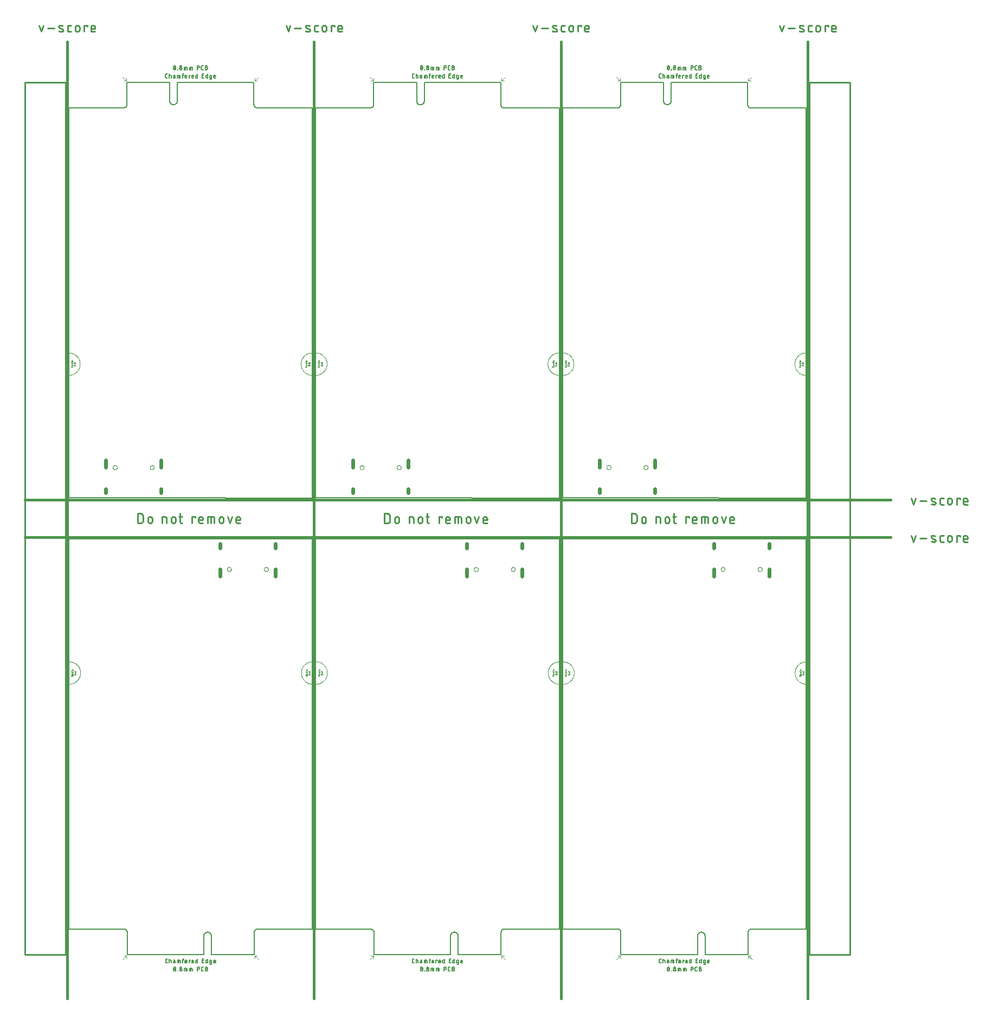
<source format=gko>
G04 EAGLE Gerber RS-274X export*
G75*
%MOMM*%
%FSLAX34Y34*%
%LPD*%
%IN*%
%IPPOS*%
%AMOC8*
5,1,8,0,0,1.08239X$1,22.5*%
G01*
%ADD10C,0.203200*%
%ADD11C,0.381000*%
%ADD12C,0.279400*%
%ADD13C,0.254000*%
%ADD14C,0.000000*%
%ADD15C,0.600000*%
%ADD16C,0.127000*%
%ADD17C,0.101600*%
%ADD18C,0.050800*%
%ADD19C,0.025400*%


D10*
X289750Y0D02*
X222750Y0D01*
X210750Y0D02*
X91250Y0D01*
X91250Y35000D01*
X289750Y35000D02*
X289750Y0D01*
X289750Y35000D02*
X289754Y35140D01*
X289763Y35280D01*
X289775Y35420D01*
X289791Y35559D01*
X289811Y35698D01*
X289834Y35836D01*
X289862Y35974D01*
X289893Y36110D01*
X289928Y36246D01*
X289967Y36381D01*
X290009Y36515D01*
X290055Y36647D01*
X290105Y36778D01*
X290158Y36908D01*
X290215Y37036D01*
X290275Y37163D01*
X290338Y37288D01*
X290406Y37411D01*
X290476Y37532D01*
X290550Y37651D01*
X290627Y37769D01*
X290707Y37884D01*
X290790Y37996D01*
X290877Y38107D01*
X290966Y38215D01*
X291058Y38320D01*
X291153Y38423D01*
X291251Y38524D01*
X291352Y38621D01*
X291455Y38716D01*
X291561Y38808D01*
X291670Y38897D01*
X291780Y38983D01*
X291893Y39066D01*
X292009Y39146D01*
X292126Y39222D01*
X292246Y39296D01*
X292367Y39366D01*
X292491Y39432D01*
X292616Y39495D01*
X292743Y39555D01*
X292871Y39611D01*
X293001Y39664D01*
X293132Y39713D01*
X293265Y39759D01*
X293399Y39801D01*
X293534Y39839D01*
X293670Y39873D01*
X293806Y39904D01*
X293944Y39931D01*
X294082Y39954D01*
X294221Y39973D01*
X294361Y39989D01*
X294500Y40001D01*
X91250Y35000D02*
X91244Y35142D01*
X91234Y35285D01*
X91220Y35426D01*
X91202Y35568D01*
X91181Y35709D01*
X91155Y35849D01*
X91126Y35988D01*
X91093Y36127D01*
X91056Y36264D01*
X91015Y36401D01*
X90970Y36536D01*
X90922Y36670D01*
X90870Y36803D01*
X90814Y36934D01*
X90755Y37064D01*
X90692Y37192D01*
X90626Y37318D01*
X90556Y37442D01*
X90483Y37564D01*
X90407Y37684D01*
X90327Y37802D01*
X90244Y37918D01*
X90158Y38032D01*
X90069Y38143D01*
X89976Y38251D01*
X89881Y38357D01*
X89783Y38461D01*
X89682Y38561D01*
X89578Y38659D01*
X89472Y38754D01*
X89363Y38846D01*
X89252Y38934D01*
X89138Y39020D01*
X89022Y39103D01*
X88903Y39182D01*
X88783Y39258D01*
X88660Y39331D01*
X88536Y39400D01*
X88409Y39466D01*
X88281Y39528D01*
X88151Y39587D01*
X88020Y39642D01*
X87887Y39693D01*
X87753Y39741D01*
X87617Y39785D01*
X87481Y39825D01*
X87343Y39862D01*
X87204Y39894D01*
X87065Y39923D01*
X86924Y39948D01*
X86784Y39969D01*
X86642Y39986D01*
X86500Y40000D01*
X222750Y29000D02*
X222750Y0D01*
X210750Y0D02*
X210750Y29000D01*
X210752Y29153D01*
X210758Y29306D01*
X210768Y29459D01*
X210781Y29612D01*
X210799Y29764D01*
X210820Y29916D01*
X210846Y30067D01*
X210875Y30217D01*
X210908Y30367D01*
X210945Y30516D01*
X210985Y30664D01*
X211030Y30810D01*
X211078Y30956D01*
X211130Y31100D01*
X211185Y31243D01*
X211244Y31384D01*
X211307Y31524D01*
X211373Y31662D01*
X211443Y31799D01*
X211516Y31933D01*
X211593Y32066D01*
X211673Y32197D01*
X211756Y32325D01*
X211842Y32452D01*
X211932Y32576D01*
X212025Y32698D01*
X212121Y32817D01*
X212220Y32934D01*
X212322Y33049D01*
X212427Y33161D01*
X212535Y33270D01*
X212645Y33376D01*
X212758Y33479D01*
X212874Y33580D01*
X212992Y33677D01*
X213113Y33772D01*
X213236Y33863D01*
X213361Y33951D01*
X213489Y34036D01*
X213618Y34118D01*
X213750Y34196D01*
X213884Y34271D01*
X214019Y34343D01*
X214157Y34411D01*
X214296Y34475D01*
X214436Y34536D01*
X214578Y34593D01*
X214722Y34647D01*
X214867Y34697D01*
X215013Y34743D01*
X215160Y34786D01*
X215308Y34824D01*
X215458Y34859D01*
X215608Y34890D01*
X215758Y34918D01*
X215910Y34941D01*
X216062Y34960D01*
X216214Y34976D01*
X216367Y34988D01*
X216520Y34996D01*
X216673Y35000D01*
X216827Y35000D01*
X216980Y34996D01*
X217133Y34988D01*
X217286Y34976D01*
X217438Y34960D01*
X217590Y34941D01*
X217742Y34918D01*
X217892Y34890D01*
X218042Y34859D01*
X218192Y34824D01*
X218340Y34786D01*
X218487Y34743D01*
X218633Y34697D01*
X218778Y34647D01*
X218922Y34593D01*
X219064Y34536D01*
X219204Y34475D01*
X219343Y34411D01*
X219481Y34343D01*
X219616Y34271D01*
X219750Y34196D01*
X219882Y34118D01*
X220011Y34036D01*
X220139Y33951D01*
X220264Y33863D01*
X220387Y33772D01*
X220508Y33677D01*
X220626Y33580D01*
X220742Y33479D01*
X220855Y33376D01*
X220965Y33270D01*
X221073Y33161D01*
X221178Y33049D01*
X221280Y32934D01*
X221379Y32817D01*
X221475Y32698D01*
X221568Y32576D01*
X221658Y32452D01*
X221744Y32325D01*
X221827Y32197D01*
X221907Y32066D01*
X221984Y31933D01*
X222057Y31799D01*
X222127Y31662D01*
X222193Y31524D01*
X222256Y31384D01*
X222315Y31243D01*
X222370Y31100D01*
X222422Y30956D01*
X222470Y30810D01*
X222515Y30664D01*
X222555Y30516D01*
X222592Y30367D01*
X222625Y30217D01*
X222654Y30067D01*
X222680Y29916D01*
X222701Y29764D01*
X222719Y29612D01*
X222732Y29459D01*
X222742Y29306D01*
X222748Y29153D01*
X222750Y29000D01*
X86500Y40000D02*
X0Y40000D01*
X0Y649478D01*
X294500Y40000D02*
X380492Y39746D01*
X380492Y649224D01*
X135636Y649478D02*
X0Y649478D01*
X135636Y649478D02*
X136906Y649224D01*
X380492Y649224D01*
X608322Y0D02*
X675322Y0D01*
X596322Y0D02*
X476822Y0D01*
X476822Y35000D01*
X675322Y35000D02*
X675322Y0D01*
X675322Y35000D02*
X675326Y35140D01*
X675335Y35280D01*
X675347Y35420D01*
X675363Y35559D01*
X675383Y35698D01*
X675406Y35836D01*
X675434Y35974D01*
X675465Y36110D01*
X675500Y36246D01*
X675539Y36381D01*
X675581Y36515D01*
X675627Y36647D01*
X675677Y36778D01*
X675730Y36908D01*
X675787Y37036D01*
X675847Y37163D01*
X675910Y37288D01*
X675978Y37411D01*
X676048Y37532D01*
X676122Y37651D01*
X676199Y37769D01*
X676279Y37884D01*
X676362Y37996D01*
X676449Y38107D01*
X676538Y38215D01*
X676630Y38320D01*
X676725Y38423D01*
X676823Y38524D01*
X676924Y38621D01*
X677027Y38716D01*
X677133Y38808D01*
X677242Y38897D01*
X677352Y38983D01*
X677465Y39066D01*
X677581Y39146D01*
X677698Y39222D01*
X677818Y39296D01*
X677939Y39366D01*
X678063Y39432D01*
X678188Y39495D01*
X678315Y39555D01*
X678443Y39611D01*
X678573Y39664D01*
X678704Y39713D01*
X678837Y39759D01*
X678971Y39801D01*
X679106Y39839D01*
X679242Y39873D01*
X679378Y39904D01*
X679516Y39931D01*
X679654Y39954D01*
X679793Y39973D01*
X679933Y39989D01*
X680072Y40001D01*
X476822Y35000D02*
X476816Y35142D01*
X476806Y35285D01*
X476792Y35426D01*
X476774Y35568D01*
X476753Y35709D01*
X476727Y35849D01*
X476698Y35988D01*
X476665Y36127D01*
X476628Y36264D01*
X476587Y36401D01*
X476542Y36536D01*
X476494Y36670D01*
X476442Y36803D01*
X476386Y36934D01*
X476327Y37064D01*
X476264Y37192D01*
X476198Y37318D01*
X476128Y37442D01*
X476055Y37564D01*
X475979Y37684D01*
X475899Y37802D01*
X475816Y37918D01*
X475730Y38032D01*
X475641Y38143D01*
X475548Y38251D01*
X475453Y38357D01*
X475355Y38461D01*
X475254Y38561D01*
X475150Y38659D01*
X475044Y38754D01*
X474935Y38846D01*
X474824Y38934D01*
X474710Y39020D01*
X474594Y39103D01*
X474475Y39182D01*
X474355Y39258D01*
X474232Y39331D01*
X474108Y39400D01*
X473981Y39466D01*
X473853Y39528D01*
X473723Y39587D01*
X473592Y39642D01*
X473459Y39693D01*
X473325Y39741D01*
X473189Y39785D01*
X473053Y39825D01*
X472915Y39862D01*
X472776Y39894D01*
X472637Y39923D01*
X472496Y39948D01*
X472356Y39969D01*
X472214Y39986D01*
X472072Y40000D01*
X608322Y29000D02*
X608322Y0D01*
X596322Y0D02*
X596322Y29000D01*
X596324Y29153D01*
X596330Y29306D01*
X596340Y29459D01*
X596353Y29612D01*
X596371Y29764D01*
X596392Y29916D01*
X596418Y30067D01*
X596447Y30217D01*
X596480Y30367D01*
X596517Y30516D01*
X596557Y30664D01*
X596602Y30810D01*
X596650Y30956D01*
X596702Y31100D01*
X596757Y31243D01*
X596816Y31384D01*
X596879Y31524D01*
X596945Y31662D01*
X597015Y31799D01*
X597088Y31933D01*
X597165Y32066D01*
X597245Y32197D01*
X597328Y32325D01*
X597414Y32452D01*
X597504Y32576D01*
X597597Y32698D01*
X597693Y32817D01*
X597792Y32934D01*
X597894Y33049D01*
X597999Y33161D01*
X598107Y33270D01*
X598217Y33376D01*
X598330Y33479D01*
X598446Y33580D01*
X598564Y33677D01*
X598685Y33772D01*
X598808Y33863D01*
X598933Y33951D01*
X599061Y34036D01*
X599190Y34118D01*
X599322Y34196D01*
X599456Y34271D01*
X599591Y34343D01*
X599729Y34411D01*
X599868Y34475D01*
X600008Y34536D01*
X600150Y34593D01*
X600294Y34647D01*
X600439Y34697D01*
X600585Y34743D01*
X600732Y34786D01*
X600880Y34824D01*
X601030Y34859D01*
X601180Y34890D01*
X601330Y34918D01*
X601482Y34941D01*
X601634Y34960D01*
X601786Y34976D01*
X601939Y34988D01*
X602092Y34996D01*
X602245Y35000D01*
X602399Y35000D01*
X602552Y34996D01*
X602705Y34988D01*
X602858Y34976D01*
X603010Y34960D01*
X603162Y34941D01*
X603314Y34918D01*
X603464Y34890D01*
X603614Y34859D01*
X603764Y34824D01*
X603912Y34786D01*
X604059Y34743D01*
X604205Y34697D01*
X604350Y34647D01*
X604494Y34593D01*
X604636Y34536D01*
X604776Y34475D01*
X604915Y34411D01*
X605053Y34343D01*
X605188Y34271D01*
X605322Y34196D01*
X605454Y34118D01*
X605583Y34036D01*
X605711Y33951D01*
X605836Y33863D01*
X605959Y33772D01*
X606080Y33677D01*
X606198Y33580D01*
X606314Y33479D01*
X606427Y33376D01*
X606537Y33270D01*
X606645Y33161D01*
X606750Y33049D01*
X606852Y32934D01*
X606951Y32817D01*
X607047Y32698D01*
X607140Y32576D01*
X607230Y32452D01*
X607316Y32325D01*
X607399Y32197D01*
X607479Y32066D01*
X607556Y31933D01*
X607629Y31799D01*
X607699Y31662D01*
X607765Y31524D01*
X607828Y31384D01*
X607887Y31243D01*
X607942Y31100D01*
X607994Y30956D01*
X608042Y30810D01*
X608087Y30664D01*
X608127Y30516D01*
X608164Y30367D01*
X608197Y30217D01*
X608226Y30067D01*
X608252Y29916D01*
X608273Y29764D01*
X608291Y29612D01*
X608304Y29459D01*
X608314Y29306D01*
X608320Y29153D01*
X608322Y29000D01*
X472072Y40000D02*
X385572Y40000D01*
X385572Y649478D01*
X680072Y40000D02*
X766064Y39746D01*
X766064Y649224D01*
X521208Y649478D02*
X385572Y649478D01*
X521208Y649478D02*
X522478Y649224D01*
X766064Y649224D01*
X993894Y0D02*
X1060894Y0D01*
X981894Y0D02*
X862394Y0D01*
X862394Y35000D01*
X1060894Y35000D02*
X1060894Y0D01*
X1060894Y35000D02*
X1060898Y35140D01*
X1060907Y35280D01*
X1060919Y35420D01*
X1060935Y35559D01*
X1060955Y35698D01*
X1060978Y35836D01*
X1061006Y35974D01*
X1061037Y36110D01*
X1061072Y36246D01*
X1061111Y36381D01*
X1061153Y36515D01*
X1061199Y36647D01*
X1061249Y36778D01*
X1061302Y36908D01*
X1061359Y37036D01*
X1061419Y37163D01*
X1061482Y37288D01*
X1061550Y37411D01*
X1061620Y37532D01*
X1061694Y37651D01*
X1061771Y37769D01*
X1061851Y37884D01*
X1061934Y37996D01*
X1062021Y38107D01*
X1062110Y38215D01*
X1062202Y38320D01*
X1062297Y38423D01*
X1062395Y38524D01*
X1062496Y38621D01*
X1062599Y38716D01*
X1062705Y38808D01*
X1062814Y38897D01*
X1062924Y38983D01*
X1063037Y39066D01*
X1063153Y39146D01*
X1063270Y39222D01*
X1063390Y39296D01*
X1063511Y39366D01*
X1063635Y39432D01*
X1063760Y39495D01*
X1063887Y39555D01*
X1064015Y39611D01*
X1064145Y39664D01*
X1064276Y39713D01*
X1064409Y39759D01*
X1064543Y39801D01*
X1064678Y39839D01*
X1064814Y39873D01*
X1064950Y39904D01*
X1065088Y39931D01*
X1065226Y39954D01*
X1065365Y39973D01*
X1065505Y39989D01*
X1065644Y40001D01*
X862394Y35000D02*
X862388Y35142D01*
X862378Y35285D01*
X862364Y35426D01*
X862346Y35568D01*
X862325Y35709D01*
X862299Y35849D01*
X862270Y35988D01*
X862237Y36127D01*
X862200Y36264D01*
X862159Y36401D01*
X862114Y36536D01*
X862066Y36670D01*
X862014Y36803D01*
X861958Y36934D01*
X861899Y37064D01*
X861836Y37192D01*
X861770Y37318D01*
X861700Y37442D01*
X861627Y37564D01*
X861551Y37684D01*
X861471Y37802D01*
X861388Y37918D01*
X861302Y38032D01*
X861213Y38143D01*
X861120Y38251D01*
X861025Y38357D01*
X860927Y38461D01*
X860826Y38561D01*
X860722Y38659D01*
X860616Y38754D01*
X860507Y38846D01*
X860396Y38934D01*
X860282Y39020D01*
X860166Y39103D01*
X860047Y39182D01*
X859927Y39258D01*
X859804Y39331D01*
X859680Y39400D01*
X859553Y39466D01*
X859425Y39528D01*
X859295Y39587D01*
X859164Y39642D01*
X859031Y39693D01*
X858897Y39741D01*
X858761Y39785D01*
X858625Y39825D01*
X858487Y39862D01*
X858348Y39894D01*
X858209Y39923D01*
X858068Y39948D01*
X857928Y39969D01*
X857786Y39986D01*
X857644Y40000D01*
X993894Y29000D02*
X993894Y0D01*
X981894Y0D02*
X981894Y29000D01*
X981896Y29153D01*
X981902Y29306D01*
X981912Y29459D01*
X981925Y29612D01*
X981943Y29764D01*
X981964Y29916D01*
X981990Y30067D01*
X982019Y30217D01*
X982052Y30367D01*
X982089Y30516D01*
X982129Y30664D01*
X982174Y30810D01*
X982222Y30956D01*
X982274Y31100D01*
X982329Y31243D01*
X982388Y31384D01*
X982451Y31524D01*
X982517Y31662D01*
X982587Y31799D01*
X982660Y31933D01*
X982737Y32066D01*
X982817Y32197D01*
X982900Y32325D01*
X982986Y32452D01*
X983076Y32576D01*
X983169Y32698D01*
X983265Y32817D01*
X983364Y32934D01*
X983466Y33049D01*
X983571Y33161D01*
X983679Y33270D01*
X983789Y33376D01*
X983902Y33479D01*
X984018Y33580D01*
X984136Y33677D01*
X984257Y33772D01*
X984380Y33863D01*
X984505Y33951D01*
X984633Y34036D01*
X984762Y34118D01*
X984894Y34196D01*
X985028Y34271D01*
X985163Y34343D01*
X985301Y34411D01*
X985440Y34475D01*
X985580Y34536D01*
X985722Y34593D01*
X985866Y34647D01*
X986011Y34697D01*
X986157Y34743D01*
X986304Y34786D01*
X986452Y34824D01*
X986602Y34859D01*
X986752Y34890D01*
X986902Y34918D01*
X987054Y34941D01*
X987206Y34960D01*
X987358Y34976D01*
X987511Y34988D01*
X987664Y34996D01*
X987817Y35000D01*
X987971Y35000D01*
X988124Y34996D01*
X988277Y34988D01*
X988430Y34976D01*
X988582Y34960D01*
X988734Y34941D01*
X988886Y34918D01*
X989036Y34890D01*
X989186Y34859D01*
X989336Y34824D01*
X989484Y34786D01*
X989631Y34743D01*
X989777Y34697D01*
X989922Y34647D01*
X990066Y34593D01*
X990208Y34536D01*
X990348Y34475D01*
X990487Y34411D01*
X990625Y34343D01*
X990760Y34271D01*
X990894Y34196D01*
X991026Y34118D01*
X991155Y34036D01*
X991283Y33951D01*
X991408Y33863D01*
X991531Y33772D01*
X991652Y33677D01*
X991770Y33580D01*
X991886Y33479D01*
X991999Y33376D01*
X992109Y33270D01*
X992217Y33161D01*
X992322Y33049D01*
X992424Y32934D01*
X992523Y32817D01*
X992619Y32698D01*
X992712Y32576D01*
X992802Y32452D01*
X992888Y32325D01*
X992971Y32197D01*
X993051Y32066D01*
X993128Y31933D01*
X993201Y31799D01*
X993271Y31662D01*
X993337Y31524D01*
X993400Y31384D01*
X993459Y31243D01*
X993514Y31100D01*
X993566Y30956D01*
X993614Y30810D01*
X993659Y30664D01*
X993699Y30516D01*
X993736Y30367D01*
X993769Y30217D01*
X993798Y30067D01*
X993824Y29916D01*
X993845Y29764D01*
X993863Y29612D01*
X993876Y29459D01*
X993886Y29306D01*
X993892Y29153D01*
X993894Y29000D01*
X857644Y40000D02*
X771144Y40000D01*
X771144Y649478D01*
X1065644Y40000D02*
X1151636Y39746D01*
X1151636Y649224D01*
X906780Y649478D02*
X771144Y649478D01*
X906780Y649478D02*
X908050Y649224D01*
X1151636Y649224D01*
X157742Y1362456D02*
X90742Y1362456D01*
X169742Y1362456D02*
X289242Y1362456D01*
X289242Y1327456D01*
X90742Y1327456D02*
X90742Y1362456D01*
X90742Y1327456D02*
X90738Y1327316D01*
X90729Y1327176D01*
X90717Y1327036D01*
X90701Y1326897D01*
X90681Y1326758D01*
X90658Y1326620D01*
X90630Y1326482D01*
X90599Y1326346D01*
X90564Y1326210D01*
X90525Y1326075D01*
X90483Y1325941D01*
X90437Y1325809D01*
X90387Y1325678D01*
X90334Y1325548D01*
X90277Y1325420D01*
X90217Y1325293D01*
X90154Y1325168D01*
X90086Y1325045D01*
X90016Y1324924D01*
X89942Y1324805D01*
X89865Y1324687D01*
X89785Y1324572D01*
X89702Y1324460D01*
X89615Y1324349D01*
X89526Y1324241D01*
X89434Y1324136D01*
X89339Y1324033D01*
X89241Y1323932D01*
X89140Y1323835D01*
X89037Y1323740D01*
X88931Y1323648D01*
X88822Y1323559D01*
X88712Y1323473D01*
X88599Y1323390D01*
X88483Y1323310D01*
X88366Y1323234D01*
X88246Y1323160D01*
X88125Y1323090D01*
X88001Y1323024D01*
X87876Y1322961D01*
X87749Y1322901D01*
X87621Y1322845D01*
X87491Y1322792D01*
X87360Y1322743D01*
X87227Y1322697D01*
X87093Y1322655D01*
X86958Y1322617D01*
X86822Y1322583D01*
X86686Y1322552D01*
X86548Y1322525D01*
X86410Y1322502D01*
X86271Y1322483D01*
X86131Y1322467D01*
X85992Y1322455D01*
X289242Y1327456D02*
X289248Y1327314D01*
X289258Y1327171D01*
X289272Y1327030D01*
X289290Y1326888D01*
X289311Y1326747D01*
X289337Y1326607D01*
X289366Y1326468D01*
X289399Y1326329D01*
X289436Y1326192D01*
X289477Y1326055D01*
X289522Y1325920D01*
X289570Y1325786D01*
X289622Y1325653D01*
X289678Y1325522D01*
X289737Y1325392D01*
X289800Y1325264D01*
X289866Y1325138D01*
X289936Y1325014D01*
X290009Y1324892D01*
X290085Y1324772D01*
X290165Y1324654D01*
X290248Y1324538D01*
X290334Y1324424D01*
X290423Y1324313D01*
X290516Y1324205D01*
X290611Y1324099D01*
X290709Y1323995D01*
X290810Y1323895D01*
X290914Y1323797D01*
X291020Y1323702D01*
X291129Y1323610D01*
X291240Y1323522D01*
X291354Y1323436D01*
X291470Y1323353D01*
X291589Y1323274D01*
X291709Y1323198D01*
X291832Y1323125D01*
X291956Y1323056D01*
X292083Y1322990D01*
X292211Y1322928D01*
X292341Y1322869D01*
X292472Y1322814D01*
X292605Y1322763D01*
X292739Y1322715D01*
X292875Y1322671D01*
X293011Y1322631D01*
X293149Y1322594D01*
X293288Y1322562D01*
X293427Y1322533D01*
X293568Y1322508D01*
X293708Y1322487D01*
X293850Y1322470D01*
X293992Y1322456D01*
X157742Y1333456D02*
X157742Y1362456D01*
X169742Y1362456D02*
X169742Y1333456D01*
X169740Y1333303D01*
X169734Y1333150D01*
X169724Y1332997D01*
X169711Y1332844D01*
X169693Y1332692D01*
X169672Y1332540D01*
X169646Y1332389D01*
X169617Y1332239D01*
X169584Y1332089D01*
X169547Y1331940D01*
X169507Y1331792D01*
X169462Y1331646D01*
X169414Y1331500D01*
X169362Y1331356D01*
X169307Y1331213D01*
X169248Y1331072D01*
X169185Y1330932D01*
X169119Y1330794D01*
X169049Y1330657D01*
X168976Y1330523D01*
X168899Y1330390D01*
X168819Y1330259D01*
X168736Y1330131D01*
X168650Y1330004D01*
X168560Y1329880D01*
X168467Y1329758D01*
X168371Y1329639D01*
X168272Y1329522D01*
X168170Y1329407D01*
X168065Y1329295D01*
X167957Y1329186D01*
X167847Y1329080D01*
X167734Y1328977D01*
X167618Y1328876D01*
X167500Y1328779D01*
X167379Y1328684D01*
X167256Y1328593D01*
X167131Y1328505D01*
X167003Y1328420D01*
X166874Y1328338D01*
X166742Y1328260D01*
X166608Y1328185D01*
X166473Y1328113D01*
X166335Y1328045D01*
X166196Y1327981D01*
X166056Y1327920D01*
X165914Y1327863D01*
X165770Y1327809D01*
X165625Y1327759D01*
X165479Y1327713D01*
X165332Y1327670D01*
X165184Y1327632D01*
X165034Y1327597D01*
X164884Y1327566D01*
X164734Y1327538D01*
X164582Y1327515D01*
X164430Y1327496D01*
X164278Y1327480D01*
X164125Y1327468D01*
X163972Y1327460D01*
X163819Y1327456D01*
X163665Y1327456D01*
X163512Y1327460D01*
X163359Y1327468D01*
X163206Y1327480D01*
X163054Y1327496D01*
X162902Y1327515D01*
X162750Y1327538D01*
X162600Y1327566D01*
X162450Y1327597D01*
X162300Y1327632D01*
X162152Y1327670D01*
X162005Y1327713D01*
X161859Y1327759D01*
X161714Y1327809D01*
X161570Y1327863D01*
X161428Y1327920D01*
X161288Y1327981D01*
X161149Y1328045D01*
X161011Y1328113D01*
X160876Y1328185D01*
X160742Y1328260D01*
X160610Y1328338D01*
X160481Y1328420D01*
X160353Y1328505D01*
X160228Y1328593D01*
X160105Y1328684D01*
X159984Y1328779D01*
X159866Y1328876D01*
X159750Y1328977D01*
X159637Y1329080D01*
X159527Y1329186D01*
X159419Y1329295D01*
X159314Y1329407D01*
X159212Y1329522D01*
X159113Y1329639D01*
X159017Y1329758D01*
X158924Y1329880D01*
X158834Y1330004D01*
X158748Y1330131D01*
X158665Y1330259D01*
X158585Y1330390D01*
X158508Y1330523D01*
X158435Y1330657D01*
X158365Y1330794D01*
X158299Y1330932D01*
X158236Y1331072D01*
X158177Y1331213D01*
X158122Y1331356D01*
X158070Y1331500D01*
X158022Y1331646D01*
X157977Y1331792D01*
X157937Y1331940D01*
X157900Y1332089D01*
X157867Y1332239D01*
X157838Y1332389D01*
X157812Y1332540D01*
X157791Y1332692D01*
X157773Y1332844D01*
X157760Y1332997D01*
X157750Y1333150D01*
X157744Y1333303D01*
X157742Y1333456D01*
X293992Y1322456D02*
X380492Y1322456D01*
X380492Y712978D01*
X85992Y1322456D02*
X0Y1322710D01*
X0Y713232D01*
X244856Y712978D02*
X380492Y712978D01*
X244856Y712978D02*
X243586Y713232D01*
X0Y713232D01*
X476314Y1362456D02*
X543314Y1362456D01*
X555314Y1362456D02*
X674814Y1362456D01*
X674814Y1327456D01*
X476314Y1327456D02*
X476314Y1362456D01*
X476314Y1327456D02*
X476310Y1327316D01*
X476301Y1327176D01*
X476289Y1327036D01*
X476273Y1326897D01*
X476253Y1326758D01*
X476230Y1326620D01*
X476202Y1326482D01*
X476171Y1326346D01*
X476136Y1326210D01*
X476097Y1326075D01*
X476055Y1325941D01*
X476009Y1325809D01*
X475959Y1325678D01*
X475906Y1325548D01*
X475849Y1325420D01*
X475789Y1325293D01*
X475726Y1325168D01*
X475658Y1325045D01*
X475588Y1324924D01*
X475514Y1324805D01*
X475437Y1324687D01*
X475357Y1324572D01*
X475274Y1324460D01*
X475187Y1324349D01*
X475098Y1324241D01*
X475006Y1324136D01*
X474911Y1324033D01*
X474813Y1323932D01*
X474712Y1323835D01*
X474609Y1323740D01*
X474503Y1323648D01*
X474394Y1323559D01*
X474284Y1323473D01*
X474171Y1323390D01*
X474055Y1323310D01*
X473938Y1323234D01*
X473818Y1323160D01*
X473697Y1323090D01*
X473573Y1323024D01*
X473448Y1322961D01*
X473321Y1322901D01*
X473193Y1322845D01*
X473063Y1322792D01*
X472932Y1322743D01*
X472799Y1322697D01*
X472665Y1322655D01*
X472530Y1322617D01*
X472394Y1322583D01*
X472258Y1322552D01*
X472120Y1322525D01*
X471982Y1322502D01*
X471843Y1322483D01*
X471703Y1322467D01*
X471564Y1322455D01*
X674814Y1327456D02*
X674820Y1327314D01*
X674830Y1327171D01*
X674844Y1327030D01*
X674862Y1326888D01*
X674883Y1326747D01*
X674909Y1326607D01*
X674938Y1326468D01*
X674971Y1326329D01*
X675008Y1326192D01*
X675049Y1326055D01*
X675094Y1325920D01*
X675142Y1325786D01*
X675194Y1325653D01*
X675250Y1325522D01*
X675309Y1325392D01*
X675372Y1325264D01*
X675438Y1325138D01*
X675508Y1325014D01*
X675581Y1324892D01*
X675657Y1324772D01*
X675737Y1324654D01*
X675820Y1324538D01*
X675906Y1324424D01*
X675995Y1324313D01*
X676088Y1324205D01*
X676183Y1324099D01*
X676281Y1323995D01*
X676382Y1323895D01*
X676486Y1323797D01*
X676592Y1323702D01*
X676701Y1323610D01*
X676812Y1323522D01*
X676926Y1323436D01*
X677042Y1323353D01*
X677161Y1323274D01*
X677281Y1323198D01*
X677404Y1323125D01*
X677528Y1323056D01*
X677655Y1322990D01*
X677783Y1322928D01*
X677913Y1322869D01*
X678044Y1322814D01*
X678177Y1322763D01*
X678311Y1322715D01*
X678447Y1322671D01*
X678583Y1322631D01*
X678721Y1322594D01*
X678860Y1322562D01*
X678999Y1322533D01*
X679140Y1322508D01*
X679280Y1322487D01*
X679422Y1322470D01*
X679564Y1322456D01*
X543314Y1333456D02*
X543314Y1362456D01*
X555314Y1362456D02*
X555314Y1333456D01*
X555312Y1333303D01*
X555306Y1333150D01*
X555296Y1332997D01*
X555283Y1332844D01*
X555265Y1332692D01*
X555244Y1332540D01*
X555218Y1332389D01*
X555189Y1332239D01*
X555156Y1332089D01*
X555119Y1331940D01*
X555079Y1331792D01*
X555034Y1331646D01*
X554986Y1331500D01*
X554934Y1331356D01*
X554879Y1331213D01*
X554820Y1331072D01*
X554757Y1330932D01*
X554691Y1330794D01*
X554621Y1330657D01*
X554548Y1330523D01*
X554471Y1330390D01*
X554391Y1330259D01*
X554308Y1330131D01*
X554222Y1330004D01*
X554132Y1329880D01*
X554039Y1329758D01*
X553943Y1329639D01*
X553844Y1329522D01*
X553742Y1329407D01*
X553637Y1329295D01*
X553529Y1329186D01*
X553419Y1329080D01*
X553306Y1328977D01*
X553190Y1328876D01*
X553072Y1328779D01*
X552951Y1328684D01*
X552828Y1328593D01*
X552703Y1328505D01*
X552575Y1328420D01*
X552446Y1328338D01*
X552314Y1328260D01*
X552180Y1328185D01*
X552045Y1328113D01*
X551907Y1328045D01*
X551768Y1327981D01*
X551628Y1327920D01*
X551486Y1327863D01*
X551342Y1327809D01*
X551197Y1327759D01*
X551051Y1327713D01*
X550904Y1327670D01*
X550756Y1327632D01*
X550606Y1327597D01*
X550456Y1327566D01*
X550306Y1327538D01*
X550154Y1327515D01*
X550002Y1327496D01*
X549850Y1327480D01*
X549697Y1327468D01*
X549544Y1327460D01*
X549391Y1327456D01*
X549237Y1327456D01*
X549084Y1327460D01*
X548931Y1327468D01*
X548778Y1327480D01*
X548626Y1327496D01*
X548474Y1327515D01*
X548322Y1327538D01*
X548172Y1327566D01*
X548022Y1327597D01*
X547872Y1327632D01*
X547724Y1327670D01*
X547577Y1327713D01*
X547431Y1327759D01*
X547286Y1327809D01*
X547142Y1327863D01*
X547000Y1327920D01*
X546860Y1327981D01*
X546721Y1328045D01*
X546583Y1328113D01*
X546448Y1328185D01*
X546314Y1328260D01*
X546182Y1328338D01*
X546053Y1328420D01*
X545925Y1328505D01*
X545800Y1328593D01*
X545677Y1328684D01*
X545556Y1328779D01*
X545438Y1328876D01*
X545322Y1328977D01*
X545209Y1329080D01*
X545099Y1329186D01*
X544991Y1329295D01*
X544886Y1329407D01*
X544784Y1329522D01*
X544685Y1329639D01*
X544589Y1329758D01*
X544496Y1329880D01*
X544406Y1330004D01*
X544320Y1330131D01*
X544237Y1330259D01*
X544157Y1330390D01*
X544080Y1330523D01*
X544007Y1330657D01*
X543937Y1330794D01*
X543871Y1330932D01*
X543808Y1331072D01*
X543749Y1331213D01*
X543694Y1331356D01*
X543642Y1331500D01*
X543594Y1331646D01*
X543549Y1331792D01*
X543509Y1331940D01*
X543472Y1332089D01*
X543439Y1332239D01*
X543410Y1332389D01*
X543384Y1332540D01*
X543363Y1332692D01*
X543345Y1332844D01*
X543332Y1332997D01*
X543322Y1333150D01*
X543316Y1333303D01*
X543314Y1333456D01*
X679564Y1322456D02*
X766064Y1322456D01*
X766064Y712978D01*
X471564Y1322456D02*
X385572Y1322710D01*
X385572Y713232D01*
X630428Y712978D02*
X766064Y712978D01*
X630428Y712978D02*
X629158Y713232D01*
X385572Y713232D01*
X861886Y1362456D02*
X928886Y1362456D01*
X940886Y1362456D02*
X1060386Y1362456D01*
X1060386Y1327456D01*
X861886Y1327456D02*
X861886Y1362456D01*
X861886Y1327456D02*
X861882Y1327316D01*
X861873Y1327176D01*
X861861Y1327036D01*
X861845Y1326897D01*
X861825Y1326758D01*
X861802Y1326620D01*
X861774Y1326482D01*
X861743Y1326346D01*
X861708Y1326210D01*
X861669Y1326075D01*
X861627Y1325941D01*
X861581Y1325809D01*
X861531Y1325678D01*
X861478Y1325548D01*
X861421Y1325420D01*
X861361Y1325293D01*
X861298Y1325168D01*
X861230Y1325045D01*
X861160Y1324924D01*
X861086Y1324805D01*
X861009Y1324687D01*
X860929Y1324572D01*
X860846Y1324460D01*
X860759Y1324349D01*
X860670Y1324241D01*
X860578Y1324136D01*
X860483Y1324033D01*
X860385Y1323932D01*
X860284Y1323835D01*
X860181Y1323740D01*
X860075Y1323648D01*
X859966Y1323559D01*
X859856Y1323473D01*
X859743Y1323390D01*
X859627Y1323310D01*
X859510Y1323234D01*
X859390Y1323160D01*
X859269Y1323090D01*
X859145Y1323024D01*
X859020Y1322961D01*
X858893Y1322901D01*
X858765Y1322845D01*
X858635Y1322792D01*
X858504Y1322743D01*
X858371Y1322697D01*
X858237Y1322655D01*
X858102Y1322617D01*
X857966Y1322583D01*
X857830Y1322552D01*
X857692Y1322525D01*
X857554Y1322502D01*
X857415Y1322483D01*
X857275Y1322467D01*
X857136Y1322455D01*
X1060386Y1327456D02*
X1060392Y1327314D01*
X1060402Y1327171D01*
X1060416Y1327030D01*
X1060434Y1326888D01*
X1060455Y1326747D01*
X1060481Y1326607D01*
X1060510Y1326468D01*
X1060543Y1326329D01*
X1060580Y1326192D01*
X1060621Y1326055D01*
X1060666Y1325920D01*
X1060714Y1325786D01*
X1060766Y1325653D01*
X1060822Y1325522D01*
X1060881Y1325392D01*
X1060944Y1325264D01*
X1061010Y1325138D01*
X1061080Y1325014D01*
X1061153Y1324892D01*
X1061229Y1324772D01*
X1061309Y1324654D01*
X1061392Y1324538D01*
X1061478Y1324424D01*
X1061567Y1324313D01*
X1061660Y1324205D01*
X1061755Y1324099D01*
X1061853Y1323995D01*
X1061954Y1323895D01*
X1062058Y1323797D01*
X1062164Y1323702D01*
X1062273Y1323610D01*
X1062384Y1323522D01*
X1062498Y1323436D01*
X1062614Y1323353D01*
X1062733Y1323274D01*
X1062853Y1323198D01*
X1062976Y1323125D01*
X1063100Y1323056D01*
X1063227Y1322990D01*
X1063355Y1322928D01*
X1063485Y1322869D01*
X1063616Y1322814D01*
X1063749Y1322763D01*
X1063883Y1322715D01*
X1064019Y1322671D01*
X1064155Y1322631D01*
X1064293Y1322594D01*
X1064432Y1322562D01*
X1064571Y1322533D01*
X1064712Y1322508D01*
X1064852Y1322487D01*
X1064994Y1322470D01*
X1065136Y1322456D01*
X928886Y1333456D02*
X928886Y1362456D01*
X940886Y1362456D02*
X940886Y1333456D01*
X940884Y1333303D01*
X940878Y1333150D01*
X940868Y1332997D01*
X940855Y1332844D01*
X940837Y1332692D01*
X940816Y1332540D01*
X940790Y1332389D01*
X940761Y1332239D01*
X940728Y1332089D01*
X940691Y1331940D01*
X940651Y1331792D01*
X940606Y1331646D01*
X940558Y1331500D01*
X940506Y1331356D01*
X940451Y1331213D01*
X940392Y1331072D01*
X940329Y1330932D01*
X940263Y1330794D01*
X940193Y1330657D01*
X940120Y1330523D01*
X940043Y1330390D01*
X939963Y1330259D01*
X939880Y1330131D01*
X939794Y1330004D01*
X939704Y1329880D01*
X939611Y1329758D01*
X939515Y1329639D01*
X939416Y1329522D01*
X939314Y1329407D01*
X939209Y1329295D01*
X939101Y1329186D01*
X938991Y1329080D01*
X938878Y1328977D01*
X938762Y1328876D01*
X938644Y1328779D01*
X938523Y1328684D01*
X938400Y1328593D01*
X938275Y1328505D01*
X938147Y1328420D01*
X938018Y1328338D01*
X937886Y1328260D01*
X937752Y1328185D01*
X937617Y1328113D01*
X937479Y1328045D01*
X937340Y1327981D01*
X937200Y1327920D01*
X937058Y1327863D01*
X936914Y1327809D01*
X936769Y1327759D01*
X936623Y1327713D01*
X936476Y1327670D01*
X936328Y1327632D01*
X936178Y1327597D01*
X936028Y1327566D01*
X935878Y1327538D01*
X935726Y1327515D01*
X935574Y1327496D01*
X935422Y1327480D01*
X935269Y1327468D01*
X935116Y1327460D01*
X934963Y1327456D01*
X934809Y1327456D01*
X934656Y1327460D01*
X934503Y1327468D01*
X934350Y1327480D01*
X934198Y1327496D01*
X934046Y1327515D01*
X933894Y1327538D01*
X933744Y1327566D01*
X933594Y1327597D01*
X933444Y1327632D01*
X933296Y1327670D01*
X933149Y1327713D01*
X933003Y1327759D01*
X932858Y1327809D01*
X932714Y1327863D01*
X932572Y1327920D01*
X932432Y1327981D01*
X932293Y1328045D01*
X932155Y1328113D01*
X932020Y1328185D01*
X931886Y1328260D01*
X931754Y1328338D01*
X931625Y1328420D01*
X931497Y1328505D01*
X931372Y1328593D01*
X931249Y1328684D01*
X931128Y1328779D01*
X931010Y1328876D01*
X930894Y1328977D01*
X930781Y1329080D01*
X930671Y1329186D01*
X930563Y1329295D01*
X930458Y1329407D01*
X930356Y1329522D01*
X930257Y1329639D01*
X930161Y1329758D01*
X930068Y1329880D01*
X929978Y1330004D01*
X929892Y1330131D01*
X929809Y1330259D01*
X929729Y1330390D01*
X929652Y1330523D01*
X929579Y1330657D01*
X929509Y1330794D01*
X929443Y1330932D01*
X929380Y1331072D01*
X929321Y1331213D01*
X929266Y1331356D01*
X929214Y1331500D01*
X929166Y1331646D01*
X929121Y1331792D01*
X929081Y1331940D01*
X929044Y1332089D01*
X929011Y1332239D01*
X928982Y1332389D01*
X928956Y1332540D01*
X928935Y1332692D01*
X928917Y1332844D01*
X928904Y1332997D01*
X928894Y1333150D01*
X928888Y1333303D01*
X928886Y1333456D01*
X1065136Y1322456D02*
X1151636Y1322456D01*
X1151636Y712978D01*
X857136Y1322456D02*
X771144Y1322710D01*
X771144Y713232D01*
X1016000Y712978D02*
X1151636Y712978D01*
X1016000Y712978D02*
X1014730Y713232D01*
X771144Y713232D01*
D11*
X-2540Y1425956D02*
X-2540Y-68580D01*
D12*
X-42921Y1441323D02*
X-46251Y1451314D01*
X-39590Y1451314D02*
X-42921Y1441323D01*
X-32806Y1447151D02*
X-22815Y1447151D01*
X-14261Y1447151D02*
X-10098Y1445486D01*
X-14261Y1447150D02*
X-14346Y1447186D01*
X-14429Y1447226D01*
X-14510Y1447269D01*
X-14590Y1447316D01*
X-14667Y1447366D01*
X-14743Y1447419D01*
X-14816Y1447475D01*
X-14886Y1447535D01*
X-14954Y1447597D01*
X-15019Y1447662D01*
X-15081Y1447730D01*
X-15141Y1447801D01*
X-15197Y1447874D01*
X-15250Y1447949D01*
X-15300Y1448027D01*
X-15346Y1448106D01*
X-15389Y1448188D01*
X-15429Y1448271D01*
X-15465Y1448356D01*
X-15497Y1448442D01*
X-15526Y1448530D01*
X-15550Y1448619D01*
X-15571Y1448709D01*
X-15588Y1448799D01*
X-15602Y1448890D01*
X-15611Y1448982D01*
X-15616Y1449074D01*
X-15618Y1449166D01*
X-15616Y1449258D01*
X-15609Y1449350D01*
X-15599Y1449442D01*
X-15585Y1449533D01*
X-15567Y1449624D01*
X-15545Y1449713D01*
X-15519Y1449802D01*
X-15489Y1449889D01*
X-15456Y1449975D01*
X-15419Y1450059D01*
X-15379Y1450142D01*
X-15335Y1450223D01*
X-15288Y1450302D01*
X-15237Y1450379D01*
X-15183Y1450454D01*
X-15126Y1450527D01*
X-15066Y1450597D01*
X-15003Y1450664D01*
X-14937Y1450728D01*
X-14869Y1450790D01*
X-14798Y1450849D01*
X-14724Y1450904D01*
X-14648Y1450957D01*
X-14570Y1451006D01*
X-14490Y1451052D01*
X-14409Y1451094D01*
X-14325Y1451133D01*
X-14240Y1451168D01*
X-14153Y1451199D01*
X-14065Y1451227D01*
X-13976Y1451251D01*
X-13886Y1451271D01*
X-13796Y1451288D01*
X-13704Y1451300D01*
X-13612Y1451309D01*
X-13520Y1451313D01*
X-13428Y1451314D01*
X-13201Y1451308D01*
X-12974Y1451297D01*
X-12747Y1451280D01*
X-12521Y1451257D01*
X-12295Y1451230D01*
X-12070Y1451196D01*
X-11846Y1451158D01*
X-11623Y1451114D01*
X-11401Y1451065D01*
X-11180Y1451010D01*
X-10961Y1450950D01*
X-10743Y1450885D01*
X-10527Y1450814D01*
X-10313Y1450739D01*
X-10100Y1450658D01*
X-9890Y1450572D01*
X-9681Y1450481D01*
X-10098Y1445486D02*
X-10013Y1445450D01*
X-9930Y1445410D01*
X-9849Y1445367D01*
X-9769Y1445320D01*
X-9692Y1445270D01*
X-9616Y1445217D01*
X-9543Y1445161D01*
X-9473Y1445101D01*
X-9405Y1445039D01*
X-9340Y1444974D01*
X-9278Y1444906D01*
X-9218Y1444835D01*
X-9162Y1444762D01*
X-9109Y1444687D01*
X-9059Y1444609D01*
X-9013Y1444530D01*
X-8970Y1444448D01*
X-8930Y1444365D01*
X-8894Y1444280D01*
X-8862Y1444194D01*
X-8833Y1444106D01*
X-8809Y1444017D01*
X-8788Y1443927D01*
X-8771Y1443837D01*
X-8757Y1443746D01*
X-8748Y1443654D01*
X-8743Y1443562D01*
X-8741Y1443470D01*
X-8743Y1443378D01*
X-8750Y1443286D01*
X-8760Y1443194D01*
X-8774Y1443103D01*
X-8792Y1443012D01*
X-8814Y1442923D01*
X-8840Y1442834D01*
X-8870Y1442747D01*
X-8903Y1442661D01*
X-8940Y1442577D01*
X-8980Y1442494D01*
X-9024Y1442413D01*
X-9071Y1442334D01*
X-9122Y1442257D01*
X-9176Y1442182D01*
X-9233Y1442109D01*
X-9293Y1442039D01*
X-9356Y1441972D01*
X-9422Y1441908D01*
X-9490Y1441846D01*
X-9561Y1441787D01*
X-9635Y1441732D01*
X-9711Y1441679D01*
X-9789Y1441630D01*
X-9869Y1441584D01*
X-9950Y1441542D01*
X-10034Y1441503D01*
X-10119Y1441468D01*
X-10206Y1441437D01*
X-10294Y1441409D01*
X-10383Y1441385D01*
X-10473Y1441365D01*
X-10563Y1441348D01*
X-10655Y1441336D01*
X-10747Y1441327D01*
X-10839Y1441323D01*
X-10931Y1441322D01*
X-10931Y1441323D02*
X-11265Y1441332D01*
X-11598Y1441349D01*
X-11931Y1441373D01*
X-12264Y1441406D01*
X-12595Y1441446D01*
X-12926Y1441494D01*
X-13255Y1441550D01*
X-13583Y1441613D01*
X-13909Y1441685D01*
X-14233Y1441764D01*
X-14556Y1441850D01*
X-14876Y1441945D01*
X-15194Y1442047D01*
X-15510Y1442156D01*
X562Y1441323D02*
X3892Y1441323D01*
X562Y1441323D02*
X464Y1441325D01*
X366Y1441331D01*
X268Y1441340D01*
X171Y1441354D01*
X75Y1441371D01*
X-21Y1441392D01*
X-116Y1441417D01*
X-210Y1441445D01*
X-303Y1441477D01*
X-394Y1441513D01*
X-484Y1441552D01*
X-572Y1441595D01*
X-659Y1441642D01*
X-743Y1441691D01*
X-826Y1441744D01*
X-906Y1441800D01*
X-985Y1441859D01*
X-1060Y1441922D01*
X-1134Y1441987D01*
X-1204Y1442055D01*
X-1272Y1442125D01*
X-1338Y1442199D01*
X-1400Y1442275D01*
X-1459Y1442353D01*
X-1515Y1442433D01*
X-1568Y1442516D01*
X-1618Y1442600D01*
X-1664Y1442687D01*
X-1707Y1442775D01*
X-1746Y1442865D01*
X-1782Y1442956D01*
X-1814Y1443049D01*
X-1842Y1443143D01*
X-1867Y1443238D01*
X-1888Y1443334D01*
X-1905Y1443430D01*
X-1919Y1443527D01*
X-1928Y1443625D01*
X-1934Y1443723D01*
X-1936Y1443821D01*
X-1936Y1448816D01*
X-1934Y1448914D01*
X-1928Y1449012D01*
X-1919Y1449110D01*
X-1905Y1449207D01*
X-1888Y1449303D01*
X-1867Y1449399D01*
X-1842Y1449494D01*
X-1814Y1449588D01*
X-1782Y1449681D01*
X-1746Y1449772D01*
X-1707Y1449862D01*
X-1664Y1449950D01*
X-1617Y1450037D01*
X-1568Y1450121D01*
X-1515Y1450204D01*
X-1459Y1450284D01*
X-1400Y1450362D01*
X-1337Y1450438D01*
X-1272Y1450512D01*
X-1204Y1450582D01*
X-1134Y1450650D01*
X-1060Y1450715D01*
X-984Y1450778D01*
X-906Y1450837D01*
X-826Y1450893D01*
X-743Y1450946D01*
X-659Y1450995D01*
X-572Y1451042D01*
X-484Y1451085D01*
X-394Y1451124D01*
X-303Y1451160D01*
X-210Y1451192D01*
X-116Y1451220D01*
X-21Y1451245D01*
X75Y1451266D01*
X171Y1451283D01*
X268Y1451297D01*
X366Y1451306D01*
X464Y1451312D01*
X562Y1451314D01*
X3892Y1451314D01*
X10022Y1447983D02*
X10022Y1444653D01*
X10022Y1447983D02*
X10024Y1448097D01*
X10030Y1448210D01*
X10039Y1448324D01*
X10053Y1448436D01*
X10070Y1448549D01*
X10092Y1448661D01*
X10117Y1448771D01*
X10145Y1448881D01*
X10178Y1448990D01*
X10214Y1449098D01*
X10254Y1449205D01*
X10298Y1449310D01*
X10345Y1449413D01*
X10395Y1449515D01*
X10449Y1449615D01*
X10507Y1449713D01*
X10568Y1449809D01*
X10631Y1449903D01*
X10699Y1449995D01*
X10769Y1450085D01*
X10842Y1450171D01*
X10918Y1450256D01*
X10997Y1450338D01*
X11079Y1450417D01*
X11164Y1450493D01*
X11250Y1450566D01*
X11340Y1450636D01*
X11432Y1450704D01*
X11526Y1450767D01*
X11622Y1450828D01*
X11720Y1450886D01*
X11820Y1450940D01*
X11922Y1450990D01*
X12025Y1451037D01*
X12130Y1451081D01*
X12237Y1451121D01*
X12345Y1451157D01*
X12454Y1451190D01*
X12564Y1451218D01*
X12674Y1451243D01*
X12786Y1451265D01*
X12899Y1451282D01*
X13011Y1451296D01*
X13125Y1451305D01*
X13238Y1451311D01*
X13352Y1451313D01*
X13466Y1451311D01*
X13579Y1451305D01*
X13693Y1451296D01*
X13805Y1451282D01*
X13918Y1451265D01*
X14030Y1451243D01*
X14140Y1451218D01*
X14250Y1451190D01*
X14359Y1451157D01*
X14467Y1451121D01*
X14574Y1451081D01*
X14679Y1451037D01*
X14782Y1450990D01*
X14884Y1450940D01*
X14984Y1450886D01*
X15082Y1450828D01*
X15178Y1450767D01*
X15272Y1450704D01*
X15364Y1450636D01*
X15454Y1450566D01*
X15540Y1450493D01*
X15625Y1450417D01*
X15707Y1450338D01*
X15786Y1450256D01*
X15862Y1450171D01*
X15935Y1450085D01*
X16005Y1449995D01*
X16073Y1449903D01*
X16136Y1449809D01*
X16197Y1449713D01*
X16255Y1449615D01*
X16309Y1449515D01*
X16359Y1449413D01*
X16406Y1449310D01*
X16450Y1449205D01*
X16490Y1449098D01*
X16526Y1448990D01*
X16559Y1448881D01*
X16587Y1448771D01*
X16612Y1448661D01*
X16634Y1448549D01*
X16651Y1448436D01*
X16665Y1448324D01*
X16674Y1448210D01*
X16680Y1448097D01*
X16682Y1447983D01*
X16682Y1444653D01*
X16680Y1444539D01*
X16674Y1444426D01*
X16665Y1444312D01*
X16651Y1444200D01*
X16634Y1444087D01*
X16612Y1443975D01*
X16587Y1443865D01*
X16559Y1443755D01*
X16526Y1443646D01*
X16490Y1443538D01*
X16450Y1443431D01*
X16406Y1443326D01*
X16359Y1443223D01*
X16309Y1443121D01*
X16255Y1443021D01*
X16197Y1442923D01*
X16136Y1442827D01*
X16073Y1442733D01*
X16005Y1442641D01*
X15935Y1442551D01*
X15862Y1442465D01*
X15786Y1442380D01*
X15707Y1442298D01*
X15625Y1442219D01*
X15540Y1442143D01*
X15454Y1442070D01*
X15364Y1442000D01*
X15272Y1441932D01*
X15178Y1441869D01*
X15082Y1441808D01*
X14984Y1441750D01*
X14884Y1441696D01*
X14782Y1441646D01*
X14679Y1441599D01*
X14574Y1441555D01*
X14467Y1441515D01*
X14359Y1441479D01*
X14250Y1441446D01*
X14140Y1441418D01*
X14030Y1441393D01*
X13918Y1441371D01*
X13805Y1441354D01*
X13693Y1441340D01*
X13579Y1441331D01*
X13466Y1441325D01*
X13352Y1441323D01*
X13238Y1441325D01*
X13125Y1441331D01*
X13011Y1441340D01*
X12899Y1441354D01*
X12786Y1441371D01*
X12674Y1441393D01*
X12564Y1441418D01*
X12454Y1441446D01*
X12345Y1441479D01*
X12237Y1441515D01*
X12130Y1441555D01*
X12025Y1441599D01*
X11922Y1441646D01*
X11820Y1441696D01*
X11720Y1441750D01*
X11622Y1441808D01*
X11526Y1441869D01*
X11432Y1441932D01*
X11340Y1442000D01*
X11250Y1442070D01*
X11164Y1442143D01*
X11079Y1442219D01*
X10997Y1442298D01*
X10918Y1442380D01*
X10842Y1442465D01*
X10769Y1442551D01*
X10699Y1442641D01*
X10631Y1442733D01*
X10568Y1442827D01*
X10507Y1442923D01*
X10449Y1443021D01*
X10395Y1443121D01*
X10345Y1443223D01*
X10298Y1443326D01*
X10254Y1443431D01*
X10214Y1443538D01*
X10178Y1443646D01*
X10145Y1443755D01*
X10117Y1443865D01*
X10092Y1443975D01*
X10070Y1444087D01*
X10053Y1444200D01*
X10039Y1444312D01*
X10030Y1444426D01*
X10024Y1444539D01*
X10022Y1444653D01*
X24218Y1441323D02*
X24218Y1451314D01*
X29213Y1451314D01*
X29213Y1449649D01*
X37008Y1441323D02*
X41171Y1441323D01*
X37008Y1441323D02*
X36910Y1441325D01*
X36812Y1441331D01*
X36714Y1441340D01*
X36617Y1441354D01*
X36521Y1441371D01*
X36425Y1441392D01*
X36330Y1441417D01*
X36236Y1441445D01*
X36143Y1441477D01*
X36052Y1441513D01*
X35962Y1441552D01*
X35874Y1441595D01*
X35787Y1441642D01*
X35703Y1441691D01*
X35620Y1441744D01*
X35540Y1441800D01*
X35462Y1441859D01*
X35386Y1441922D01*
X35312Y1441987D01*
X35242Y1442055D01*
X35174Y1442125D01*
X35109Y1442199D01*
X35046Y1442275D01*
X34987Y1442353D01*
X34931Y1442433D01*
X34878Y1442516D01*
X34829Y1442600D01*
X34782Y1442687D01*
X34739Y1442775D01*
X34700Y1442865D01*
X34664Y1442956D01*
X34632Y1443049D01*
X34604Y1443143D01*
X34579Y1443238D01*
X34558Y1443334D01*
X34541Y1443430D01*
X34527Y1443527D01*
X34518Y1443625D01*
X34512Y1443723D01*
X34510Y1443821D01*
X34510Y1447983D01*
X34511Y1447983D02*
X34513Y1448097D01*
X34519Y1448210D01*
X34528Y1448324D01*
X34542Y1448436D01*
X34559Y1448549D01*
X34581Y1448661D01*
X34606Y1448771D01*
X34634Y1448881D01*
X34667Y1448990D01*
X34703Y1449098D01*
X34743Y1449205D01*
X34787Y1449310D01*
X34834Y1449413D01*
X34884Y1449515D01*
X34938Y1449615D01*
X34996Y1449713D01*
X35057Y1449809D01*
X35120Y1449903D01*
X35188Y1449995D01*
X35258Y1450085D01*
X35331Y1450171D01*
X35407Y1450256D01*
X35486Y1450338D01*
X35568Y1450417D01*
X35653Y1450493D01*
X35739Y1450566D01*
X35829Y1450636D01*
X35921Y1450704D01*
X36015Y1450767D01*
X36111Y1450828D01*
X36209Y1450886D01*
X36309Y1450940D01*
X36411Y1450990D01*
X36514Y1451037D01*
X36619Y1451081D01*
X36726Y1451121D01*
X36834Y1451157D01*
X36943Y1451190D01*
X37053Y1451218D01*
X37163Y1451243D01*
X37275Y1451265D01*
X37388Y1451282D01*
X37500Y1451296D01*
X37614Y1451305D01*
X37727Y1451311D01*
X37841Y1451313D01*
X37955Y1451311D01*
X38068Y1451305D01*
X38182Y1451296D01*
X38294Y1451282D01*
X38407Y1451265D01*
X38519Y1451243D01*
X38629Y1451218D01*
X38739Y1451190D01*
X38848Y1451157D01*
X38956Y1451121D01*
X39063Y1451081D01*
X39168Y1451037D01*
X39271Y1450990D01*
X39373Y1450940D01*
X39473Y1450886D01*
X39571Y1450828D01*
X39667Y1450767D01*
X39761Y1450704D01*
X39853Y1450636D01*
X39943Y1450566D01*
X40029Y1450493D01*
X40114Y1450417D01*
X40196Y1450338D01*
X40275Y1450256D01*
X40351Y1450171D01*
X40424Y1450085D01*
X40494Y1449995D01*
X40562Y1449903D01*
X40625Y1449809D01*
X40686Y1449713D01*
X40744Y1449615D01*
X40798Y1449515D01*
X40848Y1449413D01*
X40895Y1449310D01*
X40939Y1449205D01*
X40979Y1449098D01*
X41015Y1448990D01*
X41048Y1448881D01*
X41076Y1448771D01*
X41101Y1448661D01*
X41123Y1448549D01*
X41140Y1448436D01*
X41154Y1448324D01*
X41163Y1448210D01*
X41169Y1448097D01*
X41171Y1447983D01*
X41171Y1446318D01*
X34510Y1446318D01*
X107627Y688721D02*
X107627Y673735D01*
X107627Y688721D02*
X111790Y688721D01*
X111918Y688719D01*
X112046Y688713D01*
X112174Y688703D01*
X112302Y688689D01*
X112429Y688672D01*
X112555Y688650D01*
X112681Y688625D01*
X112805Y688595D01*
X112929Y688562D01*
X113052Y688525D01*
X113174Y688484D01*
X113294Y688440D01*
X113413Y688392D01*
X113530Y688340D01*
X113646Y688285D01*
X113759Y688226D01*
X113872Y688163D01*
X113982Y688097D01*
X114089Y688028D01*
X114195Y687956D01*
X114299Y687880D01*
X114400Y687801D01*
X114499Y687719D01*
X114595Y687634D01*
X114688Y687547D01*
X114779Y687456D01*
X114866Y687363D01*
X114951Y687267D01*
X115033Y687168D01*
X115112Y687067D01*
X115188Y686963D01*
X115260Y686857D01*
X115329Y686750D01*
X115395Y686640D01*
X115458Y686527D01*
X115517Y686414D01*
X115572Y686298D01*
X115624Y686181D01*
X115672Y686062D01*
X115716Y685942D01*
X115757Y685820D01*
X115794Y685697D01*
X115827Y685573D01*
X115857Y685449D01*
X115882Y685323D01*
X115904Y685197D01*
X115921Y685070D01*
X115935Y684942D01*
X115945Y684814D01*
X115951Y684686D01*
X115953Y684558D01*
X115953Y677898D01*
X115951Y677770D01*
X115945Y677642D01*
X115935Y677514D01*
X115921Y677386D01*
X115904Y677259D01*
X115882Y677133D01*
X115857Y677007D01*
X115827Y676883D01*
X115794Y676759D01*
X115757Y676636D01*
X115716Y676514D01*
X115672Y676394D01*
X115624Y676275D01*
X115572Y676158D01*
X115517Y676042D01*
X115458Y675929D01*
X115395Y675817D01*
X115329Y675706D01*
X115260Y675599D01*
X115188Y675493D01*
X115112Y675389D01*
X115033Y675288D01*
X114951Y675189D01*
X114866Y675093D01*
X114779Y675000D01*
X114688Y674909D01*
X114595Y674822D01*
X114499Y674737D01*
X114400Y674655D01*
X114299Y674576D01*
X114195Y674500D01*
X114089Y674428D01*
X113982Y674359D01*
X113872Y674293D01*
X113759Y674230D01*
X113646Y674171D01*
X113530Y674116D01*
X113413Y674064D01*
X113294Y674016D01*
X113174Y673972D01*
X113052Y673931D01*
X112929Y673894D01*
X112805Y673861D01*
X112681Y673831D01*
X112555Y673806D01*
X112429Y673784D01*
X112302Y673767D01*
X112174Y673753D01*
X112046Y673743D01*
X111918Y673737D01*
X111790Y673735D01*
X107627Y673735D01*
X123570Y677065D02*
X123570Y680395D01*
X123572Y680509D01*
X123578Y680622D01*
X123587Y680736D01*
X123601Y680848D01*
X123618Y680961D01*
X123640Y681073D01*
X123665Y681183D01*
X123693Y681293D01*
X123726Y681402D01*
X123762Y681510D01*
X123802Y681617D01*
X123846Y681722D01*
X123893Y681825D01*
X123943Y681927D01*
X123997Y682027D01*
X124055Y682125D01*
X124116Y682221D01*
X124179Y682315D01*
X124247Y682407D01*
X124317Y682497D01*
X124390Y682583D01*
X124466Y682668D01*
X124545Y682750D01*
X124627Y682829D01*
X124712Y682905D01*
X124798Y682978D01*
X124888Y683048D01*
X124980Y683116D01*
X125074Y683179D01*
X125170Y683240D01*
X125268Y683298D01*
X125368Y683352D01*
X125470Y683402D01*
X125573Y683449D01*
X125678Y683493D01*
X125785Y683533D01*
X125893Y683569D01*
X126002Y683602D01*
X126112Y683630D01*
X126222Y683655D01*
X126334Y683677D01*
X126447Y683694D01*
X126559Y683708D01*
X126673Y683717D01*
X126786Y683723D01*
X126900Y683725D01*
X127014Y683723D01*
X127127Y683717D01*
X127241Y683708D01*
X127353Y683694D01*
X127466Y683677D01*
X127578Y683655D01*
X127688Y683630D01*
X127798Y683602D01*
X127907Y683569D01*
X128015Y683533D01*
X128122Y683493D01*
X128227Y683449D01*
X128330Y683402D01*
X128432Y683352D01*
X128532Y683298D01*
X128630Y683240D01*
X128726Y683179D01*
X128820Y683116D01*
X128912Y683048D01*
X129002Y682978D01*
X129088Y682905D01*
X129173Y682829D01*
X129255Y682750D01*
X129334Y682668D01*
X129410Y682583D01*
X129483Y682497D01*
X129553Y682407D01*
X129621Y682315D01*
X129684Y682221D01*
X129745Y682125D01*
X129803Y682027D01*
X129857Y681927D01*
X129907Y681825D01*
X129954Y681722D01*
X129998Y681617D01*
X130038Y681510D01*
X130074Y681402D01*
X130107Y681293D01*
X130135Y681183D01*
X130160Y681073D01*
X130182Y680961D01*
X130199Y680848D01*
X130213Y680736D01*
X130222Y680622D01*
X130228Y680509D01*
X130230Y680395D01*
X130230Y677065D01*
X130228Y676951D01*
X130222Y676838D01*
X130213Y676724D01*
X130199Y676612D01*
X130182Y676499D01*
X130160Y676387D01*
X130135Y676277D01*
X130107Y676167D01*
X130074Y676058D01*
X130038Y675950D01*
X129998Y675843D01*
X129954Y675738D01*
X129907Y675635D01*
X129857Y675533D01*
X129803Y675433D01*
X129745Y675335D01*
X129684Y675239D01*
X129621Y675145D01*
X129553Y675053D01*
X129483Y674963D01*
X129410Y674877D01*
X129334Y674792D01*
X129255Y674710D01*
X129173Y674631D01*
X129088Y674555D01*
X129002Y674482D01*
X128912Y674412D01*
X128820Y674344D01*
X128726Y674281D01*
X128630Y674220D01*
X128532Y674162D01*
X128432Y674108D01*
X128330Y674058D01*
X128227Y674011D01*
X128122Y673967D01*
X128015Y673927D01*
X127907Y673891D01*
X127798Y673858D01*
X127688Y673830D01*
X127578Y673805D01*
X127466Y673783D01*
X127353Y673766D01*
X127241Y673752D01*
X127127Y673743D01*
X127014Y673737D01*
X126900Y673735D01*
X126786Y673737D01*
X126673Y673743D01*
X126559Y673752D01*
X126447Y673766D01*
X126334Y673783D01*
X126222Y673805D01*
X126112Y673830D01*
X126002Y673858D01*
X125893Y673891D01*
X125785Y673927D01*
X125678Y673967D01*
X125573Y674011D01*
X125470Y674058D01*
X125368Y674108D01*
X125268Y674162D01*
X125170Y674220D01*
X125074Y674281D01*
X124980Y674344D01*
X124888Y674412D01*
X124798Y674482D01*
X124712Y674555D01*
X124627Y674631D01*
X124545Y674710D01*
X124466Y674792D01*
X124390Y674877D01*
X124317Y674963D01*
X124247Y675053D01*
X124179Y675145D01*
X124116Y675239D01*
X124055Y675335D01*
X123997Y675433D01*
X123943Y675533D01*
X123893Y675635D01*
X123846Y675738D01*
X123802Y675843D01*
X123762Y675950D01*
X123726Y676058D01*
X123693Y676167D01*
X123665Y676277D01*
X123640Y676387D01*
X123618Y676499D01*
X123601Y676612D01*
X123587Y676724D01*
X123578Y676838D01*
X123572Y676951D01*
X123570Y677065D01*
X145975Y673735D02*
X145975Y683726D01*
X150137Y683726D01*
X150235Y683724D01*
X150333Y683718D01*
X150431Y683709D01*
X150528Y683695D01*
X150624Y683678D01*
X150720Y683657D01*
X150815Y683632D01*
X150909Y683604D01*
X151002Y683572D01*
X151093Y683536D01*
X151183Y683497D01*
X151271Y683454D01*
X151358Y683408D01*
X151442Y683358D01*
X151525Y683305D01*
X151605Y683249D01*
X151683Y683190D01*
X151759Y683128D01*
X151833Y683062D01*
X151903Y682994D01*
X151971Y682924D01*
X152036Y682850D01*
X152099Y682775D01*
X152158Y682696D01*
X152214Y682616D01*
X152267Y682533D01*
X152316Y682449D01*
X152363Y682362D01*
X152406Y682274D01*
X152445Y682184D01*
X152481Y682093D01*
X152513Y682000D01*
X152541Y681906D01*
X152566Y681811D01*
X152587Y681715D01*
X152604Y681619D01*
X152618Y681522D01*
X152627Y681424D01*
X152633Y681326D01*
X152635Y681228D01*
X152635Y673735D01*
X160043Y677065D02*
X160043Y680395D01*
X160045Y680509D01*
X160051Y680622D01*
X160060Y680736D01*
X160074Y680848D01*
X160091Y680961D01*
X160113Y681073D01*
X160138Y681183D01*
X160166Y681293D01*
X160199Y681402D01*
X160235Y681510D01*
X160275Y681617D01*
X160319Y681722D01*
X160366Y681825D01*
X160416Y681927D01*
X160470Y682027D01*
X160528Y682125D01*
X160589Y682221D01*
X160652Y682315D01*
X160720Y682407D01*
X160790Y682497D01*
X160863Y682583D01*
X160939Y682668D01*
X161018Y682750D01*
X161100Y682829D01*
X161185Y682905D01*
X161271Y682978D01*
X161361Y683048D01*
X161453Y683116D01*
X161547Y683179D01*
X161643Y683240D01*
X161741Y683298D01*
X161841Y683352D01*
X161943Y683402D01*
X162046Y683449D01*
X162151Y683493D01*
X162258Y683533D01*
X162366Y683569D01*
X162475Y683602D01*
X162585Y683630D01*
X162695Y683655D01*
X162807Y683677D01*
X162920Y683694D01*
X163032Y683708D01*
X163146Y683717D01*
X163259Y683723D01*
X163373Y683725D01*
X163487Y683723D01*
X163600Y683717D01*
X163714Y683708D01*
X163826Y683694D01*
X163939Y683677D01*
X164051Y683655D01*
X164161Y683630D01*
X164271Y683602D01*
X164380Y683569D01*
X164488Y683533D01*
X164595Y683493D01*
X164700Y683449D01*
X164803Y683402D01*
X164905Y683352D01*
X165005Y683298D01*
X165103Y683240D01*
X165199Y683179D01*
X165293Y683116D01*
X165385Y683048D01*
X165475Y682978D01*
X165561Y682905D01*
X165646Y682829D01*
X165728Y682750D01*
X165807Y682668D01*
X165883Y682583D01*
X165956Y682497D01*
X166026Y682407D01*
X166094Y682315D01*
X166157Y682221D01*
X166218Y682125D01*
X166276Y682027D01*
X166330Y681927D01*
X166380Y681825D01*
X166427Y681722D01*
X166471Y681617D01*
X166511Y681510D01*
X166547Y681402D01*
X166580Y681293D01*
X166608Y681183D01*
X166633Y681073D01*
X166655Y680961D01*
X166672Y680848D01*
X166686Y680736D01*
X166695Y680622D01*
X166701Y680509D01*
X166703Y680395D01*
X166703Y677065D01*
X166701Y676951D01*
X166695Y676838D01*
X166686Y676724D01*
X166672Y676612D01*
X166655Y676499D01*
X166633Y676387D01*
X166608Y676277D01*
X166580Y676167D01*
X166547Y676058D01*
X166511Y675950D01*
X166471Y675843D01*
X166427Y675738D01*
X166380Y675635D01*
X166330Y675533D01*
X166276Y675433D01*
X166218Y675335D01*
X166157Y675239D01*
X166094Y675145D01*
X166026Y675053D01*
X165956Y674963D01*
X165883Y674877D01*
X165807Y674792D01*
X165728Y674710D01*
X165646Y674631D01*
X165561Y674555D01*
X165475Y674482D01*
X165385Y674412D01*
X165293Y674344D01*
X165199Y674281D01*
X165103Y674220D01*
X165005Y674162D01*
X164905Y674108D01*
X164803Y674058D01*
X164700Y674011D01*
X164595Y673967D01*
X164488Y673927D01*
X164380Y673891D01*
X164271Y673858D01*
X164161Y673830D01*
X164051Y673805D01*
X163939Y673783D01*
X163826Y673766D01*
X163714Y673752D01*
X163600Y673743D01*
X163487Y673737D01*
X163373Y673735D01*
X163259Y673737D01*
X163146Y673743D01*
X163032Y673752D01*
X162920Y673766D01*
X162807Y673783D01*
X162695Y673805D01*
X162585Y673830D01*
X162475Y673858D01*
X162366Y673891D01*
X162258Y673927D01*
X162151Y673967D01*
X162046Y674011D01*
X161943Y674058D01*
X161841Y674108D01*
X161741Y674162D01*
X161643Y674220D01*
X161547Y674281D01*
X161453Y674344D01*
X161361Y674412D01*
X161271Y674482D01*
X161185Y674555D01*
X161100Y674631D01*
X161018Y674710D01*
X160939Y674792D01*
X160863Y674877D01*
X160790Y674963D01*
X160720Y675053D01*
X160652Y675145D01*
X160589Y675239D01*
X160528Y675335D01*
X160470Y675433D01*
X160416Y675533D01*
X160366Y675635D01*
X160319Y675738D01*
X160275Y675843D01*
X160235Y675950D01*
X160199Y676058D01*
X160166Y676167D01*
X160138Y676277D01*
X160113Y676387D01*
X160091Y676499D01*
X160074Y676612D01*
X160060Y676724D01*
X160051Y676838D01*
X160045Y676951D01*
X160043Y677065D01*
X172163Y683726D02*
X177158Y683726D01*
X173828Y688721D02*
X173828Y676233D01*
X173830Y676135D01*
X173836Y676037D01*
X173845Y675939D01*
X173859Y675842D01*
X173876Y675746D01*
X173897Y675650D01*
X173922Y675555D01*
X173950Y675461D01*
X173982Y675368D01*
X174018Y675277D01*
X174057Y675187D01*
X174100Y675099D01*
X174147Y675012D01*
X174196Y674928D01*
X174249Y674845D01*
X174305Y674765D01*
X174364Y674687D01*
X174427Y674611D01*
X174492Y674537D01*
X174560Y674467D01*
X174630Y674399D01*
X174704Y674334D01*
X174780Y674271D01*
X174858Y674212D01*
X174938Y674156D01*
X175021Y674103D01*
X175105Y674054D01*
X175192Y674007D01*
X175280Y673964D01*
X175370Y673925D01*
X175461Y673889D01*
X175554Y673857D01*
X175648Y673829D01*
X175743Y673804D01*
X175839Y673783D01*
X175935Y673766D01*
X176032Y673752D01*
X176130Y673743D01*
X176228Y673737D01*
X176326Y673735D01*
X177158Y673735D01*
X192475Y673735D02*
X192475Y683726D01*
X197470Y683726D01*
X197470Y682061D01*
X205266Y673735D02*
X209428Y673735D01*
X205266Y673735D02*
X205168Y673737D01*
X205070Y673743D01*
X204972Y673752D01*
X204875Y673766D01*
X204779Y673783D01*
X204683Y673804D01*
X204588Y673829D01*
X204494Y673857D01*
X204401Y673889D01*
X204310Y673925D01*
X204220Y673964D01*
X204132Y674007D01*
X204045Y674054D01*
X203961Y674103D01*
X203878Y674156D01*
X203798Y674212D01*
X203720Y674271D01*
X203644Y674334D01*
X203570Y674399D01*
X203500Y674467D01*
X203432Y674537D01*
X203367Y674611D01*
X203304Y674687D01*
X203245Y674765D01*
X203189Y674845D01*
X203136Y674928D01*
X203087Y675012D01*
X203040Y675099D01*
X202997Y675187D01*
X202958Y675277D01*
X202922Y675368D01*
X202890Y675461D01*
X202862Y675555D01*
X202837Y675650D01*
X202816Y675746D01*
X202799Y675842D01*
X202785Y675939D01*
X202776Y676037D01*
X202770Y676135D01*
X202768Y676233D01*
X202768Y680395D01*
X202770Y680509D01*
X202776Y680622D01*
X202785Y680736D01*
X202799Y680848D01*
X202816Y680961D01*
X202838Y681073D01*
X202863Y681183D01*
X202891Y681293D01*
X202924Y681402D01*
X202960Y681510D01*
X203000Y681617D01*
X203044Y681722D01*
X203091Y681825D01*
X203141Y681927D01*
X203195Y682027D01*
X203253Y682125D01*
X203314Y682221D01*
X203377Y682315D01*
X203445Y682407D01*
X203515Y682497D01*
X203588Y682583D01*
X203664Y682668D01*
X203743Y682750D01*
X203825Y682829D01*
X203910Y682905D01*
X203996Y682978D01*
X204086Y683048D01*
X204178Y683116D01*
X204272Y683179D01*
X204368Y683240D01*
X204466Y683298D01*
X204566Y683352D01*
X204668Y683402D01*
X204771Y683449D01*
X204876Y683493D01*
X204983Y683533D01*
X205091Y683569D01*
X205200Y683602D01*
X205310Y683630D01*
X205420Y683655D01*
X205532Y683677D01*
X205645Y683694D01*
X205757Y683708D01*
X205871Y683717D01*
X205984Y683723D01*
X206098Y683725D01*
X206212Y683723D01*
X206325Y683717D01*
X206439Y683708D01*
X206551Y683694D01*
X206664Y683677D01*
X206776Y683655D01*
X206886Y683630D01*
X206996Y683602D01*
X207105Y683569D01*
X207213Y683533D01*
X207320Y683493D01*
X207425Y683449D01*
X207528Y683402D01*
X207630Y683352D01*
X207730Y683298D01*
X207828Y683240D01*
X207924Y683179D01*
X208018Y683116D01*
X208110Y683048D01*
X208200Y682978D01*
X208286Y682905D01*
X208371Y682829D01*
X208453Y682750D01*
X208532Y682668D01*
X208608Y682583D01*
X208681Y682497D01*
X208751Y682407D01*
X208819Y682315D01*
X208882Y682221D01*
X208943Y682125D01*
X209001Y682027D01*
X209055Y681927D01*
X209105Y681825D01*
X209152Y681722D01*
X209196Y681617D01*
X209236Y681510D01*
X209272Y681402D01*
X209305Y681293D01*
X209333Y681183D01*
X209358Y681073D01*
X209380Y680961D01*
X209397Y680848D01*
X209411Y680736D01*
X209420Y680622D01*
X209426Y680509D01*
X209428Y680395D01*
X209428Y678730D01*
X202768Y678730D01*
X217255Y673735D02*
X217255Y683726D01*
X224748Y683726D01*
X224846Y683724D01*
X224944Y683718D01*
X225042Y683709D01*
X225139Y683695D01*
X225235Y683678D01*
X225331Y683657D01*
X225426Y683632D01*
X225520Y683604D01*
X225613Y683572D01*
X225704Y683536D01*
X225794Y683497D01*
X225882Y683454D01*
X225969Y683407D01*
X226053Y683358D01*
X226136Y683305D01*
X226216Y683249D01*
X226294Y683190D01*
X226370Y683127D01*
X226444Y683062D01*
X226514Y682994D01*
X226582Y682924D01*
X226647Y682850D01*
X226710Y682774D01*
X226769Y682696D01*
X226825Y682616D01*
X226878Y682533D01*
X226927Y682449D01*
X226974Y682362D01*
X227017Y682274D01*
X227056Y682184D01*
X227092Y682093D01*
X227124Y682000D01*
X227152Y681906D01*
X227177Y681811D01*
X227198Y681715D01*
X227215Y681619D01*
X227229Y681522D01*
X227238Y681424D01*
X227244Y681326D01*
X227246Y681228D01*
X227246Y673735D01*
X222250Y673735D02*
X222250Y683726D01*
X235073Y680395D02*
X235073Y677065D01*
X235073Y680395D02*
X235075Y680509D01*
X235081Y680622D01*
X235090Y680736D01*
X235104Y680848D01*
X235121Y680961D01*
X235143Y681073D01*
X235168Y681183D01*
X235196Y681293D01*
X235229Y681402D01*
X235265Y681510D01*
X235305Y681617D01*
X235349Y681722D01*
X235396Y681825D01*
X235446Y681927D01*
X235500Y682027D01*
X235558Y682125D01*
X235619Y682221D01*
X235682Y682315D01*
X235750Y682407D01*
X235820Y682497D01*
X235893Y682583D01*
X235969Y682668D01*
X236048Y682750D01*
X236130Y682829D01*
X236215Y682905D01*
X236301Y682978D01*
X236391Y683048D01*
X236483Y683116D01*
X236577Y683179D01*
X236673Y683240D01*
X236771Y683298D01*
X236871Y683352D01*
X236973Y683402D01*
X237076Y683449D01*
X237181Y683493D01*
X237288Y683533D01*
X237396Y683569D01*
X237505Y683602D01*
X237615Y683630D01*
X237725Y683655D01*
X237837Y683677D01*
X237950Y683694D01*
X238062Y683708D01*
X238176Y683717D01*
X238289Y683723D01*
X238403Y683725D01*
X238517Y683723D01*
X238630Y683717D01*
X238744Y683708D01*
X238856Y683694D01*
X238969Y683677D01*
X239081Y683655D01*
X239191Y683630D01*
X239301Y683602D01*
X239410Y683569D01*
X239518Y683533D01*
X239625Y683493D01*
X239730Y683449D01*
X239833Y683402D01*
X239935Y683352D01*
X240035Y683298D01*
X240133Y683240D01*
X240229Y683179D01*
X240323Y683116D01*
X240415Y683048D01*
X240505Y682978D01*
X240591Y682905D01*
X240676Y682829D01*
X240758Y682750D01*
X240837Y682668D01*
X240913Y682583D01*
X240986Y682497D01*
X241056Y682407D01*
X241124Y682315D01*
X241187Y682221D01*
X241248Y682125D01*
X241306Y682027D01*
X241360Y681927D01*
X241410Y681825D01*
X241457Y681722D01*
X241501Y681617D01*
X241541Y681510D01*
X241577Y681402D01*
X241610Y681293D01*
X241638Y681183D01*
X241663Y681073D01*
X241685Y680961D01*
X241702Y680848D01*
X241716Y680736D01*
X241725Y680622D01*
X241731Y680509D01*
X241733Y680395D01*
X241733Y677065D01*
X241731Y676951D01*
X241725Y676838D01*
X241716Y676724D01*
X241702Y676612D01*
X241685Y676499D01*
X241663Y676387D01*
X241638Y676277D01*
X241610Y676167D01*
X241577Y676058D01*
X241541Y675950D01*
X241501Y675843D01*
X241457Y675738D01*
X241410Y675635D01*
X241360Y675533D01*
X241306Y675433D01*
X241248Y675335D01*
X241187Y675239D01*
X241124Y675145D01*
X241056Y675053D01*
X240986Y674963D01*
X240913Y674877D01*
X240837Y674792D01*
X240758Y674710D01*
X240676Y674631D01*
X240591Y674555D01*
X240505Y674482D01*
X240415Y674412D01*
X240323Y674344D01*
X240229Y674281D01*
X240133Y674220D01*
X240035Y674162D01*
X239935Y674108D01*
X239833Y674058D01*
X239730Y674011D01*
X239625Y673967D01*
X239518Y673927D01*
X239410Y673891D01*
X239301Y673858D01*
X239191Y673830D01*
X239081Y673805D01*
X238969Y673783D01*
X238856Y673766D01*
X238744Y673752D01*
X238630Y673743D01*
X238517Y673737D01*
X238403Y673735D01*
X238289Y673737D01*
X238176Y673743D01*
X238062Y673752D01*
X237950Y673766D01*
X237837Y673783D01*
X237725Y673805D01*
X237615Y673830D01*
X237505Y673858D01*
X237396Y673891D01*
X237288Y673927D01*
X237181Y673967D01*
X237076Y674011D01*
X236973Y674058D01*
X236871Y674108D01*
X236771Y674162D01*
X236673Y674220D01*
X236577Y674281D01*
X236483Y674344D01*
X236391Y674412D01*
X236301Y674482D01*
X236215Y674555D01*
X236130Y674631D01*
X236048Y674710D01*
X235969Y674792D01*
X235893Y674877D01*
X235820Y674963D01*
X235750Y675053D01*
X235682Y675145D01*
X235619Y675239D01*
X235558Y675335D01*
X235500Y675433D01*
X235446Y675533D01*
X235396Y675635D01*
X235349Y675738D01*
X235305Y675843D01*
X235265Y675950D01*
X235229Y676058D01*
X235196Y676167D01*
X235168Y676277D01*
X235143Y676387D01*
X235121Y676499D01*
X235104Y676612D01*
X235090Y676724D01*
X235081Y676838D01*
X235075Y676951D01*
X235073Y677065D01*
X248099Y683726D02*
X251429Y673735D01*
X254759Y683726D01*
X263622Y673735D02*
X267785Y673735D01*
X263622Y673735D02*
X263524Y673737D01*
X263426Y673743D01*
X263328Y673752D01*
X263231Y673766D01*
X263135Y673783D01*
X263039Y673804D01*
X262944Y673829D01*
X262850Y673857D01*
X262757Y673889D01*
X262666Y673925D01*
X262576Y673964D01*
X262488Y674007D01*
X262401Y674054D01*
X262317Y674103D01*
X262234Y674156D01*
X262154Y674212D01*
X262076Y674271D01*
X262000Y674334D01*
X261926Y674399D01*
X261856Y674467D01*
X261788Y674537D01*
X261723Y674611D01*
X261660Y674687D01*
X261601Y674765D01*
X261545Y674845D01*
X261492Y674928D01*
X261443Y675012D01*
X261396Y675099D01*
X261353Y675187D01*
X261314Y675277D01*
X261278Y675368D01*
X261246Y675461D01*
X261218Y675555D01*
X261193Y675650D01*
X261172Y675746D01*
X261155Y675842D01*
X261141Y675939D01*
X261132Y676037D01*
X261126Y676135D01*
X261124Y676233D01*
X261125Y676233D02*
X261125Y680395D01*
X261127Y680509D01*
X261133Y680622D01*
X261142Y680736D01*
X261156Y680848D01*
X261173Y680961D01*
X261195Y681073D01*
X261220Y681183D01*
X261248Y681293D01*
X261281Y681402D01*
X261317Y681510D01*
X261357Y681617D01*
X261401Y681722D01*
X261448Y681825D01*
X261498Y681927D01*
X261552Y682027D01*
X261610Y682125D01*
X261671Y682221D01*
X261734Y682315D01*
X261802Y682407D01*
X261872Y682497D01*
X261945Y682583D01*
X262021Y682668D01*
X262100Y682750D01*
X262182Y682829D01*
X262267Y682905D01*
X262353Y682978D01*
X262443Y683048D01*
X262535Y683116D01*
X262629Y683179D01*
X262725Y683240D01*
X262823Y683298D01*
X262923Y683352D01*
X263025Y683402D01*
X263128Y683449D01*
X263233Y683493D01*
X263340Y683533D01*
X263448Y683569D01*
X263557Y683602D01*
X263667Y683630D01*
X263777Y683655D01*
X263889Y683677D01*
X264002Y683694D01*
X264114Y683708D01*
X264228Y683717D01*
X264341Y683723D01*
X264455Y683725D01*
X264569Y683723D01*
X264682Y683717D01*
X264796Y683708D01*
X264908Y683694D01*
X265021Y683677D01*
X265133Y683655D01*
X265243Y683630D01*
X265353Y683602D01*
X265462Y683569D01*
X265570Y683533D01*
X265677Y683493D01*
X265782Y683449D01*
X265885Y683402D01*
X265987Y683352D01*
X266087Y683298D01*
X266185Y683240D01*
X266281Y683179D01*
X266375Y683116D01*
X266467Y683048D01*
X266557Y682978D01*
X266643Y682905D01*
X266728Y682829D01*
X266810Y682750D01*
X266889Y682668D01*
X266965Y682583D01*
X267038Y682497D01*
X267108Y682407D01*
X267176Y682315D01*
X267239Y682221D01*
X267300Y682125D01*
X267358Y682027D01*
X267412Y681927D01*
X267462Y681825D01*
X267509Y681722D01*
X267553Y681617D01*
X267593Y681510D01*
X267629Y681402D01*
X267662Y681293D01*
X267690Y681183D01*
X267715Y681073D01*
X267737Y680961D01*
X267754Y680848D01*
X267768Y680736D01*
X267777Y680622D01*
X267783Y680509D01*
X267785Y680395D01*
X267785Y678730D01*
X261125Y678730D01*
D11*
X383032Y1425956D02*
X383032Y-68580D01*
D12*
X342651Y1441323D02*
X339321Y1451314D01*
X345982Y1451314D02*
X342651Y1441323D01*
X352766Y1447151D02*
X362757Y1447151D01*
X371311Y1447151D02*
X375474Y1445486D01*
X371311Y1447150D02*
X371226Y1447186D01*
X371143Y1447226D01*
X371062Y1447269D01*
X370982Y1447316D01*
X370905Y1447366D01*
X370829Y1447419D01*
X370756Y1447475D01*
X370686Y1447535D01*
X370618Y1447597D01*
X370553Y1447662D01*
X370491Y1447730D01*
X370431Y1447801D01*
X370375Y1447874D01*
X370322Y1447949D01*
X370272Y1448027D01*
X370226Y1448106D01*
X370183Y1448188D01*
X370143Y1448271D01*
X370107Y1448356D01*
X370075Y1448442D01*
X370046Y1448530D01*
X370022Y1448619D01*
X370001Y1448709D01*
X369984Y1448799D01*
X369970Y1448890D01*
X369961Y1448982D01*
X369956Y1449074D01*
X369954Y1449166D01*
X369956Y1449258D01*
X369963Y1449350D01*
X369973Y1449442D01*
X369987Y1449533D01*
X370005Y1449624D01*
X370027Y1449713D01*
X370053Y1449802D01*
X370083Y1449889D01*
X370116Y1449975D01*
X370153Y1450059D01*
X370193Y1450142D01*
X370237Y1450223D01*
X370284Y1450302D01*
X370335Y1450379D01*
X370389Y1450454D01*
X370446Y1450527D01*
X370506Y1450597D01*
X370569Y1450664D01*
X370635Y1450728D01*
X370703Y1450790D01*
X370774Y1450849D01*
X370848Y1450904D01*
X370924Y1450957D01*
X371002Y1451006D01*
X371082Y1451052D01*
X371163Y1451094D01*
X371247Y1451133D01*
X371332Y1451168D01*
X371419Y1451199D01*
X371507Y1451227D01*
X371596Y1451251D01*
X371686Y1451271D01*
X371776Y1451288D01*
X371868Y1451300D01*
X371960Y1451309D01*
X372052Y1451313D01*
X372144Y1451314D01*
X372371Y1451308D01*
X372598Y1451297D01*
X372825Y1451280D01*
X373051Y1451257D01*
X373277Y1451230D01*
X373502Y1451196D01*
X373726Y1451158D01*
X373949Y1451114D01*
X374171Y1451065D01*
X374392Y1451010D01*
X374611Y1450950D01*
X374829Y1450885D01*
X375045Y1450814D01*
X375259Y1450739D01*
X375472Y1450658D01*
X375682Y1450572D01*
X375891Y1450481D01*
X375474Y1445486D02*
X375559Y1445450D01*
X375642Y1445410D01*
X375723Y1445367D01*
X375803Y1445320D01*
X375880Y1445270D01*
X375956Y1445217D01*
X376029Y1445161D01*
X376099Y1445101D01*
X376167Y1445039D01*
X376232Y1444974D01*
X376294Y1444906D01*
X376354Y1444835D01*
X376410Y1444762D01*
X376463Y1444687D01*
X376513Y1444609D01*
X376559Y1444530D01*
X376602Y1444448D01*
X376642Y1444365D01*
X376678Y1444280D01*
X376710Y1444194D01*
X376739Y1444106D01*
X376763Y1444017D01*
X376784Y1443927D01*
X376801Y1443837D01*
X376815Y1443746D01*
X376824Y1443654D01*
X376829Y1443562D01*
X376831Y1443470D01*
X376829Y1443378D01*
X376822Y1443286D01*
X376812Y1443194D01*
X376798Y1443103D01*
X376780Y1443012D01*
X376758Y1442923D01*
X376732Y1442834D01*
X376702Y1442747D01*
X376669Y1442661D01*
X376632Y1442577D01*
X376592Y1442494D01*
X376548Y1442413D01*
X376501Y1442334D01*
X376450Y1442257D01*
X376396Y1442182D01*
X376339Y1442109D01*
X376279Y1442039D01*
X376216Y1441972D01*
X376150Y1441908D01*
X376082Y1441846D01*
X376011Y1441787D01*
X375937Y1441732D01*
X375861Y1441679D01*
X375783Y1441630D01*
X375703Y1441584D01*
X375622Y1441542D01*
X375538Y1441503D01*
X375453Y1441468D01*
X375366Y1441437D01*
X375278Y1441409D01*
X375189Y1441385D01*
X375099Y1441365D01*
X375009Y1441348D01*
X374917Y1441336D01*
X374825Y1441327D01*
X374733Y1441323D01*
X374641Y1441322D01*
X374641Y1441323D02*
X374307Y1441332D01*
X373974Y1441349D01*
X373641Y1441373D01*
X373308Y1441406D01*
X372977Y1441446D01*
X372646Y1441494D01*
X372317Y1441550D01*
X371989Y1441613D01*
X371663Y1441685D01*
X371339Y1441764D01*
X371016Y1441850D01*
X370696Y1441945D01*
X370378Y1442047D01*
X370062Y1442156D01*
X386134Y1441323D02*
X389464Y1441323D01*
X386134Y1441323D02*
X386036Y1441325D01*
X385938Y1441331D01*
X385840Y1441340D01*
X385743Y1441354D01*
X385647Y1441371D01*
X385551Y1441392D01*
X385456Y1441417D01*
X385362Y1441445D01*
X385269Y1441477D01*
X385178Y1441513D01*
X385088Y1441552D01*
X385000Y1441595D01*
X384913Y1441642D01*
X384829Y1441691D01*
X384746Y1441744D01*
X384666Y1441800D01*
X384588Y1441859D01*
X384512Y1441922D01*
X384438Y1441987D01*
X384368Y1442055D01*
X384300Y1442125D01*
X384235Y1442199D01*
X384172Y1442275D01*
X384113Y1442353D01*
X384057Y1442433D01*
X384004Y1442516D01*
X383955Y1442600D01*
X383908Y1442687D01*
X383865Y1442775D01*
X383826Y1442865D01*
X383790Y1442956D01*
X383758Y1443049D01*
X383730Y1443143D01*
X383705Y1443238D01*
X383684Y1443334D01*
X383667Y1443430D01*
X383653Y1443527D01*
X383644Y1443625D01*
X383638Y1443723D01*
X383636Y1443821D01*
X383636Y1448816D01*
X383638Y1448914D01*
X383644Y1449012D01*
X383653Y1449110D01*
X383667Y1449207D01*
X383684Y1449303D01*
X383705Y1449399D01*
X383730Y1449494D01*
X383758Y1449588D01*
X383790Y1449681D01*
X383826Y1449772D01*
X383865Y1449862D01*
X383908Y1449950D01*
X383955Y1450037D01*
X384004Y1450121D01*
X384057Y1450204D01*
X384113Y1450284D01*
X384172Y1450363D01*
X384235Y1450438D01*
X384300Y1450512D01*
X384368Y1450582D01*
X384438Y1450650D01*
X384512Y1450716D01*
X384588Y1450778D01*
X384666Y1450837D01*
X384746Y1450893D01*
X384829Y1450946D01*
X384913Y1450996D01*
X385000Y1451042D01*
X385088Y1451085D01*
X385178Y1451124D01*
X385269Y1451160D01*
X385362Y1451192D01*
X385456Y1451220D01*
X385551Y1451245D01*
X385647Y1451266D01*
X385743Y1451283D01*
X385840Y1451297D01*
X385938Y1451306D01*
X386036Y1451312D01*
X386134Y1451314D01*
X389464Y1451314D01*
X395594Y1447983D02*
X395594Y1444653D01*
X395594Y1447983D02*
X395596Y1448097D01*
X395602Y1448210D01*
X395611Y1448324D01*
X395625Y1448436D01*
X395642Y1448549D01*
X395664Y1448661D01*
X395689Y1448771D01*
X395717Y1448881D01*
X395750Y1448990D01*
X395786Y1449098D01*
X395826Y1449205D01*
X395870Y1449310D01*
X395917Y1449413D01*
X395967Y1449515D01*
X396021Y1449615D01*
X396079Y1449713D01*
X396140Y1449809D01*
X396203Y1449903D01*
X396271Y1449995D01*
X396341Y1450085D01*
X396414Y1450171D01*
X396490Y1450256D01*
X396569Y1450338D01*
X396651Y1450417D01*
X396736Y1450493D01*
X396822Y1450566D01*
X396912Y1450636D01*
X397004Y1450704D01*
X397098Y1450767D01*
X397194Y1450828D01*
X397292Y1450886D01*
X397392Y1450940D01*
X397494Y1450990D01*
X397597Y1451037D01*
X397702Y1451081D01*
X397809Y1451121D01*
X397917Y1451157D01*
X398026Y1451190D01*
X398136Y1451218D01*
X398246Y1451243D01*
X398358Y1451265D01*
X398471Y1451282D01*
X398583Y1451296D01*
X398697Y1451305D01*
X398810Y1451311D01*
X398924Y1451313D01*
X399038Y1451311D01*
X399151Y1451305D01*
X399265Y1451296D01*
X399377Y1451282D01*
X399490Y1451265D01*
X399602Y1451243D01*
X399712Y1451218D01*
X399822Y1451190D01*
X399931Y1451157D01*
X400039Y1451121D01*
X400146Y1451081D01*
X400251Y1451037D01*
X400354Y1450990D01*
X400456Y1450940D01*
X400556Y1450886D01*
X400654Y1450828D01*
X400750Y1450767D01*
X400844Y1450704D01*
X400936Y1450636D01*
X401026Y1450566D01*
X401112Y1450493D01*
X401197Y1450417D01*
X401279Y1450338D01*
X401358Y1450256D01*
X401434Y1450171D01*
X401507Y1450085D01*
X401577Y1449995D01*
X401645Y1449903D01*
X401708Y1449809D01*
X401769Y1449713D01*
X401827Y1449615D01*
X401881Y1449515D01*
X401931Y1449413D01*
X401978Y1449310D01*
X402022Y1449205D01*
X402062Y1449098D01*
X402098Y1448990D01*
X402131Y1448881D01*
X402159Y1448771D01*
X402184Y1448661D01*
X402206Y1448549D01*
X402223Y1448436D01*
X402237Y1448324D01*
X402246Y1448210D01*
X402252Y1448097D01*
X402254Y1447983D01*
X402254Y1444653D01*
X402252Y1444539D01*
X402246Y1444426D01*
X402237Y1444312D01*
X402223Y1444200D01*
X402206Y1444087D01*
X402184Y1443975D01*
X402159Y1443865D01*
X402131Y1443755D01*
X402098Y1443646D01*
X402062Y1443538D01*
X402022Y1443431D01*
X401978Y1443326D01*
X401931Y1443223D01*
X401881Y1443121D01*
X401827Y1443021D01*
X401769Y1442923D01*
X401708Y1442827D01*
X401645Y1442733D01*
X401577Y1442641D01*
X401507Y1442551D01*
X401434Y1442465D01*
X401358Y1442380D01*
X401279Y1442298D01*
X401197Y1442219D01*
X401112Y1442143D01*
X401026Y1442070D01*
X400936Y1442000D01*
X400844Y1441932D01*
X400750Y1441869D01*
X400654Y1441808D01*
X400556Y1441750D01*
X400456Y1441696D01*
X400354Y1441646D01*
X400251Y1441599D01*
X400146Y1441555D01*
X400039Y1441515D01*
X399931Y1441479D01*
X399822Y1441446D01*
X399712Y1441418D01*
X399602Y1441393D01*
X399490Y1441371D01*
X399377Y1441354D01*
X399265Y1441340D01*
X399151Y1441331D01*
X399038Y1441325D01*
X398924Y1441323D01*
X398810Y1441325D01*
X398697Y1441331D01*
X398583Y1441340D01*
X398471Y1441354D01*
X398358Y1441371D01*
X398246Y1441393D01*
X398136Y1441418D01*
X398026Y1441446D01*
X397917Y1441479D01*
X397809Y1441515D01*
X397702Y1441555D01*
X397597Y1441599D01*
X397494Y1441646D01*
X397392Y1441696D01*
X397292Y1441750D01*
X397194Y1441808D01*
X397098Y1441869D01*
X397004Y1441932D01*
X396912Y1442000D01*
X396822Y1442070D01*
X396736Y1442143D01*
X396651Y1442219D01*
X396569Y1442298D01*
X396490Y1442380D01*
X396414Y1442465D01*
X396341Y1442551D01*
X396271Y1442641D01*
X396203Y1442733D01*
X396140Y1442827D01*
X396079Y1442923D01*
X396021Y1443021D01*
X395967Y1443121D01*
X395917Y1443223D01*
X395870Y1443326D01*
X395826Y1443431D01*
X395786Y1443538D01*
X395750Y1443646D01*
X395717Y1443755D01*
X395689Y1443865D01*
X395664Y1443975D01*
X395642Y1444087D01*
X395625Y1444200D01*
X395611Y1444312D01*
X395602Y1444426D01*
X395596Y1444539D01*
X395594Y1444653D01*
X409790Y1441323D02*
X409790Y1451314D01*
X414785Y1451314D01*
X414785Y1449649D01*
X422580Y1441323D02*
X426743Y1441323D01*
X422580Y1441323D02*
X422482Y1441325D01*
X422384Y1441331D01*
X422286Y1441340D01*
X422189Y1441354D01*
X422093Y1441371D01*
X421997Y1441392D01*
X421902Y1441417D01*
X421808Y1441445D01*
X421715Y1441477D01*
X421624Y1441513D01*
X421534Y1441552D01*
X421446Y1441595D01*
X421359Y1441642D01*
X421275Y1441691D01*
X421192Y1441744D01*
X421112Y1441800D01*
X421034Y1441859D01*
X420958Y1441922D01*
X420884Y1441987D01*
X420814Y1442055D01*
X420746Y1442125D01*
X420681Y1442199D01*
X420618Y1442275D01*
X420559Y1442353D01*
X420503Y1442433D01*
X420450Y1442516D01*
X420401Y1442600D01*
X420354Y1442687D01*
X420311Y1442775D01*
X420272Y1442865D01*
X420236Y1442956D01*
X420204Y1443049D01*
X420176Y1443143D01*
X420151Y1443238D01*
X420130Y1443334D01*
X420113Y1443430D01*
X420099Y1443527D01*
X420090Y1443625D01*
X420084Y1443723D01*
X420082Y1443821D01*
X420082Y1447983D01*
X420083Y1447983D02*
X420085Y1448097D01*
X420091Y1448210D01*
X420100Y1448324D01*
X420114Y1448436D01*
X420131Y1448549D01*
X420153Y1448661D01*
X420178Y1448771D01*
X420206Y1448881D01*
X420239Y1448990D01*
X420275Y1449098D01*
X420315Y1449205D01*
X420359Y1449310D01*
X420406Y1449413D01*
X420456Y1449515D01*
X420510Y1449615D01*
X420568Y1449713D01*
X420629Y1449809D01*
X420692Y1449903D01*
X420760Y1449995D01*
X420830Y1450085D01*
X420903Y1450171D01*
X420979Y1450256D01*
X421058Y1450338D01*
X421140Y1450417D01*
X421225Y1450493D01*
X421311Y1450566D01*
X421401Y1450636D01*
X421493Y1450704D01*
X421587Y1450767D01*
X421683Y1450828D01*
X421781Y1450886D01*
X421881Y1450940D01*
X421983Y1450990D01*
X422086Y1451037D01*
X422191Y1451081D01*
X422298Y1451121D01*
X422406Y1451157D01*
X422515Y1451190D01*
X422625Y1451218D01*
X422735Y1451243D01*
X422847Y1451265D01*
X422960Y1451282D01*
X423072Y1451296D01*
X423186Y1451305D01*
X423299Y1451311D01*
X423413Y1451313D01*
X423527Y1451311D01*
X423640Y1451305D01*
X423754Y1451296D01*
X423866Y1451282D01*
X423979Y1451265D01*
X424091Y1451243D01*
X424201Y1451218D01*
X424311Y1451190D01*
X424420Y1451157D01*
X424528Y1451121D01*
X424635Y1451081D01*
X424740Y1451037D01*
X424843Y1450990D01*
X424945Y1450940D01*
X425045Y1450886D01*
X425143Y1450828D01*
X425239Y1450767D01*
X425333Y1450704D01*
X425425Y1450636D01*
X425515Y1450566D01*
X425601Y1450493D01*
X425686Y1450417D01*
X425768Y1450338D01*
X425847Y1450256D01*
X425923Y1450171D01*
X425996Y1450085D01*
X426066Y1449995D01*
X426134Y1449903D01*
X426197Y1449809D01*
X426258Y1449713D01*
X426316Y1449615D01*
X426370Y1449515D01*
X426420Y1449413D01*
X426467Y1449310D01*
X426511Y1449205D01*
X426551Y1449098D01*
X426587Y1448990D01*
X426620Y1448881D01*
X426648Y1448771D01*
X426673Y1448661D01*
X426695Y1448549D01*
X426712Y1448436D01*
X426726Y1448324D01*
X426735Y1448210D01*
X426741Y1448097D01*
X426743Y1447983D01*
X426743Y1446318D01*
X420082Y1446318D01*
X493199Y688721D02*
X493199Y673735D01*
X493199Y688721D02*
X497362Y688721D01*
X497490Y688719D01*
X497618Y688713D01*
X497746Y688703D01*
X497874Y688689D01*
X498001Y688672D01*
X498127Y688650D01*
X498253Y688625D01*
X498377Y688595D01*
X498501Y688562D01*
X498624Y688525D01*
X498746Y688484D01*
X498866Y688440D01*
X498985Y688392D01*
X499102Y688340D01*
X499218Y688285D01*
X499331Y688226D01*
X499444Y688163D01*
X499554Y688097D01*
X499661Y688028D01*
X499767Y687956D01*
X499871Y687880D01*
X499972Y687801D01*
X500071Y687719D01*
X500167Y687634D01*
X500260Y687547D01*
X500351Y687456D01*
X500438Y687363D01*
X500523Y687267D01*
X500605Y687168D01*
X500684Y687067D01*
X500760Y686963D01*
X500832Y686857D01*
X500901Y686750D01*
X500967Y686640D01*
X501030Y686527D01*
X501089Y686414D01*
X501144Y686298D01*
X501196Y686181D01*
X501244Y686062D01*
X501288Y685942D01*
X501329Y685820D01*
X501366Y685697D01*
X501399Y685573D01*
X501429Y685449D01*
X501454Y685323D01*
X501476Y685197D01*
X501493Y685070D01*
X501507Y684942D01*
X501517Y684814D01*
X501523Y684686D01*
X501525Y684558D01*
X501525Y677898D01*
X501523Y677770D01*
X501517Y677642D01*
X501507Y677514D01*
X501493Y677386D01*
X501476Y677259D01*
X501454Y677133D01*
X501429Y677007D01*
X501399Y676883D01*
X501366Y676759D01*
X501329Y676636D01*
X501288Y676514D01*
X501244Y676394D01*
X501196Y676275D01*
X501144Y676158D01*
X501089Y676042D01*
X501030Y675929D01*
X500967Y675817D01*
X500901Y675706D01*
X500832Y675599D01*
X500760Y675493D01*
X500684Y675389D01*
X500605Y675288D01*
X500523Y675189D01*
X500438Y675093D01*
X500351Y675000D01*
X500260Y674909D01*
X500167Y674822D01*
X500071Y674737D01*
X499972Y674655D01*
X499871Y674576D01*
X499767Y674500D01*
X499661Y674428D01*
X499554Y674359D01*
X499444Y674293D01*
X499331Y674230D01*
X499218Y674171D01*
X499102Y674116D01*
X498985Y674064D01*
X498866Y674016D01*
X498746Y673972D01*
X498624Y673931D01*
X498501Y673894D01*
X498377Y673861D01*
X498253Y673831D01*
X498127Y673806D01*
X498001Y673784D01*
X497874Y673767D01*
X497746Y673753D01*
X497618Y673743D01*
X497490Y673737D01*
X497362Y673735D01*
X493199Y673735D01*
X509142Y677065D02*
X509142Y680395D01*
X509144Y680509D01*
X509150Y680622D01*
X509159Y680736D01*
X509173Y680848D01*
X509190Y680961D01*
X509212Y681073D01*
X509237Y681183D01*
X509265Y681293D01*
X509298Y681402D01*
X509334Y681510D01*
X509374Y681617D01*
X509418Y681722D01*
X509465Y681825D01*
X509515Y681927D01*
X509569Y682027D01*
X509627Y682125D01*
X509688Y682221D01*
X509751Y682315D01*
X509819Y682407D01*
X509889Y682497D01*
X509962Y682583D01*
X510038Y682668D01*
X510117Y682750D01*
X510199Y682829D01*
X510284Y682905D01*
X510370Y682978D01*
X510460Y683048D01*
X510552Y683116D01*
X510646Y683179D01*
X510742Y683240D01*
X510840Y683298D01*
X510940Y683352D01*
X511042Y683402D01*
X511145Y683449D01*
X511250Y683493D01*
X511357Y683533D01*
X511465Y683569D01*
X511574Y683602D01*
X511684Y683630D01*
X511794Y683655D01*
X511906Y683677D01*
X512019Y683694D01*
X512131Y683708D01*
X512245Y683717D01*
X512358Y683723D01*
X512472Y683725D01*
X512586Y683723D01*
X512699Y683717D01*
X512813Y683708D01*
X512925Y683694D01*
X513038Y683677D01*
X513150Y683655D01*
X513260Y683630D01*
X513370Y683602D01*
X513479Y683569D01*
X513587Y683533D01*
X513694Y683493D01*
X513799Y683449D01*
X513902Y683402D01*
X514004Y683352D01*
X514104Y683298D01*
X514202Y683240D01*
X514298Y683179D01*
X514392Y683116D01*
X514484Y683048D01*
X514574Y682978D01*
X514660Y682905D01*
X514745Y682829D01*
X514827Y682750D01*
X514906Y682668D01*
X514982Y682583D01*
X515055Y682497D01*
X515125Y682407D01*
X515193Y682315D01*
X515256Y682221D01*
X515317Y682125D01*
X515375Y682027D01*
X515429Y681927D01*
X515479Y681825D01*
X515526Y681722D01*
X515570Y681617D01*
X515610Y681510D01*
X515646Y681402D01*
X515679Y681293D01*
X515707Y681183D01*
X515732Y681073D01*
X515754Y680961D01*
X515771Y680848D01*
X515785Y680736D01*
X515794Y680622D01*
X515800Y680509D01*
X515802Y680395D01*
X515802Y677065D01*
X515800Y676951D01*
X515794Y676838D01*
X515785Y676724D01*
X515771Y676612D01*
X515754Y676499D01*
X515732Y676387D01*
X515707Y676277D01*
X515679Y676167D01*
X515646Y676058D01*
X515610Y675950D01*
X515570Y675843D01*
X515526Y675738D01*
X515479Y675635D01*
X515429Y675533D01*
X515375Y675433D01*
X515317Y675335D01*
X515256Y675239D01*
X515193Y675145D01*
X515125Y675053D01*
X515055Y674963D01*
X514982Y674877D01*
X514906Y674792D01*
X514827Y674710D01*
X514745Y674631D01*
X514660Y674555D01*
X514574Y674482D01*
X514484Y674412D01*
X514392Y674344D01*
X514298Y674281D01*
X514202Y674220D01*
X514104Y674162D01*
X514004Y674108D01*
X513902Y674058D01*
X513799Y674011D01*
X513694Y673967D01*
X513587Y673927D01*
X513479Y673891D01*
X513370Y673858D01*
X513260Y673830D01*
X513150Y673805D01*
X513038Y673783D01*
X512925Y673766D01*
X512813Y673752D01*
X512699Y673743D01*
X512586Y673737D01*
X512472Y673735D01*
X512358Y673737D01*
X512245Y673743D01*
X512131Y673752D01*
X512019Y673766D01*
X511906Y673783D01*
X511794Y673805D01*
X511684Y673830D01*
X511574Y673858D01*
X511465Y673891D01*
X511357Y673927D01*
X511250Y673967D01*
X511145Y674011D01*
X511042Y674058D01*
X510940Y674108D01*
X510840Y674162D01*
X510742Y674220D01*
X510646Y674281D01*
X510552Y674344D01*
X510460Y674412D01*
X510370Y674482D01*
X510284Y674555D01*
X510199Y674631D01*
X510117Y674710D01*
X510038Y674792D01*
X509962Y674877D01*
X509889Y674963D01*
X509819Y675053D01*
X509751Y675145D01*
X509688Y675239D01*
X509627Y675335D01*
X509569Y675433D01*
X509515Y675533D01*
X509465Y675635D01*
X509418Y675738D01*
X509374Y675843D01*
X509334Y675950D01*
X509298Y676058D01*
X509265Y676167D01*
X509237Y676277D01*
X509212Y676387D01*
X509190Y676499D01*
X509173Y676612D01*
X509159Y676724D01*
X509150Y676838D01*
X509144Y676951D01*
X509142Y677065D01*
X531547Y673735D02*
X531547Y683726D01*
X535709Y683726D01*
X535807Y683724D01*
X535905Y683718D01*
X536003Y683709D01*
X536100Y683695D01*
X536196Y683678D01*
X536292Y683657D01*
X536387Y683632D01*
X536481Y683604D01*
X536574Y683572D01*
X536665Y683536D01*
X536755Y683497D01*
X536843Y683454D01*
X536930Y683408D01*
X537014Y683358D01*
X537097Y683305D01*
X537177Y683249D01*
X537255Y683190D01*
X537331Y683128D01*
X537405Y683062D01*
X537475Y682994D01*
X537543Y682924D01*
X537608Y682850D01*
X537671Y682775D01*
X537730Y682696D01*
X537786Y682616D01*
X537839Y682533D01*
X537888Y682449D01*
X537935Y682362D01*
X537978Y682274D01*
X538017Y682184D01*
X538053Y682093D01*
X538085Y682000D01*
X538113Y681906D01*
X538138Y681811D01*
X538159Y681715D01*
X538176Y681619D01*
X538190Y681522D01*
X538199Y681424D01*
X538205Y681326D01*
X538207Y681228D01*
X538207Y673735D01*
X545615Y677065D02*
X545615Y680395D01*
X545617Y680509D01*
X545623Y680622D01*
X545632Y680736D01*
X545646Y680848D01*
X545663Y680961D01*
X545685Y681073D01*
X545710Y681183D01*
X545738Y681293D01*
X545771Y681402D01*
X545807Y681510D01*
X545847Y681617D01*
X545891Y681722D01*
X545938Y681825D01*
X545988Y681927D01*
X546042Y682027D01*
X546100Y682125D01*
X546161Y682221D01*
X546224Y682315D01*
X546292Y682407D01*
X546362Y682497D01*
X546435Y682583D01*
X546511Y682668D01*
X546590Y682750D01*
X546672Y682829D01*
X546757Y682905D01*
X546843Y682978D01*
X546933Y683048D01*
X547025Y683116D01*
X547119Y683179D01*
X547215Y683240D01*
X547313Y683298D01*
X547413Y683352D01*
X547515Y683402D01*
X547618Y683449D01*
X547723Y683493D01*
X547830Y683533D01*
X547938Y683569D01*
X548047Y683602D01*
X548157Y683630D01*
X548267Y683655D01*
X548379Y683677D01*
X548492Y683694D01*
X548604Y683708D01*
X548718Y683717D01*
X548831Y683723D01*
X548945Y683725D01*
X549059Y683723D01*
X549172Y683717D01*
X549286Y683708D01*
X549398Y683694D01*
X549511Y683677D01*
X549623Y683655D01*
X549733Y683630D01*
X549843Y683602D01*
X549952Y683569D01*
X550060Y683533D01*
X550167Y683493D01*
X550272Y683449D01*
X550375Y683402D01*
X550477Y683352D01*
X550577Y683298D01*
X550675Y683240D01*
X550771Y683179D01*
X550865Y683116D01*
X550957Y683048D01*
X551047Y682978D01*
X551133Y682905D01*
X551218Y682829D01*
X551300Y682750D01*
X551379Y682668D01*
X551455Y682583D01*
X551528Y682497D01*
X551598Y682407D01*
X551666Y682315D01*
X551729Y682221D01*
X551790Y682125D01*
X551848Y682027D01*
X551902Y681927D01*
X551952Y681825D01*
X551999Y681722D01*
X552043Y681617D01*
X552083Y681510D01*
X552119Y681402D01*
X552152Y681293D01*
X552180Y681183D01*
X552205Y681073D01*
X552227Y680961D01*
X552244Y680848D01*
X552258Y680736D01*
X552267Y680622D01*
X552273Y680509D01*
X552275Y680395D01*
X552275Y677065D01*
X552273Y676951D01*
X552267Y676838D01*
X552258Y676724D01*
X552244Y676612D01*
X552227Y676499D01*
X552205Y676387D01*
X552180Y676277D01*
X552152Y676167D01*
X552119Y676058D01*
X552083Y675950D01*
X552043Y675843D01*
X551999Y675738D01*
X551952Y675635D01*
X551902Y675533D01*
X551848Y675433D01*
X551790Y675335D01*
X551729Y675239D01*
X551666Y675145D01*
X551598Y675053D01*
X551528Y674963D01*
X551455Y674877D01*
X551379Y674792D01*
X551300Y674710D01*
X551218Y674631D01*
X551133Y674555D01*
X551047Y674482D01*
X550957Y674412D01*
X550865Y674344D01*
X550771Y674281D01*
X550675Y674220D01*
X550577Y674162D01*
X550477Y674108D01*
X550375Y674058D01*
X550272Y674011D01*
X550167Y673967D01*
X550060Y673927D01*
X549952Y673891D01*
X549843Y673858D01*
X549733Y673830D01*
X549623Y673805D01*
X549511Y673783D01*
X549398Y673766D01*
X549286Y673752D01*
X549172Y673743D01*
X549059Y673737D01*
X548945Y673735D01*
X548831Y673737D01*
X548718Y673743D01*
X548604Y673752D01*
X548492Y673766D01*
X548379Y673783D01*
X548267Y673805D01*
X548157Y673830D01*
X548047Y673858D01*
X547938Y673891D01*
X547830Y673927D01*
X547723Y673967D01*
X547618Y674011D01*
X547515Y674058D01*
X547413Y674108D01*
X547313Y674162D01*
X547215Y674220D01*
X547119Y674281D01*
X547025Y674344D01*
X546933Y674412D01*
X546843Y674482D01*
X546757Y674555D01*
X546672Y674631D01*
X546590Y674710D01*
X546511Y674792D01*
X546435Y674877D01*
X546362Y674963D01*
X546292Y675053D01*
X546224Y675145D01*
X546161Y675239D01*
X546100Y675335D01*
X546042Y675433D01*
X545988Y675533D01*
X545938Y675635D01*
X545891Y675738D01*
X545847Y675843D01*
X545807Y675950D01*
X545771Y676058D01*
X545738Y676167D01*
X545710Y676277D01*
X545685Y676387D01*
X545663Y676499D01*
X545646Y676612D01*
X545632Y676724D01*
X545623Y676838D01*
X545617Y676951D01*
X545615Y677065D01*
X557735Y683726D02*
X562730Y683726D01*
X559400Y688721D02*
X559400Y676233D01*
X559402Y676135D01*
X559408Y676037D01*
X559417Y675939D01*
X559431Y675842D01*
X559448Y675746D01*
X559469Y675650D01*
X559494Y675555D01*
X559522Y675461D01*
X559554Y675368D01*
X559590Y675277D01*
X559629Y675187D01*
X559672Y675099D01*
X559719Y675012D01*
X559768Y674928D01*
X559821Y674845D01*
X559877Y674765D01*
X559936Y674687D01*
X559999Y674611D01*
X560064Y674537D01*
X560132Y674467D01*
X560202Y674399D01*
X560276Y674334D01*
X560352Y674271D01*
X560430Y674212D01*
X560510Y674156D01*
X560593Y674103D01*
X560677Y674054D01*
X560764Y674007D01*
X560852Y673964D01*
X560942Y673925D01*
X561033Y673889D01*
X561126Y673857D01*
X561220Y673829D01*
X561315Y673804D01*
X561411Y673783D01*
X561507Y673766D01*
X561604Y673752D01*
X561702Y673743D01*
X561800Y673737D01*
X561898Y673735D01*
X562730Y673735D01*
X578047Y673735D02*
X578047Y683726D01*
X583042Y683726D01*
X583042Y682061D01*
X590838Y673735D02*
X595000Y673735D01*
X590838Y673735D02*
X590740Y673737D01*
X590642Y673743D01*
X590544Y673752D01*
X590447Y673766D01*
X590351Y673783D01*
X590255Y673804D01*
X590160Y673829D01*
X590066Y673857D01*
X589973Y673889D01*
X589882Y673925D01*
X589792Y673964D01*
X589704Y674007D01*
X589617Y674054D01*
X589533Y674103D01*
X589450Y674156D01*
X589370Y674212D01*
X589292Y674271D01*
X589216Y674334D01*
X589142Y674399D01*
X589072Y674467D01*
X589004Y674537D01*
X588939Y674611D01*
X588876Y674687D01*
X588817Y674765D01*
X588761Y674845D01*
X588708Y674928D01*
X588659Y675012D01*
X588612Y675099D01*
X588569Y675187D01*
X588530Y675277D01*
X588494Y675368D01*
X588462Y675461D01*
X588434Y675555D01*
X588409Y675650D01*
X588388Y675746D01*
X588371Y675842D01*
X588357Y675939D01*
X588348Y676037D01*
X588342Y676135D01*
X588340Y676233D01*
X588340Y680395D01*
X588342Y680509D01*
X588348Y680622D01*
X588357Y680736D01*
X588371Y680848D01*
X588388Y680961D01*
X588410Y681073D01*
X588435Y681183D01*
X588463Y681293D01*
X588496Y681402D01*
X588532Y681510D01*
X588572Y681617D01*
X588616Y681722D01*
X588663Y681825D01*
X588713Y681927D01*
X588767Y682027D01*
X588825Y682125D01*
X588886Y682221D01*
X588949Y682315D01*
X589017Y682407D01*
X589087Y682497D01*
X589160Y682583D01*
X589236Y682668D01*
X589315Y682750D01*
X589397Y682829D01*
X589482Y682905D01*
X589568Y682978D01*
X589658Y683048D01*
X589750Y683116D01*
X589844Y683179D01*
X589940Y683240D01*
X590038Y683298D01*
X590138Y683352D01*
X590240Y683402D01*
X590343Y683449D01*
X590448Y683493D01*
X590555Y683533D01*
X590663Y683569D01*
X590772Y683602D01*
X590882Y683630D01*
X590992Y683655D01*
X591104Y683677D01*
X591217Y683694D01*
X591329Y683708D01*
X591443Y683717D01*
X591556Y683723D01*
X591670Y683725D01*
X591784Y683723D01*
X591897Y683717D01*
X592011Y683708D01*
X592123Y683694D01*
X592236Y683677D01*
X592348Y683655D01*
X592458Y683630D01*
X592568Y683602D01*
X592677Y683569D01*
X592785Y683533D01*
X592892Y683493D01*
X592997Y683449D01*
X593100Y683402D01*
X593202Y683352D01*
X593302Y683298D01*
X593400Y683240D01*
X593496Y683179D01*
X593590Y683116D01*
X593682Y683048D01*
X593772Y682978D01*
X593858Y682905D01*
X593943Y682829D01*
X594025Y682750D01*
X594104Y682668D01*
X594180Y682583D01*
X594253Y682497D01*
X594323Y682407D01*
X594391Y682315D01*
X594454Y682221D01*
X594515Y682125D01*
X594573Y682027D01*
X594627Y681927D01*
X594677Y681825D01*
X594724Y681722D01*
X594768Y681617D01*
X594808Y681510D01*
X594844Y681402D01*
X594877Y681293D01*
X594905Y681183D01*
X594930Y681073D01*
X594952Y680961D01*
X594969Y680848D01*
X594983Y680736D01*
X594992Y680622D01*
X594998Y680509D01*
X595000Y680395D01*
X595000Y678730D01*
X588340Y678730D01*
X602827Y673735D02*
X602827Y683726D01*
X610320Y683726D01*
X610418Y683724D01*
X610516Y683718D01*
X610614Y683709D01*
X610711Y683695D01*
X610807Y683678D01*
X610903Y683657D01*
X610998Y683632D01*
X611092Y683604D01*
X611185Y683572D01*
X611276Y683536D01*
X611366Y683497D01*
X611454Y683454D01*
X611541Y683407D01*
X611625Y683358D01*
X611708Y683305D01*
X611788Y683249D01*
X611866Y683190D01*
X611942Y683127D01*
X612016Y683062D01*
X612086Y682994D01*
X612154Y682924D01*
X612219Y682850D01*
X612282Y682774D01*
X612341Y682696D01*
X612397Y682616D01*
X612450Y682533D01*
X612499Y682449D01*
X612546Y682362D01*
X612589Y682274D01*
X612628Y682184D01*
X612664Y682093D01*
X612696Y682000D01*
X612724Y681906D01*
X612749Y681811D01*
X612770Y681715D01*
X612787Y681619D01*
X612801Y681522D01*
X612810Y681424D01*
X612816Y681326D01*
X612818Y681228D01*
X612818Y673735D01*
X607822Y673735D02*
X607822Y683726D01*
X620645Y680395D02*
X620645Y677065D01*
X620645Y680395D02*
X620647Y680509D01*
X620653Y680622D01*
X620662Y680736D01*
X620676Y680848D01*
X620693Y680961D01*
X620715Y681073D01*
X620740Y681183D01*
X620768Y681293D01*
X620801Y681402D01*
X620837Y681510D01*
X620877Y681617D01*
X620921Y681722D01*
X620968Y681825D01*
X621018Y681927D01*
X621072Y682027D01*
X621130Y682125D01*
X621191Y682221D01*
X621254Y682315D01*
X621322Y682407D01*
X621392Y682497D01*
X621465Y682583D01*
X621541Y682668D01*
X621620Y682750D01*
X621702Y682829D01*
X621787Y682905D01*
X621873Y682978D01*
X621963Y683048D01*
X622055Y683116D01*
X622149Y683179D01*
X622245Y683240D01*
X622343Y683298D01*
X622443Y683352D01*
X622545Y683402D01*
X622648Y683449D01*
X622753Y683493D01*
X622860Y683533D01*
X622968Y683569D01*
X623077Y683602D01*
X623187Y683630D01*
X623297Y683655D01*
X623409Y683677D01*
X623522Y683694D01*
X623634Y683708D01*
X623748Y683717D01*
X623861Y683723D01*
X623975Y683725D01*
X624089Y683723D01*
X624202Y683717D01*
X624316Y683708D01*
X624428Y683694D01*
X624541Y683677D01*
X624653Y683655D01*
X624763Y683630D01*
X624873Y683602D01*
X624982Y683569D01*
X625090Y683533D01*
X625197Y683493D01*
X625302Y683449D01*
X625405Y683402D01*
X625507Y683352D01*
X625607Y683298D01*
X625705Y683240D01*
X625801Y683179D01*
X625895Y683116D01*
X625987Y683048D01*
X626077Y682978D01*
X626163Y682905D01*
X626248Y682829D01*
X626330Y682750D01*
X626409Y682668D01*
X626485Y682583D01*
X626558Y682497D01*
X626628Y682407D01*
X626696Y682315D01*
X626759Y682221D01*
X626820Y682125D01*
X626878Y682027D01*
X626932Y681927D01*
X626982Y681825D01*
X627029Y681722D01*
X627073Y681617D01*
X627113Y681510D01*
X627149Y681402D01*
X627182Y681293D01*
X627210Y681183D01*
X627235Y681073D01*
X627257Y680961D01*
X627274Y680848D01*
X627288Y680736D01*
X627297Y680622D01*
X627303Y680509D01*
X627305Y680395D01*
X627305Y677065D01*
X627303Y676951D01*
X627297Y676838D01*
X627288Y676724D01*
X627274Y676612D01*
X627257Y676499D01*
X627235Y676387D01*
X627210Y676277D01*
X627182Y676167D01*
X627149Y676058D01*
X627113Y675950D01*
X627073Y675843D01*
X627029Y675738D01*
X626982Y675635D01*
X626932Y675533D01*
X626878Y675433D01*
X626820Y675335D01*
X626759Y675239D01*
X626696Y675145D01*
X626628Y675053D01*
X626558Y674963D01*
X626485Y674877D01*
X626409Y674792D01*
X626330Y674710D01*
X626248Y674631D01*
X626163Y674555D01*
X626077Y674482D01*
X625987Y674412D01*
X625895Y674344D01*
X625801Y674281D01*
X625705Y674220D01*
X625607Y674162D01*
X625507Y674108D01*
X625405Y674058D01*
X625302Y674011D01*
X625197Y673967D01*
X625090Y673927D01*
X624982Y673891D01*
X624873Y673858D01*
X624763Y673830D01*
X624653Y673805D01*
X624541Y673783D01*
X624428Y673766D01*
X624316Y673752D01*
X624202Y673743D01*
X624089Y673737D01*
X623975Y673735D01*
X623861Y673737D01*
X623748Y673743D01*
X623634Y673752D01*
X623522Y673766D01*
X623409Y673783D01*
X623297Y673805D01*
X623187Y673830D01*
X623077Y673858D01*
X622968Y673891D01*
X622860Y673927D01*
X622753Y673967D01*
X622648Y674011D01*
X622545Y674058D01*
X622443Y674108D01*
X622343Y674162D01*
X622245Y674220D01*
X622149Y674281D01*
X622055Y674344D01*
X621963Y674412D01*
X621873Y674482D01*
X621787Y674555D01*
X621702Y674631D01*
X621620Y674710D01*
X621541Y674792D01*
X621465Y674877D01*
X621392Y674963D01*
X621322Y675053D01*
X621254Y675145D01*
X621191Y675239D01*
X621130Y675335D01*
X621072Y675433D01*
X621018Y675533D01*
X620968Y675635D01*
X620921Y675738D01*
X620877Y675843D01*
X620837Y675950D01*
X620801Y676058D01*
X620768Y676167D01*
X620740Y676277D01*
X620715Y676387D01*
X620693Y676499D01*
X620676Y676612D01*
X620662Y676724D01*
X620653Y676838D01*
X620647Y676951D01*
X620645Y677065D01*
X633671Y683726D02*
X637001Y673735D01*
X640331Y683726D01*
X649194Y673735D02*
X653357Y673735D01*
X649194Y673735D02*
X649096Y673737D01*
X648998Y673743D01*
X648900Y673752D01*
X648803Y673766D01*
X648707Y673783D01*
X648611Y673804D01*
X648516Y673829D01*
X648422Y673857D01*
X648329Y673889D01*
X648238Y673925D01*
X648148Y673964D01*
X648060Y674007D01*
X647973Y674054D01*
X647889Y674103D01*
X647806Y674156D01*
X647726Y674212D01*
X647648Y674271D01*
X647572Y674334D01*
X647498Y674399D01*
X647428Y674467D01*
X647360Y674537D01*
X647295Y674611D01*
X647232Y674687D01*
X647173Y674765D01*
X647117Y674845D01*
X647064Y674928D01*
X647015Y675012D01*
X646968Y675099D01*
X646925Y675187D01*
X646886Y675277D01*
X646850Y675368D01*
X646818Y675461D01*
X646790Y675555D01*
X646765Y675650D01*
X646744Y675746D01*
X646727Y675842D01*
X646713Y675939D01*
X646704Y676037D01*
X646698Y676135D01*
X646696Y676233D01*
X646697Y676233D02*
X646697Y680395D01*
X646699Y680509D01*
X646705Y680622D01*
X646714Y680736D01*
X646728Y680848D01*
X646745Y680961D01*
X646767Y681073D01*
X646792Y681183D01*
X646820Y681293D01*
X646853Y681402D01*
X646889Y681510D01*
X646929Y681617D01*
X646973Y681722D01*
X647020Y681825D01*
X647070Y681927D01*
X647124Y682027D01*
X647182Y682125D01*
X647243Y682221D01*
X647306Y682315D01*
X647374Y682407D01*
X647444Y682497D01*
X647517Y682583D01*
X647593Y682668D01*
X647672Y682750D01*
X647754Y682829D01*
X647839Y682905D01*
X647925Y682978D01*
X648015Y683048D01*
X648107Y683116D01*
X648201Y683179D01*
X648297Y683240D01*
X648395Y683298D01*
X648495Y683352D01*
X648597Y683402D01*
X648700Y683449D01*
X648805Y683493D01*
X648912Y683533D01*
X649020Y683569D01*
X649129Y683602D01*
X649239Y683630D01*
X649349Y683655D01*
X649461Y683677D01*
X649574Y683694D01*
X649686Y683708D01*
X649800Y683717D01*
X649913Y683723D01*
X650027Y683725D01*
X650141Y683723D01*
X650254Y683717D01*
X650368Y683708D01*
X650480Y683694D01*
X650593Y683677D01*
X650705Y683655D01*
X650815Y683630D01*
X650925Y683602D01*
X651034Y683569D01*
X651142Y683533D01*
X651249Y683493D01*
X651354Y683449D01*
X651457Y683402D01*
X651559Y683352D01*
X651659Y683298D01*
X651757Y683240D01*
X651853Y683179D01*
X651947Y683116D01*
X652039Y683048D01*
X652129Y682978D01*
X652215Y682905D01*
X652300Y682829D01*
X652382Y682750D01*
X652461Y682668D01*
X652537Y682583D01*
X652610Y682497D01*
X652680Y682407D01*
X652748Y682315D01*
X652811Y682221D01*
X652872Y682125D01*
X652930Y682027D01*
X652984Y681927D01*
X653034Y681825D01*
X653081Y681722D01*
X653125Y681617D01*
X653165Y681510D01*
X653201Y681402D01*
X653234Y681293D01*
X653262Y681183D01*
X653287Y681073D01*
X653309Y680961D01*
X653326Y680848D01*
X653340Y680736D01*
X653349Y680622D01*
X653355Y680509D01*
X653357Y680395D01*
X653357Y678730D01*
X646697Y678730D01*
D11*
X768604Y1425956D02*
X768604Y-68580D01*
D12*
X728223Y1441323D02*
X724893Y1451314D01*
X731554Y1451314D02*
X728223Y1441323D01*
X738338Y1447151D02*
X748329Y1447151D01*
X756883Y1447151D02*
X761046Y1445486D01*
X756883Y1447150D02*
X756798Y1447186D01*
X756715Y1447226D01*
X756634Y1447269D01*
X756554Y1447316D01*
X756477Y1447366D01*
X756401Y1447419D01*
X756328Y1447475D01*
X756258Y1447535D01*
X756190Y1447597D01*
X756125Y1447662D01*
X756063Y1447730D01*
X756003Y1447801D01*
X755947Y1447874D01*
X755894Y1447949D01*
X755844Y1448027D01*
X755798Y1448106D01*
X755755Y1448188D01*
X755715Y1448271D01*
X755679Y1448356D01*
X755647Y1448442D01*
X755618Y1448530D01*
X755594Y1448619D01*
X755573Y1448709D01*
X755556Y1448799D01*
X755542Y1448890D01*
X755533Y1448982D01*
X755528Y1449074D01*
X755526Y1449166D01*
X755528Y1449258D01*
X755535Y1449350D01*
X755545Y1449442D01*
X755559Y1449533D01*
X755577Y1449624D01*
X755599Y1449713D01*
X755625Y1449802D01*
X755655Y1449889D01*
X755688Y1449975D01*
X755725Y1450059D01*
X755765Y1450142D01*
X755809Y1450223D01*
X755856Y1450302D01*
X755907Y1450379D01*
X755961Y1450454D01*
X756018Y1450527D01*
X756078Y1450597D01*
X756141Y1450664D01*
X756207Y1450728D01*
X756275Y1450790D01*
X756346Y1450849D01*
X756420Y1450904D01*
X756496Y1450957D01*
X756574Y1451006D01*
X756654Y1451052D01*
X756735Y1451094D01*
X756819Y1451133D01*
X756904Y1451168D01*
X756991Y1451199D01*
X757079Y1451227D01*
X757168Y1451251D01*
X757258Y1451271D01*
X757348Y1451288D01*
X757440Y1451300D01*
X757532Y1451309D01*
X757624Y1451313D01*
X757716Y1451314D01*
X757943Y1451308D01*
X758170Y1451297D01*
X758397Y1451280D01*
X758623Y1451257D01*
X758849Y1451230D01*
X759074Y1451196D01*
X759298Y1451158D01*
X759521Y1451114D01*
X759743Y1451065D01*
X759964Y1451010D01*
X760183Y1450950D01*
X760401Y1450885D01*
X760617Y1450814D01*
X760831Y1450739D01*
X761044Y1450658D01*
X761254Y1450572D01*
X761463Y1450481D01*
X761046Y1445486D02*
X761131Y1445450D01*
X761214Y1445410D01*
X761295Y1445367D01*
X761375Y1445320D01*
X761452Y1445270D01*
X761528Y1445217D01*
X761601Y1445161D01*
X761671Y1445101D01*
X761739Y1445039D01*
X761804Y1444974D01*
X761866Y1444906D01*
X761926Y1444835D01*
X761982Y1444762D01*
X762035Y1444687D01*
X762085Y1444609D01*
X762131Y1444530D01*
X762174Y1444448D01*
X762214Y1444365D01*
X762250Y1444280D01*
X762282Y1444194D01*
X762311Y1444106D01*
X762335Y1444017D01*
X762356Y1443927D01*
X762373Y1443837D01*
X762387Y1443746D01*
X762396Y1443654D01*
X762401Y1443562D01*
X762403Y1443470D01*
X762401Y1443378D01*
X762394Y1443286D01*
X762384Y1443194D01*
X762370Y1443103D01*
X762352Y1443012D01*
X762330Y1442923D01*
X762304Y1442834D01*
X762274Y1442747D01*
X762241Y1442661D01*
X762204Y1442577D01*
X762164Y1442494D01*
X762120Y1442413D01*
X762073Y1442334D01*
X762022Y1442257D01*
X761968Y1442182D01*
X761911Y1442109D01*
X761851Y1442039D01*
X761788Y1441972D01*
X761722Y1441908D01*
X761654Y1441846D01*
X761583Y1441787D01*
X761509Y1441732D01*
X761433Y1441679D01*
X761355Y1441630D01*
X761275Y1441584D01*
X761194Y1441542D01*
X761110Y1441503D01*
X761025Y1441468D01*
X760938Y1441437D01*
X760850Y1441409D01*
X760761Y1441385D01*
X760671Y1441365D01*
X760581Y1441348D01*
X760489Y1441336D01*
X760397Y1441327D01*
X760305Y1441323D01*
X760213Y1441322D01*
X760213Y1441323D02*
X759879Y1441332D01*
X759546Y1441349D01*
X759213Y1441373D01*
X758880Y1441406D01*
X758549Y1441446D01*
X758218Y1441494D01*
X757889Y1441550D01*
X757561Y1441613D01*
X757235Y1441685D01*
X756911Y1441764D01*
X756588Y1441850D01*
X756268Y1441945D01*
X755950Y1442047D01*
X755634Y1442156D01*
X771706Y1441323D02*
X775036Y1441323D01*
X771706Y1441323D02*
X771608Y1441325D01*
X771510Y1441331D01*
X771412Y1441340D01*
X771315Y1441354D01*
X771219Y1441371D01*
X771123Y1441392D01*
X771028Y1441417D01*
X770934Y1441445D01*
X770841Y1441477D01*
X770750Y1441513D01*
X770660Y1441552D01*
X770572Y1441595D01*
X770485Y1441642D01*
X770401Y1441691D01*
X770318Y1441744D01*
X770238Y1441800D01*
X770160Y1441859D01*
X770084Y1441922D01*
X770010Y1441987D01*
X769940Y1442055D01*
X769872Y1442125D01*
X769807Y1442199D01*
X769744Y1442275D01*
X769685Y1442353D01*
X769629Y1442433D01*
X769576Y1442516D01*
X769527Y1442600D01*
X769480Y1442687D01*
X769437Y1442775D01*
X769398Y1442865D01*
X769362Y1442956D01*
X769330Y1443049D01*
X769302Y1443143D01*
X769277Y1443238D01*
X769256Y1443334D01*
X769239Y1443430D01*
X769225Y1443527D01*
X769216Y1443625D01*
X769210Y1443723D01*
X769208Y1443821D01*
X769208Y1448816D01*
X769210Y1448914D01*
X769216Y1449012D01*
X769225Y1449110D01*
X769239Y1449207D01*
X769256Y1449303D01*
X769277Y1449399D01*
X769302Y1449494D01*
X769330Y1449588D01*
X769362Y1449681D01*
X769398Y1449772D01*
X769437Y1449862D01*
X769480Y1449950D01*
X769527Y1450037D01*
X769576Y1450121D01*
X769629Y1450204D01*
X769685Y1450284D01*
X769744Y1450363D01*
X769807Y1450438D01*
X769872Y1450512D01*
X769940Y1450582D01*
X770010Y1450650D01*
X770084Y1450716D01*
X770160Y1450778D01*
X770238Y1450837D01*
X770318Y1450893D01*
X770401Y1450946D01*
X770485Y1450996D01*
X770572Y1451042D01*
X770660Y1451085D01*
X770750Y1451124D01*
X770841Y1451160D01*
X770934Y1451192D01*
X771028Y1451220D01*
X771123Y1451245D01*
X771219Y1451266D01*
X771315Y1451283D01*
X771412Y1451297D01*
X771510Y1451306D01*
X771608Y1451312D01*
X771706Y1451314D01*
X775036Y1451314D01*
X781166Y1447983D02*
X781166Y1444653D01*
X781166Y1447983D02*
X781168Y1448097D01*
X781174Y1448210D01*
X781183Y1448324D01*
X781197Y1448436D01*
X781214Y1448549D01*
X781236Y1448661D01*
X781261Y1448771D01*
X781289Y1448881D01*
X781322Y1448990D01*
X781358Y1449098D01*
X781398Y1449205D01*
X781442Y1449310D01*
X781489Y1449413D01*
X781539Y1449515D01*
X781593Y1449615D01*
X781651Y1449713D01*
X781712Y1449809D01*
X781775Y1449903D01*
X781843Y1449995D01*
X781913Y1450085D01*
X781986Y1450171D01*
X782062Y1450256D01*
X782141Y1450338D01*
X782223Y1450417D01*
X782308Y1450493D01*
X782394Y1450566D01*
X782484Y1450636D01*
X782576Y1450704D01*
X782670Y1450767D01*
X782766Y1450828D01*
X782864Y1450886D01*
X782964Y1450940D01*
X783066Y1450990D01*
X783169Y1451037D01*
X783274Y1451081D01*
X783381Y1451121D01*
X783489Y1451157D01*
X783598Y1451190D01*
X783708Y1451218D01*
X783818Y1451243D01*
X783930Y1451265D01*
X784043Y1451282D01*
X784155Y1451296D01*
X784269Y1451305D01*
X784382Y1451311D01*
X784496Y1451313D01*
X784610Y1451311D01*
X784723Y1451305D01*
X784837Y1451296D01*
X784949Y1451282D01*
X785062Y1451265D01*
X785174Y1451243D01*
X785284Y1451218D01*
X785394Y1451190D01*
X785503Y1451157D01*
X785611Y1451121D01*
X785718Y1451081D01*
X785823Y1451037D01*
X785926Y1450990D01*
X786028Y1450940D01*
X786128Y1450886D01*
X786226Y1450828D01*
X786322Y1450767D01*
X786416Y1450704D01*
X786508Y1450636D01*
X786598Y1450566D01*
X786684Y1450493D01*
X786769Y1450417D01*
X786851Y1450338D01*
X786930Y1450256D01*
X787006Y1450171D01*
X787079Y1450085D01*
X787149Y1449995D01*
X787217Y1449903D01*
X787280Y1449809D01*
X787341Y1449713D01*
X787399Y1449615D01*
X787453Y1449515D01*
X787503Y1449413D01*
X787550Y1449310D01*
X787594Y1449205D01*
X787634Y1449098D01*
X787670Y1448990D01*
X787703Y1448881D01*
X787731Y1448771D01*
X787756Y1448661D01*
X787778Y1448549D01*
X787795Y1448436D01*
X787809Y1448324D01*
X787818Y1448210D01*
X787824Y1448097D01*
X787826Y1447983D01*
X787826Y1444653D01*
X787824Y1444539D01*
X787818Y1444426D01*
X787809Y1444312D01*
X787795Y1444200D01*
X787778Y1444087D01*
X787756Y1443975D01*
X787731Y1443865D01*
X787703Y1443755D01*
X787670Y1443646D01*
X787634Y1443538D01*
X787594Y1443431D01*
X787550Y1443326D01*
X787503Y1443223D01*
X787453Y1443121D01*
X787399Y1443021D01*
X787341Y1442923D01*
X787280Y1442827D01*
X787217Y1442733D01*
X787149Y1442641D01*
X787079Y1442551D01*
X787006Y1442465D01*
X786930Y1442380D01*
X786851Y1442298D01*
X786769Y1442219D01*
X786684Y1442143D01*
X786598Y1442070D01*
X786508Y1442000D01*
X786416Y1441932D01*
X786322Y1441869D01*
X786226Y1441808D01*
X786128Y1441750D01*
X786028Y1441696D01*
X785926Y1441646D01*
X785823Y1441599D01*
X785718Y1441555D01*
X785611Y1441515D01*
X785503Y1441479D01*
X785394Y1441446D01*
X785284Y1441418D01*
X785174Y1441393D01*
X785062Y1441371D01*
X784949Y1441354D01*
X784837Y1441340D01*
X784723Y1441331D01*
X784610Y1441325D01*
X784496Y1441323D01*
X784382Y1441325D01*
X784269Y1441331D01*
X784155Y1441340D01*
X784043Y1441354D01*
X783930Y1441371D01*
X783818Y1441393D01*
X783708Y1441418D01*
X783598Y1441446D01*
X783489Y1441479D01*
X783381Y1441515D01*
X783274Y1441555D01*
X783169Y1441599D01*
X783066Y1441646D01*
X782964Y1441696D01*
X782864Y1441750D01*
X782766Y1441808D01*
X782670Y1441869D01*
X782576Y1441932D01*
X782484Y1442000D01*
X782394Y1442070D01*
X782308Y1442143D01*
X782223Y1442219D01*
X782141Y1442298D01*
X782062Y1442380D01*
X781986Y1442465D01*
X781913Y1442551D01*
X781843Y1442641D01*
X781775Y1442733D01*
X781712Y1442827D01*
X781651Y1442923D01*
X781593Y1443021D01*
X781539Y1443121D01*
X781489Y1443223D01*
X781442Y1443326D01*
X781398Y1443431D01*
X781358Y1443538D01*
X781322Y1443646D01*
X781289Y1443755D01*
X781261Y1443865D01*
X781236Y1443975D01*
X781214Y1444087D01*
X781197Y1444200D01*
X781183Y1444312D01*
X781174Y1444426D01*
X781168Y1444539D01*
X781166Y1444653D01*
X795362Y1441323D02*
X795362Y1451314D01*
X800357Y1451314D01*
X800357Y1449649D01*
X808152Y1441323D02*
X812315Y1441323D01*
X808152Y1441323D02*
X808054Y1441325D01*
X807956Y1441331D01*
X807858Y1441340D01*
X807761Y1441354D01*
X807665Y1441371D01*
X807569Y1441392D01*
X807474Y1441417D01*
X807380Y1441445D01*
X807287Y1441477D01*
X807196Y1441513D01*
X807106Y1441552D01*
X807018Y1441595D01*
X806931Y1441642D01*
X806847Y1441691D01*
X806764Y1441744D01*
X806684Y1441800D01*
X806606Y1441859D01*
X806530Y1441922D01*
X806456Y1441987D01*
X806386Y1442055D01*
X806318Y1442125D01*
X806253Y1442199D01*
X806190Y1442275D01*
X806131Y1442353D01*
X806075Y1442433D01*
X806022Y1442516D01*
X805973Y1442600D01*
X805926Y1442687D01*
X805883Y1442775D01*
X805844Y1442865D01*
X805808Y1442956D01*
X805776Y1443049D01*
X805748Y1443143D01*
X805723Y1443238D01*
X805702Y1443334D01*
X805685Y1443430D01*
X805671Y1443527D01*
X805662Y1443625D01*
X805656Y1443723D01*
X805654Y1443821D01*
X805654Y1447983D01*
X805655Y1447983D02*
X805657Y1448097D01*
X805663Y1448210D01*
X805672Y1448324D01*
X805686Y1448436D01*
X805703Y1448549D01*
X805725Y1448661D01*
X805750Y1448771D01*
X805778Y1448881D01*
X805811Y1448990D01*
X805847Y1449098D01*
X805887Y1449205D01*
X805931Y1449310D01*
X805978Y1449413D01*
X806028Y1449515D01*
X806082Y1449615D01*
X806140Y1449713D01*
X806201Y1449809D01*
X806264Y1449903D01*
X806332Y1449995D01*
X806402Y1450085D01*
X806475Y1450171D01*
X806551Y1450256D01*
X806630Y1450338D01*
X806712Y1450417D01*
X806797Y1450493D01*
X806883Y1450566D01*
X806973Y1450636D01*
X807065Y1450704D01*
X807159Y1450767D01*
X807255Y1450828D01*
X807353Y1450886D01*
X807453Y1450940D01*
X807555Y1450990D01*
X807658Y1451037D01*
X807763Y1451081D01*
X807870Y1451121D01*
X807978Y1451157D01*
X808087Y1451190D01*
X808197Y1451218D01*
X808307Y1451243D01*
X808419Y1451265D01*
X808532Y1451282D01*
X808644Y1451296D01*
X808758Y1451305D01*
X808871Y1451311D01*
X808985Y1451313D01*
X809099Y1451311D01*
X809212Y1451305D01*
X809326Y1451296D01*
X809438Y1451282D01*
X809551Y1451265D01*
X809663Y1451243D01*
X809773Y1451218D01*
X809883Y1451190D01*
X809992Y1451157D01*
X810100Y1451121D01*
X810207Y1451081D01*
X810312Y1451037D01*
X810415Y1450990D01*
X810517Y1450940D01*
X810617Y1450886D01*
X810715Y1450828D01*
X810811Y1450767D01*
X810905Y1450704D01*
X810997Y1450636D01*
X811087Y1450566D01*
X811173Y1450493D01*
X811258Y1450417D01*
X811340Y1450338D01*
X811419Y1450256D01*
X811495Y1450171D01*
X811568Y1450085D01*
X811638Y1449995D01*
X811706Y1449903D01*
X811769Y1449809D01*
X811830Y1449713D01*
X811888Y1449615D01*
X811942Y1449515D01*
X811992Y1449413D01*
X812039Y1449310D01*
X812083Y1449205D01*
X812123Y1449098D01*
X812159Y1448990D01*
X812192Y1448881D01*
X812220Y1448771D01*
X812245Y1448661D01*
X812267Y1448549D01*
X812284Y1448436D01*
X812298Y1448324D01*
X812307Y1448210D01*
X812313Y1448097D01*
X812315Y1447983D01*
X812315Y1446318D01*
X805654Y1446318D01*
X878771Y688721D02*
X878771Y673735D01*
X878771Y688721D02*
X882934Y688721D01*
X883062Y688719D01*
X883190Y688713D01*
X883318Y688703D01*
X883446Y688689D01*
X883573Y688672D01*
X883699Y688650D01*
X883825Y688625D01*
X883949Y688595D01*
X884073Y688562D01*
X884196Y688525D01*
X884318Y688484D01*
X884438Y688440D01*
X884557Y688392D01*
X884674Y688340D01*
X884790Y688285D01*
X884903Y688226D01*
X885016Y688163D01*
X885126Y688097D01*
X885233Y688028D01*
X885339Y687956D01*
X885443Y687880D01*
X885544Y687801D01*
X885643Y687719D01*
X885739Y687634D01*
X885832Y687547D01*
X885923Y687456D01*
X886010Y687363D01*
X886095Y687267D01*
X886177Y687168D01*
X886256Y687067D01*
X886332Y686963D01*
X886404Y686857D01*
X886473Y686750D01*
X886539Y686640D01*
X886602Y686527D01*
X886661Y686414D01*
X886716Y686298D01*
X886768Y686181D01*
X886816Y686062D01*
X886860Y685942D01*
X886901Y685820D01*
X886938Y685697D01*
X886971Y685573D01*
X887001Y685449D01*
X887026Y685323D01*
X887048Y685197D01*
X887065Y685070D01*
X887079Y684942D01*
X887089Y684814D01*
X887095Y684686D01*
X887097Y684558D01*
X887097Y677898D01*
X887095Y677770D01*
X887089Y677642D01*
X887079Y677514D01*
X887065Y677386D01*
X887048Y677259D01*
X887026Y677133D01*
X887001Y677007D01*
X886971Y676883D01*
X886938Y676759D01*
X886901Y676636D01*
X886860Y676514D01*
X886816Y676394D01*
X886768Y676275D01*
X886716Y676158D01*
X886661Y676042D01*
X886602Y675929D01*
X886539Y675817D01*
X886473Y675706D01*
X886404Y675599D01*
X886332Y675493D01*
X886256Y675389D01*
X886177Y675288D01*
X886095Y675189D01*
X886010Y675093D01*
X885923Y675000D01*
X885832Y674909D01*
X885739Y674822D01*
X885643Y674737D01*
X885544Y674655D01*
X885443Y674576D01*
X885339Y674500D01*
X885233Y674428D01*
X885126Y674359D01*
X885016Y674293D01*
X884903Y674230D01*
X884790Y674171D01*
X884674Y674116D01*
X884557Y674064D01*
X884438Y674016D01*
X884318Y673972D01*
X884196Y673931D01*
X884073Y673894D01*
X883949Y673861D01*
X883825Y673831D01*
X883699Y673806D01*
X883573Y673784D01*
X883446Y673767D01*
X883318Y673753D01*
X883190Y673743D01*
X883062Y673737D01*
X882934Y673735D01*
X878771Y673735D01*
X894714Y677065D02*
X894714Y680395D01*
X894716Y680509D01*
X894722Y680622D01*
X894731Y680736D01*
X894745Y680848D01*
X894762Y680961D01*
X894784Y681073D01*
X894809Y681183D01*
X894837Y681293D01*
X894870Y681402D01*
X894906Y681510D01*
X894946Y681617D01*
X894990Y681722D01*
X895037Y681825D01*
X895087Y681927D01*
X895141Y682027D01*
X895199Y682125D01*
X895260Y682221D01*
X895323Y682315D01*
X895391Y682407D01*
X895461Y682497D01*
X895534Y682583D01*
X895610Y682668D01*
X895689Y682750D01*
X895771Y682829D01*
X895856Y682905D01*
X895942Y682978D01*
X896032Y683048D01*
X896124Y683116D01*
X896218Y683179D01*
X896314Y683240D01*
X896412Y683298D01*
X896512Y683352D01*
X896614Y683402D01*
X896717Y683449D01*
X896822Y683493D01*
X896929Y683533D01*
X897037Y683569D01*
X897146Y683602D01*
X897256Y683630D01*
X897366Y683655D01*
X897478Y683677D01*
X897591Y683694D01*
X897703Y683708D01*
X897817Y683717D01*
X897930Y683723D01*
X898044Y683725D01*
X898158Y683723D01*
X898271Y683717D01*
X898385Y683708D01*
X898497Y683694D01*
X898610Y683677D01*
X898722Y683655D01*
X898832Y683630D01*
X898942Y683602D01*
X899051Y683569D01*
X899159Y683533D01*
X899266Y683493D01*
X899371Y683449D01*
X899474Y683402D01*
X899576Y683352D01*
X899676Y683298D01*
X899774Y683240D01*
X899870Y683179D01*
X899964Y683116D01*
X900056Y683048D01*
X900146Y682978D01*
X900232Y682905D01*
X900317Y682829D01*
X900399Y682750D01*
X900478Y682668D01*
X900554Y682583D01*
X900627Y682497D01*
X900697Y682407D01*
X900765Y682315D01*
X900828Y682221D01*
X900889Y682125D01*
X900947Y682027D01*
X901001Y681927D01*
X901051Y681825D01*
X901098Y681722D01*
X901142Y681617D01*
X901182Y681510D01*
X901218Y681402D01*
X901251Y681293D01*
X901279Y681183D01*
X901304Y681073D01*
X901326Y680961D01*
X901343Y680848D01*
X901357Y680736D01*
X901366Y680622D01*
X901372Y680509D01*
X901374Y680395D01*
X901374Y677065D01*
X901372Y676951D01*
X901366Y676838D01*
X901357Y676724D01*
X901343Y676612D01*
X901326Y676499D01*
X901304Y676387D01*
X901279Y676277D01*
X901251Y676167D01*
X901218Y676058D01*
X901182Y675950D01*
X901142Y675843D01*
X901098Y675738D01*
X901051Y675635D01*
X901001Y675533D01*
X900947Y675433D01*
X900889Y675335D01*
X900828Y675239D01*
X900765Y675145D01*
X900697Y675053D01*
X900627Y674963D01*
X900554Y674877D01*
X900478Y674792D01*
X900399Y674710D01*
X900317Y674631D01*
X900232Y674555D01*
X900146Y674482D01*
X900056Y674412D01*
X899964Y674344D01*
X899870Y674281D01*
X899774Y674220D01*
X899676Y674162D01*
X899576Y674108D01*
X899474Y674058D01*
X899371Y674011D01*
X899266Y673967D01*
X899159Y673927D01*
X899051Y673891D01*
X898942Y673858D01*
X898832Y673830D01*
X898722Y673805D01*
X898610Y673783D01*
X898497Y673766D01*
X898385Y673752D01*
X898271Y673743D01*
X898158Y673737D01*
X898044Y673735D01*
X897930Y673737D01*
X897817Y673743D01*
X897703Y673752D01*
X897591Y673766D01*
X897478Y673783D01*
X897366Y673805D01*
X897256Y673830D01*
X897146Y673858D01*
X897037Y673891D01*
X896929Y673927D01*
X896822Y673967D01*
X896717Y674011D01*
X896614Y674058D01*
X896512Y674108D01*
X896412Y674162D01*
X896314Y674220D01*
X896218Y674281D01*
X896124Y674344D01*
X896032Y674412D01*
X895942Y674482D01*
X895856Y674555D01*
X895771Y674631D01*
X895689Y674710D01*
X895610Y674792D01*
X895534Y674877D01*
X895461Y674963D01*
X895391Y675053D01*
X895323Y675145D01*
X895260Y675239D01*
X895199Y675335D01*
X895141Y675433D01*
X895087Y675533D01*
X895037Y675635D01*
X894990Y675738D01*
X894946Y675843D01*
X894906Y675950D01*
X894870Y676058D01*
X894837Y676167D01*
X894809Y676277D01*
X894784Y676387D01*
X894762Y676499D01*
X894745Y676612D01*
X894731Y676724D01*
X894722Y676838D01*
X894716Y676951D01*
X894714Y677065D01*
X917119Y673735D02*
X917119Y683726D01*
X921281Y683726D01*
X921379Y683724D01*
X921477Y683718D01*
X921575Y683709D01*
X921672Y683695D01*
X921768Y683678D01*
X921864Y683657D01*
X921959Y683632D01*
X922053Y683604D01*
X922146Y683572D01*
X922237Y683536D01*
X922327Y683497D01*
X922415Y683454D01*
X922502Y683408D01*
X922586Y683358D01*
X922669Y683305D01*
X922749Y683249D01*
X922827Y683190D01*
X922903Y683128D01*
X922977Y683062D01*
X923047Y682994D01*
X923115Y682924D01*
X923180Y682850D01*
X923243Y682775D01*
X923302Y682696D01*
X923358Y682616D01*
X923411Y682533D01*
X923460Y682449D01*
X923507Y682362D01*
X923550Y682274D01*
X923589Y682184D01*
X923625Y682093D01*
X923657Y682000D01*
X923685Y681906D01*
X923710Y681811D01*
X923731Y681715D01*
X923748Y681619D01*
X923762Y681522D01*
X923771Y681424D01*
X923777Y681326D01*
X923779Y681228D01*
X923779Y673735D01*
X931187Y677065D02*
X931187Y680395D01*
X931189Y680509D01*
X931195Y680622D01*
X931204Y680736D01*
X931218Y680848D01*
X931235Y680961D01*
X931257Y681073D01*
X931282Y681183D01*
X931310Y681293D01*
X931343Y681402D01*
X931379Y681510D01*
X931419Y681617D01*
X931463Y681722D01*
X931510Y681825D01*
X931560Y681927D01*
X931614Y682027D01*
X931672Y682125D01*
X931733Y682221D01*
X931796Y682315D01*
X931864Y682407D01*
X931934Y682497D01*
X932007Y682583D01*
X932083Y682668D01*
X932162Y682750D01*
X932244Y682829D01*
X932329Y682905D01*
X932415Y682978D01*
X932505Y683048D01*
X932597Y683116D01*
X932691Y683179D01*
X932787Y683240D01*
X932885Y683298D01*
X932985Y683352D01*
X933087Y683402D01*
X933190Y683449D01*
X933295Y683493D01*
X933402Y683533D01*
X933510Y683569D01*
X933619Y683602D01*
X933729Y683630D01*
X933839Y683655D01*
X933951Y683677D01*
X934064Y683694D01*
X934176Y683708D01*
X934290Y683717D01*
X934403Y683723D01*
X934517Y683725D01*
X934631Y683723D01*
X934744Y683717D01*
X934858Y683708D01*
X934970Y683694D01*
X935083Y683677D01*
X935195Y683655D01*
X935305Y683630D01*
X935415Y683602D01*
X935524Y683569D01*
X935632Y683533D01*
X935739Y683493D01*
X935844Y683449D01*
X935947Y683402D01*
X936049Y683352D01*
X936149Y683298D01*
X936247Y683240D01*
X936343Y683179D01*
X936437Y683116D01*
X936529Y683048D01*
X936619Y682978D01*
X936705Y682905D01*
X936790Y682829D01*
X936872Y682750D01*
X936951Y682668D01*
X937027Y682583D01*
X937100Y682497D01*
X937170Y682407D01*
X937238Y682315D01*
X937301Y682221D01*
X937362Y682125D01*
X937420Y682027D01*
X937474Y681927D01*
X937524Y681825D01*
X937571Y681722D01*
X937615Y681617D01*
X937655Y681510D01*
X937691Y681402D01*
X937724Y681293D01*
X937752Y681183D01*
X937777Y681073D01*
X937799Y680961D01*
X937816Y680848D01*
X937830Y680736D01*
X937839Y680622D01*
X937845Y680509D01*
X937847Y680395D01*
X937847Y677065D01*
X937845Y676951D01*
X937839Y676838D01*
X937830Y676724D01*
X937816Y676612D01*
X937799Y676499D01*
X937777Y676387D01*
X937752Y676277D01*
X937724Y676167D01*
X937691Y676058D01*
X937655Y675950D01*
X937615Y675843D01*
X937571Y675738D01*
X937524Y675635D01*
X937474Y675533D01*
X937420Y675433D01*
X937362Y675335D01*
X937301Y675239D01*
X937238Y675145D01*
X937170Y675053D01*
X937100Y674963D01*
X937027Y674877D01*
X936951Y674792D01*
X936872Y674710D01*
X936790Y674631D01*
X936705Y674555D01*
X936619Y674482D01*
X936529Y674412D01*
X936437Y674344D01*
X936343Y674281D01*
X936247Y674220D01*
X936149Y674162D01*
X936049Y674108D01*
X935947Y674058D01*
X935844Y674011D01*
X935739Y673967D01*
X935632Y673927D01*
X935524Y673891D01*
X935415Y673858D01*
X935305Y673830D01*
X935195Y673805D01*
X935083Y673783D01*
X934970Y673766D01*
X934858Y673752D01*
X934744Y673743D01*
X934631Y673737D01*
X934517Y673735D01*
X934403Y673737D01*
X934290Y673743D01*
X934176Y673752D01*
X934064Y673766D01*
X933951Y673783D01*
X933839Y673805D01*
X933729Y673830D01*
X933619Y673858D01*
X933510Y673891D01*
X933402Y673927D01*
X933295Y673967D01*
X933190Y674011D01*
X933087Y674058D01*
X932985Y674108D01*
X932885Y674162D01*
X932787Y674220D01*
X932691Y674281D01*
X932597Y674344D01*
X932505Y674412D01*
X932415Y674482D01*
X932329Y674555D01*
X932244Y674631D01*
X932162Y674710D01*
X932083Y674792D01*
X932007Y674877D01*
X931934Y674963D01*
X931864Y675053D01*
X931796Y675145D01*
X931733Y675239D01*
X931672Y675335D01*
X931614Y675433D01*
X931560Y675533D01*
X931510Y675635D01*
X931463Y675738D01*
X931419Y675843D01*
X931379Y675950D01*
X931343Y676058D01*
X931310Y676167D01*
X931282Y676277D01*
X931257Y676387D01*
X931235Y676499D01*
X931218Y676612D01*
X931204Y676724D01*
X931195Y676838D01*
X931189Y676951D01*
X931187Y677065D01*
X943307Y683726D02*
X948302Y683726D01*
X944972Y688721D02*
X944972Y676233D01*
X944974Y676135D01*
X944980Y676037D01*
X944989Y675939D01*
X945003Y675842D01*
X945020Y675746D01*
X945041Y675650D01*
X945066Y675555D01*
X945094Y675461D01*
X945126Y675368D01*
X945162Y675277D01*
X945201Y675187D01*
X945244Y675099D01*
X945291Y675012D01*
X945340Y674928D01*
X945393Y674845D01*
X945449Y674765D01*
X945508Y674687D01*
X945571Y674611D01*
X945636Y674537D01*
X945704Y674467D01*
X945774Y674399D01*
X945848Y674334D01*
X945924Y674271D01*
X946002Y674212D01*
X946082Y674156D01*
X946165Y674103D01*
X946249Y674054D01*
X946336Y674007D01*
X946424Y673964D01*
X946514Y673925D01*
X946605Y673889D01*
X946698Y673857D01*
X946792Y673829D01*
X946887Y673804D01*
X946983Y673783D01*
X947079Y673766D01*
X947176Y673752D01*
X947274Y673743D01*
X947372Y673737D01*
X947470Y673735D01*
X948302Y673735D01*
X963619Y673735D02*
X963619Y683726D01*
X968614Y683726D01*
X968614Y682061D01*
X976410Y673735D02*
X980572Y673735D01*
X976410Y673735D02*
X976312Y673737D01*
X976214Y673743D01*
X976116Y673752D01*
X976019Y673766D01*
X975923Y673783D01*
X975827Y673804D01*
X975732Y673829D01*
X975638Y673857D01*
X975545Y673889D01*
X975454Y673925D01*
X975364Y673964D01*
X975276Y674007D01*
X975189Y674054D01*
X975105Y674103D01*
X975022Y674156D01*
X974942Y674212D01*
X974864Y674271D01*
X974788Y674334D01*
X974714Y674399D01*
X974644Y674467D01*
X974576Y674537D01*
X974511Y674611D01*
X974448Y674687D01*
X974389Y674765D01*
X974333Y674845D01*
X974280Y674928D01*
X974231Y675012D01*
X974184Y675099D01*
X974141Y675187D01*
X974102Y675277D01*
X974066Y675368D01*
X974034Y675461D01*
X974006Y675555D01*
X973981Y675650D01*
X973960Y675746D01*
X973943Y675842D01*
X973929Y675939D01*
X973920Y676037D01*
X973914Y676135D01*
X973912Y676233D01*
X973912Y680395D01*
X973914Y680509D01*
X973920Y680622D01*
X973929Y680736D01*
X973943Y680848D01*
X973960Y680961D01*
X973982Y681073D01*
X974007Y681183D01*
X974035Y681293D01*
X974068Y681402D01*
X974104Y681510D01*
X974144Y681617D01*
X974188Y681722D01*
X974235Y681825D01*
X974285Y681927D01*
X974339Y682027D01*
X974397Y682125D01*
X974458Y682221D01*
X974521Y682315D01*
X974589Y682407D01*
X974659Y682497D01*
X974732Y682583D01*
X974808Y682668D01*
X974887Y682750D01*
X974969Y682829D01*
X975054Y682905D01*
X975140Y682978D01*
X975230Y683048D01*
X975322Y683116D01*
X975416Y683179D01*
X975512Y683240D01*
X975610Y683298D01*
X975710Y683352D01*
X975812Y683402D01*
X975915Y683449D01*
X976020Y683493D01*
X976127Y683533D01*
X976235Y683569D01*
X976344Y683602D01*
X976454Y683630D01*
X976564Y683655D01*
X976676Y683677D01*
X976789Y683694D01*
X976901Y683708D01*
X977015Y683717D01*
X977128Y683723D01*
X977242Y683725D01*
X977356Y683723D01*
X977469Y683717D01*
X977583Y683708D01*
X977695Y683694D01*
X977808Y683677D01*
X977920Y683655D01*
X978030Y683630D01*
X978140Y683602D01*
X978249Y683569D01*
X978357Y683533D01*
X978464Y683493D01*
X978569Y683449D01*
X978672Y683402D01*
X978774Y683352D01*
X978874Y683298D01*
X978972Y683240D01*
X979068Y683179D01*
X979162Y683116D01*
X979254Y683048D01*
X979344Y682978D01*
X979430Y682905D01*
X979515Y682829D01*
X979597Y682750D01*
X979676Y682668D01*
X979752Y682583D01*
X979825Y682497D01*
X979895Y682407D01*
X979963Y682315D01*
X980026Y682221D01*
X980087Y682125D01*
X980145Y682027D01*
X980199Y681927D01*
X980249Y681825D01*
X980296Y681722D01*
X980340Y681617D01*
X980380Y681510D01*
X980416Y681402D01*
X980449Y681293D01*
X980477Y681183D01*
X980502Y681073D01*
X980524Y680961D01*
X980541Y680848D01*
X980555Y680736D01*
X980564Y680622D01*
X980570Y680509D01*
X980572Y680395D01*
X980572Y678730D01*
X973912Y678730D01*
X988399Y673735D02*
X988399Y683726D01*
X995892Y683726D01*
X995990Y683724D01*
X996088Y683718D01*
X996186Y683709D01*
X996283Y683695D01*
X996379Y683678D01*
X996475Y683657D01*
X996570Y683632D01*
X996664Y683604D01*
X996757Y683572D01*
X996848Y683536D01*
X996938Y683497D01*
X997026Y683454D01*
X997113Y683407D01*
X997197Y683358D01*
X997280Y683305D01*
X997360Y683249D01*
X997438Y683190D01*
X997514Y683127D01*
X997588Y683062D01*
X997658Y682994D01*
X997726Y682924D01*
X997791Y682850D01*
X997854Y682774D01*
X997913Y682696D01*
X997969Y682616D01*
X998022Y682533D01*
X998071Y682449D01*
X998118Y682362D01*
X998161Y682274D01*
X998200Y682184D01*
X998236Y682093D01*
X998268Y682000D01*
X998296Y681906D01*
X998321Y681811D01*
X998342Y681715D01*
X998359Y681619D01*
X998373Y681522D01*
X998382Y681424D01*
X998388Y681326D01*
X998390Y681228D01*
X998390Y673735D01*
X993394Y673735D02*
X993394Y683726D01*
X1006217Y680395D02*
X1006217Y677065D01*
X1006217Y680395D02*
X1006219Y680509D01*
X1006225Y680622D01*
X1006234Y680736D01*
X1006248Y680848D01*
X1006265Y680961D01*
X1006287Y681073D01*
X1006312Y681183D01*
X1006340Y681293D01*
X1006373Y681402D01*
X1006409Y681510D01*
X1006449Y681617D01*
X1006493Y681722D01*
X1006540Y681825D01*
X1006590Y681927D01*
X1006644Y682027D01*
X1006702Y682125D01*
X1006763Y682221D01*
X1006826Y682315D01*
X1006894Y682407D01*
X1006964Y682497D01*
X1007037Y682583D01*
X1007113Y682668D01*
X1007192Y682750D01*
X1007274Y682829D01*
X1007359Y682905D01*
X1007445Y682978D01*
X1007535Y683048D01*
X1007627Y683116D01*
X1007721Y683179D01*
X1007817Y683240D01*
X1007915Y683298D01*
X1008015Y683352D01*
X1008117Y683402D01*
X1008220Y683449D01*
X1008325Y683493D01*
X1008432Y683533D01*
X1008540Y683569D01*
X1008649Y683602D01*
X1008759Y683630D01*
X1008869Y683655D01*
X1008981Y683677D01*
X1009094Y683694D01*
X1009206Y683708D01*
X1009320Y683717D01*
X1009433Y683723D01*
X1009547Y683725D01*
X1009661Y683723D01*
X1009774Y683717D01*
X1009888Y683708D01*
X1010000Y683694D01*
X1010113Y683677D01*
X1010225Y683655D01*
X1010335Y683630D01*
X1010445Y683602D01*
X1010554Y683569D01*
X1010662Y683533D01*
X1010769Y683493D01*
X1010874Y683449D01*
X1010977Y683402D01*
X1011079Y683352D01*
X1011179Y683298D01*
X1011277Y683240D01*
X1011373Y683179D01*
X1011467Y683116D01*
X1011559Y683048D01*
X1011649Y682978D01*
X1011735Y682905D01*
X1011820Y682829D01*
X1011902Y682750D01*
X1011981Y682668D01*
X1012057Y682583D01*
X1012130Y682497D01*
X1012200Y682407D01*
X1012268Y682315D01*
X1012331Y682221D01*
X1012392Y682125D01*
X1012450Y682027D01*
X1012504Y681927D01*
X1012554Y681825D01*
X1012601Y681722D01*
X1012645Y681617D01*
X1012685Y681510D01*
X1012721Y681402D01*
X1012754Y681293D01*
X1012782Y681183D01*
X1012807Y681073D01*
X1012829Y680961D01*
X1012846Y680848D01*
X1012860Y680736D01*
X1012869Y680622D01*
X1012875Y680509D01*
X1012877Y680395D01*
X1012877Y677065D01*
X1012875Y676951D01*
X1012869Y676838D01*
X1012860Y676724D01*
X1012846Y676612D01*
X1012829Y676499D01*
X1012807Y676387D01*
X1012782Y676277D01*
X1012754Y676167D01*
X1012721Y676058D01*
X1012685Y675950D01*
X1012645Y675843D01*
X1012601Y675738D01*
X1012554Y675635D01*
X1012504Y675533D01*
X1012450Y675433D01*
X1012392Y675335D01*
X1012331Y675239D01*
X1012268Y675145D01*
X1012200Y675053D01*
X1012130Y674963D01*
X1012057Y674877D01*
X1011981Y674792D01*
X1011902Y674710D01*
X1011820Y674631D01*
X1011735Y674555D01*
X1011649Y674482D01*
X1011559Y674412D01*
X1011467Y674344D01*
X1011373Y674281D01*
X1011277Y674220D01*
X1011179Y674162D01*
X1011079Y674108D01*
X1010977Y674058D01*
X1010874Y674011D01*
X1010769Y673967D01*
X1010662Y673927D01*
X1010554Y673891D01*
X1010445Y673858D01*
X1010335Y673830D01*
X1010225Y673805D01*
X1010113Y673783D01*
X1010000Y673766D01*
X1009888Y673752D01*
X1009774Y673743D01*
X1009661Y673737D01*
X1009547Y673735D01*
X1009433Y673737D01*
X1009320Y673743D01*
X1009206Y673752D01*
X1009094Y673766D01*
X1008981Y673783D01*
X1008869Y673805D01*
X1008759Y673830D01*
X1008649Y673858D01*
X1008540Y673891D01*
X1008432Y673927D01*
X1008325Y673967D01*
X1008220Y674011D01*
X1008117Y674058D01*
X1008015Y674108D01*
X1007915Y674162D01*
X1007817Y674220D01*
X1007721Y674281D01*
X1007627Y674344D01*
X1007535Y674412D01*
X1007445Y674482D01*
X1007359Y674555D01*
X1007274Y674631D01*
X1007192Y674710D01*
X1007113Y674792D01*
X1007037Y674877D01*
X1006964Y674963D01*
X1006894Y675053D01*
X1006826Y675145D01*
X1006763Y675239D01*
X1006702Y675335D01*
X1006644Y675433D01*
X1006590Y675533D01*
X1006540Y675635D01*
X1006493Y675738D01*
X1006449Y675843D01*
X1006409Y675950D01*
X1006373Y676058D01*
X1006340Y676167D01*
X1006312Y676277D01*
X1006287Y676387D01*
X1006265Y676499D01*
X1006248Y676612D01*
X1006234Y676724D01*
X1006225Y676838D01*
X1006219Y676951D01*
X1006217Y677065D01*
X1019243Y683726D02*
X1022573Y673735D01*
X1025903Y683726D01*
X1034766Y673735D02*
X1038929Y673735D01*
X1034766Y673735D02*
X1034668Y673737D01*
X1034570Y673743D01*
X1034472Y673752D01*
X1034375Y673766D01*
X1034279Y673783D01*
X1034183Y673804D01*
X1034088Y673829D01*
X1033994Y673857D01*
X1033901Y673889D01*
X1033810Y673925D01*
X1033720Y673964D01*
X1033632Y674007D01*
X1033545Y674054D01*
X1033461Y674103D01*
X1033378Y674156D01*
X1033298Y674212D01*
X1033220Y674271D01*
X1033144Y674334D01*
X1033070Y674399D01*
X1033000Y674467D01*
X1032932Y674537D01*
X1032867Y674611D01*
X1032804Y674687D01*
X1032745Y674765D01*
X1032689Y674845D01*
X1032636Y674928D01*
X1032587Y675012D01*
X1032540Y675099D01*
X1032497Y675187D01*
X1032458Y675277D01*
X1032422Y675368D01*
X1032390Y675461D01*
X1032362Y675555D01*
X1032337Y675650D01*
X1032316Y675746D01*
X1032299Y675842D01*
X1032285Y675939D01*
X1032276Y676037D01*
X1032270Y676135D01*
X1032268Y676233D01*
X1032269Y676233D02*
X1032269Y680395D01*
X1032271Y680509D01*
X1032277Y680622D01*
X1032286Y680736D01*
X1032300Y680848D01*
X1032317Y680961D01*
X1032339Y681073D01*
X1032364Y681183D01*
X1032392Y681293D01*
X1032425Y681402D01*
X1032461Y681510D01*
X1032501Y681617D01*
X1032545Y681722D01*
X1032592Y681825D01*
X1032642Y681927D01*
X1032696Y682027D01*
X1032754Y682125D01*
X1032815Y682221D01*
X1032878Y682315D01*
X1032946Y682407D01*
X1033016Y682497D01*
X1033089Y682583D01*
X1033165Y682668D01*
X1033244Y682750D01*
X1033326Y682829D01*
X1033411Y682905D01*
X1033497Y682978D01*
X1033587Y683048D01*
X1033679Y683116D01*
X1033773Y683179D01*
X1033869Y683240D01*
X1033967Y683298D01*
X1034067Y683352D01*
X1034169Y683402D01*
X1034272Y683449D01*
X1034377Y683493D01*
X1034484Y683533D01*
X1034592Y683569D01*
X1034701Y683602D01*
X1034811Y683630D01*
X1034921Y683655D01*
X1035033Y683677D01*
X1035146Y683694D01*
X1035258Y683708D01*
X1035372Y683717D01*
X1035485Y683723D01*
X1035599Y683725D01*
X1035713Y683723D01*
X1035826Y683717D01*
X1035940Y683708D01*
X1036052Y683694D01*
X1036165Y683677D01*
X1036277Y683655D01*
X1036387Y683630D01*
X1036497Y683602D01*
X1036606Y683569D01*
X1036714Y683533D01*
X1036821Y683493D01*
X1036926Y683449D01*
X1037029Y683402D01*
X1037131Y683352D01*
X1037231Y683298D01*
X1037329Y683240D01*
X1037425Y683179D01*
X1037519Y683116D01*
X1037611Y683048D01*
X1037701Y682978D01*
X1037787Y682905D01*
X1037872Y682829D01*
X1037954Y682750D01*
X1038033Y682668D01*
X1038109Y682583D01*
X1038182Y682497D01*
X1038252Y682407D01*
X1038320Y682315D01*
X1038383Y682221D01*
X1038444Y682125D01*
X1038502Y682027D01*
X1038556Y681927D01*
X1038606Y681825D01*
X1038653Y681722D01*
X1038697Y681617D01*
X1038737Y681510D01*
X1038773Y681402D01*
X1038806Y681293D01*
X1038834Y681183D01*
X1038859Y681073D01*
X1038881Y680961D01*
X1038898Y680848D01*
X1038912Y680736D01*
X1038921Y680622D01*
X1038927Y680509D01*
X1038929Y680395D01*
X1038929Y678730D01*
X1032269Y678730D01*
D11*
X1154176Y1425956D02*
X1154176Y-68580D01*
D12*
X1113795Y1441323D02*
X1110465Y1451314D01*
X1117126Y1451314D02*
X1113795Y1441323D01*
X1123910Y1447151D02*
X1133901Y1447151D01*
X1142455Y1447151D02*
X1146618Y1445486D01*
X1142455Y1447150D02*
X1142370Y1447186D01*
X1142287Y1447226D01*
X1142206Y1447269D01*
X1142126Y1447316D01*
X1142049Y1447366D01*
X1141973Y1447419D01*
X1141900Y1447475D01*
X1141830Y1447535D01*
X1141762Y1447597D01*
X1141697Y1447662D01*
X1141635Y1447730D01*
X1141575Y1447801D01*
X1141519Y1447874D01*
X1141466Y1447949D01*
X1141416Y1448027D01*
X1141370Y1448106D01*
X1141327Y1448188D01*
X1141287Y1448271D01*
X1141251Y1448356D01*
X1141219Y1448442D01*
X1141190Y1448530D01*
X1141166Y1448619D01*
X1141145Y1448709D01*
X1141128Y1448799D01*
X1141114Y1448890D01*
X1141105Y1448982D01*
X1141100Y1449074D01*
X1141098Y1449166D01*
X1141100Y1449258D01*
X1141107Y1449350D01*
X1141117Y1449442D01*
X1141131Y1449533D01*
X1141149Y1449624D01*
X1141171Y1449713D01*
X1141197Y1449802D01*
X1141227Y1449889D01*
X1141260Y1449975D01*
X1141297Y1450059D01*
X1141337Y1450142D01*
X1141381Y1450223D01*
X1141428Y1450302D01*
X1141479Y1450379D01*
X1141533Y1450454D01*
X1141590Y1450527D01*
X1141650Y1450597D01*
X1141713Y1450664D01*
X1141779Y1450728D01*
X1141847Y1450790D01*
X1141918Y1450849D01*
X1141992Y1450904D01*
X1142068Y1450957D01*
X1142146Y1451006D01*
X1142226Y1451052D01*
X1142307Y1451094D01*
X1142391Y1451133D01*
X1142476Y1451168D01*
X1142563Y1451199D01*
X1142651Y1451227D01*
X1142740Y1451251D01*
X1142830Y1451271D01*
X1142920Y1451288D01*
X1143012Y1451300D01*
X1143104Y1451309D01*
X1143196Y1451313D01*
X1143288Y1451314D01*
X1143515Y1451308D01*
X1143742Y1451297D01*
X1143969Y1451280D01*
X1144195Y1451257D01*
X1144421Y1451230D01*
X1144646Y1451196D01*
X1144870Y1451158D01*
X1145093Y1451114D01*
X1145315Y1451065D01*
X1145536Y1451010D01*
X1145755Y1450950D01*
X1145973Y1450885D01*
X1146189Y1450814D01*
X1146403Y1450739D01*
X1146616Y1450658D01*
X1146826Y1450572D01*
X1147035Y1450481D01*
X1146618Y1445486D02*
X1146703Y1445450D01*
X1146786Y1445410D01*
X1146867Y1445367D01*
X1146947Y1445320D01*
X1147024Y1445270D01*
X1147100Y1445217D01*
X1147173Y1445161D01*
X1147243Y1445101D01*
X1147311Y1445039D01*
X1147376Y1444974D01*
X1147438Y1444906D01*
X1147498Y1444835D01*
X1147554Y1444762D01*
X1147607Y1444687D01*
X1147657Y1444609D01*
X1147703Y1444530D01*
X1147746Y1444448D01*
X1147786Y1444365D01*
X1147822Y1444280D01*
X1147854Y1444194D01*
X1147883Y1444106D01*
X1147907Y1444017D01*
X1147928Y1443927D01*
X1147945Y1443837D01*
X1147959Y1443746D01*
X1147968Y1443654D01*
X1147973Y1443562D01*
X1147975Y1443470D01*
X1147973Y1443378D01*
X1147966Y1443286D01*
X1147956Y1443194D01*
X1147942Y1443103D01*
X1147924Y1443012D01*
X1147902Y1442923D01*
X1147876Y1442834D01*
X1147846Y1442747D01*
X1147813Y1442661D01*
X1147776Y1442577D01*
X1147736Y1442494D01*
X1147692Y1442413D01*
X1147645Y1442334D01*
X1147594Y1442257D01*
X1147540Y1442182D01*
X1147483Y1442109D01*
X1147423Y1442039D01*
X1147360Y1441972D01*
X1147294Y1441908D01*
X1147226Y1441846D01*
X1147155Y1441787D01*
X1147081Y1441732D01*
X1147005Y1441679D01*
X1146927Y1441630D01*
X1146847Y1441584D01*
X1146766Y1441542D01*
X1146682Y1441503D01*
X1146597Y1441468D01*
X1146510Y1441437D01*
X1146422Y1441409D01*
X1146333Y1441385D01*
X1146243Y1441365D01*
X1146153Y1441348D01*
X1146061Y1441336D01*
X1145969Y1441327D01*
X1145877Y1441323D01*
X1145785Y1441322D01*
X1145785Y1441323D02*
X1145451Y1441332D01*
X1145118Y1441349D01*
X1144785Y1441373D01*
X1144452Y1441406D01*
X1144121Y1441446D01*
X1143790Y1441494D01*
X1143461Y1441550D01*
X1143133Y1441613D01*
X1142807Y1441685D01*
X1142483Y1441764D01*
X1142160Y1441850D01*
X1141840Y1441945D01*
X1141522Y1442047D01*
X1141206Y1442156D01*
X1157278Y1441323D02*
X1160608Y1441323D01*
X1157278Y1441323D02*
X1157180Y1441325D01*
X1157082Y1441331D01*
X1156984Y1441340D01*
X1156887Y1441354D01*
X1156791Y1441371D01*
X1156695Y1441392D01*
X1156600Y1441417D01*
X1156506Y1441445D01*
X1156413Y1441477D01*
X1156322Y1441513D01*
X1156232Y1441552D01*
X1156144Y1441595D01*
X1156057Y1441642D01*
X1155973Y1441691D01*
X1155890Y1441744D01*
X1155810Y1441800D01*
X1155732Y1441859D01*
X1155656Y1441922D01*
X1155582Y1441987D01*
X1155512Y1442055D01*
X1155444Y1442125D01*
X1155379Y1442199D01*
X1155316Y1442275D01*
X1155257Y1442353D01*
X1155201Y1442433D01*
X1155148Y1442516D01*
X1155099Y1442600D01*
X1155052Y1442687D01*
X1155009Y1442775D01*
X1154970Y1442865D01*
X1154934Y1442956D01*
X1154902Y1443049D01*
X1154874Y1443143D01*
X1154849Y1443238D01*
X1154828Y1443334D01*
X1154811Y1443430D01*
X1154797Y1443527D01*
X1154788Y1443625D01*
X1154782Y1443723D01*
X1154780Y1443821D01*
X1154780Y1448816D01*
X1154782Y1448914D01*
X1154788Y1449012D01*
X1154797Y1449110D01*
X1154811Y1449207D01*
X1154828Y1449303D01*
X1154849Y1449399D01*
X1154874Y1449494D01*
X1154902Y1449588D01*
X1154934Y1449681D01*
X1154970Y1449772D01*
X1155009Y1449862D01*
X1155052Y1449950D01*
X1155099Y1450037D01*
X1155148Y1450121D01*
X1155201Y1450204D01*
X1155257Y1450284D01*
X1155316Y1450363D01*
X1155379Y1450438D01*
X1155444Y1450512D01*
X1155512Y1450582D01*
X1155582Y1450650D01*
X1155656Y1450716D01*
X1155732Y1450778D01*
X1155810Y1450837D01*
X1155890Y1450893D01*
X1155973Y1450946D01*
X1156057Y1450996D01*
X1156144Y1451042D01*
X1156232Y1451085D01*
X1156322Y1451124D01*
X1156413Y1451160D01*
X1156506Y1451192D01*
X1156600Y1451220D01*
X1156695Y1451245D01*
X1156791Y1451266D01*
X1156887Y1451283D01*
X1156984Y1451297D01*
X1157082Y1451306D01*
X1157180Y1451312D01*
X1157278Y1451314D01*
X1160608Y1451314D01*
X1166738Y1447983D02*
X1166738Y1444653D01*
X1166738Y1447983D02*
X1166740Y1448097D01*
X1166746Y1448210D01*
X1166755Y1448324D01*
X1166769Y1448436D01*
X1166786Y1448549D01*
X1166808Y1448661D01*
X1166833Y1448771D01*
X1166861Y1448881D01*
X1166894Y1448990D01*
X1166930Y1449098D01*
X1166970Y1449205D01*
X1167014Y1449310D01*
X1167061Y1449413D01*
X1167111Y1449515D01*
X1167165Y1449615D01*
X1167223Y1449713D01*
X1167284Y1449809D01*
X1167347Y1449903D01*
X1167415Y1449995D01*
X1167485Y1450085D01*
X1167558Y1450171D01*
X1167634Y1450256D01*
X1167713Y1450338D01*
X1167795Y1450417D01*
X1167880Y1450493D01*
X1167966Y1450566D01*
X1168056Y1450636D01*
X1168148Y1450704D01*
X1168242Y1450767D01*
X1168338Y1450828D01*
X1168436Y1450886D01*
X1168536Y1450940D01*
X1168638Y1450990D01*
X1168741Y1451037D01*
X1168846Y1451081D01*
X1168953Y1451121D01*
X1169061Y1451157D01*
X1169170Y1451190D01*
X1169280Y1451218D01*
X1169390Y1451243D01*
X1169502Y1451265D01*
X1169615Y1451282D01*
X1169727Y1451296D01*
X1169841Y1451305D01*
X1169954Y1451311D01*
X1170068Y1451313D01*
X1170182Y1451311D01*
X1170295Y1451305D01*
X1170409Y1451296D01*
X1170521Y1451282D01*
X1170634Y1451265D01*
X1170746Y1451243D01*
X1170856Y1451218D01*
X1170966Y1451190D01*
X1171075Y1451157D01*
X1171183Y1451121D01*
X1171290Y1451081D01*
X1171395Y1451037D01*
X1171498Y1450990D01*
X1171600Y1450940D01*
X1171700Y1450886D01*
X1171798Y1450828D01*
X1171894Y1450767D01*
X1171988Y1450704D01*
X1172080Y1450636D01*
X1172170Y1450566D01*
X1172256Y1450493D01*
X1172341Y1450417D01*
X1172423Y1450338D01*
X1172502Y1450256D01*
X1172578Y1450171D01*
X1172651Y1450085D01*
X1172721Y1449995D01*
X1172789Y1449903D01*
X1172852Y1449809D01*
X1172913Y1449713D01*
X1172971Y1449615D01*
X1173025Y1449515D01*
X1173075Y1449413D01*
X1173122Y1449310D01*
X1173166Y1449205D01*
X1173206Y1449098D01*
X1173242Y1448990D01*
X1173275Y1448881D01*
X1173303Y1448771D01*
X1173328Y1448661D01*
X1173350Y1448549D01*
X1173367Y1448436D01*
X1173381Y1448324D01*
X1173390Y1448210D01*
X1173396Y1448097D01*
X1173398Y1447983D01*
X1173398Y1444653D01*
X1173396Y1444539D01*
X1173390Y1444426D01*
X1173381Y1444312D01*
X1173367Y1444200D01*
X1173350Y1444087D01*
X1173328Y1443975D01*
X1173303Y1443865D01*
X1173275Y1443755D01*
X1173242Y1443646D01*
X1173206Y1443538D01*
X1173166Y1443431D01*
X1173122Y1443326D01*
X1173075Y1443223D01*
X1173025Y1443121D01*
X1172971Y1443021D01*
X1172913Y1442923D01*
X1172852Y1442827D01*
X1172789Y1442733D01*
X1172721Y1442641D01*
X1172651Y1442551D01*
X1172578Y1442465D01*
X1172502Y1442380D01*
X1172423Y1442298D01*
X1172341Y1442219D01*
X1172256Y1442143D01*
X1172170Y1442070D01*
X1172080Y1442000D01*
X1171988Y1441932D01*
X1171894Y1441869D01*
X1171798Y1441808D01*
X1171700Y1441750D01*
X1171600Y1441696D01*
X1171498Y1441646D01*
X1171395Y1441599D01*
X1171290Y1441555D01*
X1171183Y1441515D01*
X1171075Y1441479D01*
X1170966Y1441446D01*
X1170856Y1441418D01*
X1170746Y1441393D01*
X1170634Y1441371D01*
X1170521Y1441354D01*
X1170409Y1441340D01*
X1170295Y1441331D01*
X1170182Y1441325D01*
X1170068Y1441323D01*
X1169954Y1441325D01*
X1169841Y1441331D01*
X1169727Y1441340D01*
X1169615Y1441354D01*
X1169502Y1441371D01*
X1169390Y1441393D01*
X1169280Y1441418D01*
X1169170Y1441446D01*
X1169061Y1441479D01*
X1168953Y1441515D01*
X1168846Y1441555D01*
X1168741Y1441599D01*
X1168638Y1441646D01*
X1168536Y1441696D01*
X1168436Y1441750D01*
X1168338Y1441808D01*
X1168242Y1441869D01*
X1168148Y1441932D01*
X1168056Y1442000D01*
X1167966Y1442070D01*
X1167880Y1442143D01*
X1167795Y1442219D01*
X1167713Y1442298D01*
X1167634Y1442380D01*
X1167558Y1442465D01*
X1167485Y1442551D01*
X1167415Y1442641D01*
X1167347Y1442733D01*
X1167284Y1442827D01*
X1167223Y1442923D01*
X1167165Y1443021D01*
X1167111Y1443121D01*
X1167061Y1443223D01*
X1167014Y1443326D01*
X1166970Y1443431D01*
X1166930Y1443538D01*
X1166894Y1443646D01*
X1166861Y1443755D01*
X1166833Y1443865D01*
X1166808Y1443975D01*
X1166786Y1444087D01*
X1166769Y1444200D01*
X1166755Y1444312D01*
X1166746Y1444426D01*
X1166740Y1444539D01*
X1166738Y1444653D01*
X1180934Y1441323D02*
X1180934Y1451314D01*
X1185929Y1451314D01*
X1185929Y1449649D01*
X1193724Y1441323D02*
X1197887Y1441323D01*
X1193724Y1441323D02*
X1193626Y1441325D01*
X1193528Y1441331D01*
X1193430Y1441340D01*
X1193333Y1441354D01*
X1193237Y1441371D01*
X1193141Y1441392D01*
X1193046Y1441417D01*
X1192952Y1441445D01*
X1192859Y1441477D01*
X1192768Y1441513D01*
X1192678Y1441552D01*
X1192590Y1441595D01*
X1192503Y1441642D01*
X1192419Y1441691D01*
X1192336Y1441744D01*
X1192256Y1441800D01*
X1192178Y1441859D01*
X1192102Y1441922D01*
X1192028Y1441987D01*
X1191958Y1442055D01*
X1191890Y1442125D01*
X1191825Y1442199D01*
X1191762Y1442275D01*
X1191703Y1442353D01*
X1191647Y1442433D01*
X1191594Y1442516D01*
X1191545Y1442600D01*
X1191498Y1442687D01*
X1191455Y1442775D01*
X1191416Y1442865D01*
X1191380Y1442956D01*
X1191348Y1443049D01*
X1191320Y1443143D01*
X1191295Y1443238D01*
X1191274Y1443334D01*
X1191257Y1443430D01*
X1191243Y1443527D01*
X1191234Y1443625D01*
X1191228Y1443723D01*
X1191226Y1443821D01*
X1191226Y1447983D01*
X1191227Y1447983D02*
X1191229Y1448097D01*
X1191235Y1448210D01*
X1191244Y1448324D01*
X1191258Y1448436D01*
X1191275Y1448549D01*
X1191297Y1448661D01*
X1191322Y1448771D01*
X1191350Y1448881D01*
X1191383Y1448990D01*
X1191419Y1449098D01*
X1191459Y1449205D01*
X1191503Y1449310D01*
X1191550Y1449413D01*
X1191600Y1449515D01*
X1191654Y1449615D01*
X1191712Y1449713D01*
X1191773Y1449809D01*
X1191836Y1449903D01*
X1191904Y1449995D01*
X1191974Y1450085D01*
X1192047Y1450171D01*
X1192123Y1450256D01*
X1192202Y1450338D01*
X1192284Y1450417D01*
X1192369Y1450493D01*
X1192455Y1450566D01*
X1192545Y1450636D01*
X1192637Y1450704D01*
X1192731Y1450767D01*
X1192827Y1450828D01*
X1192925Y1450886D01*
X1193025Y1450940D01*
X1193127Y1450990D01*
X1193230Y1451037D01*
X1193335Y1451081D01*
X1193442Y1451121D01*
X1193550Y1451157D01*
X1193659Y1451190D01*
X1193769Y1451218D01*
X1193879Y1451243D01*
X1193991Y1451265D01*
X1194104Y1451282D01*
X1194216Y1451296D01*
X1194330Y1451305D01*
X1194443Y1451311D01*
X1194557Y1451313D01*
X1194671Y1451311D01*
X1194784Y1451305D01*
X1194898Y1451296D01*
X1195010Y1451282D01*
X1195123Y1451265D01*
X1195235Y1451243D01*
X1195345Y1451218D01*
X1195455Y1451190D01*
X1195564Y1451157D01*
X1195672Y1451121D01*
X1195779Y1451081D01*
X1195884Y1451037D01*
X1195987Y1450990D01*
X1196089Y1450940D01*
X1196189Y1450886D01*
X1196287Y1450828D01*
X1196383Y1450767D01*
X1196477Y1450704D01*
X1196569Y1450636D01*
X1196659Y1450566D01*
X1196745Y1450493D01*
X1196830Y1450417D01*
X1196912Y1450338D01*
X1196991Y1450256D01*
X1197067Y1450171D01*
X1197140Y1450085D01*
X1197210Y1449995D01*
X1197278Y1449903D01*
X1197341Y1449809D01*
X1197402Y1449713D01*
X1197460Y1449615D01*
X1197514Y1449515D01*
X1197564Y1449413D01*
X1197611Y1449310D01*
X1197655Y1449205D01*
X1197695Y1449098D01*
X1197731Y1448990D01*
X1197764Y1448881D01*
X1197792Y1448771D01*
X1197817Y1448661D01*
X1197839Y1448549D01*
X1197856Y1448436D01*
X1197870Y1448324D01*
X1197879Y1448210D01*
X1197885Y1448097D01*
X1197887Y1447983D01*
X1197887Y1446318D01*
X1191226Y1446318D01*
D11*
X1283716Y652018D02*
X-68580Y652018D01*
D12*
X1316205Y654516D02*
X1319535Y644525D01*
X1322866Y654516D01*
X1329650Y650353D02*
X1339641Y650353D01*
X1348195Y650353D02*
X1352358Y648688D01*
X1348195Y650352D02*
X1348110Y650388D01*
X1348027Y650428D01*
X1347946Y650471D01*
X1347866Y650518D01*
X1347789Y650568D01*
X1347713Y650621D01*
X1347640Y650677D01*
X1347570Y650737D01*
X1347502Y650799D01*
X1347437Y650864D01*
X1347375Y650932D01*
X1347315Y651003D01*
X1347259Y651076D01*
X1347206Y651151D01*
X1347156Y651229D01*
X1347110Y651308D01*
X1347067Y651390D01*
X1347027Y651473D01*
X1346991Y651558D01*
X1346959Y651644D01*
X1346930Y651732D01*
X1346906Y651821D01*
X1346885Y651911D01*
X1346868Y652001D01*
X1346854Y652092D01*
X1346845Y652184D01*
X1346840Y652276D01*
X1346838Y652368D01*
X1346840Y652460D01*
X1346847Y652552D01*
X1346857Y652644D01*
X1346871Y652735D01*
X1346889Y652826D01*
X1346911Y652915D01*
X1346937Y653004D01*
X1346967Y653091D01*
X1347000Y653177D01*
X1347037Y653261D01*
X1347077Y653344D01*
X1347121Y653425D01*
X1347168Y653504D01*
X1347219Y653581D01*
X1347273Y653656D01*
X1347330Y653729D01*
X1347390Y653799D01*
X1347453Y653866D01*
X1347519Y653930D01*
X1347587Y653992D01*
X1347658Y654051D01*
X1347732Y654106D01*
X1347808Y654159D01*
X1347886Y654208D01*
X1347966Y654254D01*
X1348047Y654296D01*
X1348131Y654335D01*
X1348216Y654370D01*
X1348303Y654401D01*
X1348391Y654429D01*
X1348480Y654453D01*
X1348570Y654473D01*
X1348660Y654490D01*
X1348752Y654502D01*
X1348844Y654511D01*
X1348936Y654515D01*
X1349028Y654516D01*
X1349255Y654510D01*
X1349482Y654499D01*
X1349709Y654482D01*
X1349935Y654459D01*
X1350161Y654432D01*
X1350386Y654398D01*
X1350610Y654360D01*
X1350833Y654316D01*
X1351055Y654267D01*
X1351276Y654212D01*
X1351495Y654152D01*
X1351713Y654087D01*
X1351929Y654016D01*
X1352143Y653941D01*
X1352356Y653860D01*
X1352566Y653774D01*
X1352775Y653683D01*
X1352358Y648688D02*
X1352443Y648652D01*
X1352526Y648612D01*
X1352607Y648569D01*
X1352687Y648522D01*
X1352764Y648472D01*
X1352840Y648419D01*
X1352913Y648363D01*
X1352983Y648303D01*
X1353051Y648241D01*
X1353116Y648176D01*
X1353178Y648108D01*
X1353238Y648037D01*
X1353294Y647964D01*
X1353347Y647889D01*
X1353397Y647811D01*
X1353443Y647732D01*
X1353486Y647650D01*
X1353526Y647567D01*
X1353562Y647482D01*
X1353594Y647396D01*
X1353623Y647308D01*
X1353647Y647219D01*
X1353668Y647129D01*
X1353685Y647039D01*
X1353699Y646948D01*
X1353708Y646856D01*
X1353713Y646764D01*
X1353715Y646672D01*
X1353713Y646580D01*
X1353706Y646488D01*
X1353696Y646396D01*
X1353682Y646305D01*
X1353664Y646214D01*
X1353642Y646125D01*
X1353616Y646036D01*
X1353586Y645949D01*
X1353553Y645863D01*
X1353516Y645779D01*
X1353476Y645696D01*
X1353432Y645615D01*
X1353385Y645536D01*
X1353334Y645459D01*
X1353280Y645384D01*
X1353223Y645311D01*
X1353163Y645241D01*
X1353100Y645174D01*
X1353034Y645110D01*
X1352966Y645048D01*
X1352895Y644989D01*
X1352821Y644934D01*
X1352745Y644881D01*
X1352667Y644832D01*
X1352587Y644786D01*
X1352506Y644744D01*
X1352422Y644705D01*
X1352337Y644670D01*
X1352250Y644639D01*
X1352162Y644611D01*
X1352073Y644587D01*
X1351983Y644567D01*
X1351893Y644550D01*
X1351801Y644538D01*
X1351709Y644529D01*
X1351617Y644525D01*
X1351525Y644524D01*
X1351525Y644525D02*
X1351191Y644534D01*
X1350858Y644551D01*
X1350525Y644575D01*
X1350192Y644608D01*
X1349861Y644648D01*
X1349530Y644696D01*
X1349201Y644752D01*
X1348873Y644815D01*
X1348547Y644887D01*
X1348223Y644966D01*
X1347900Y645052D01*
X1347580Y645147D01*
X1347262Y645249D01*
X1346946Y645358D01*
X1363018Y644525D02*
X1366348Y644525D01*
X1363018Y644525D02*
X1362920Y644527D01*
X1362822Y644533D01*
X1362724Y644542D01*
X1362627Y644556D01*
X1362531Y644573D01*
X1362435Y644594D01*
X1362340Y644619D01*
X1362246Y644647D01*
X1362153Y644679D01*
X1362062Y644715D01*
X1361972Y644754D01*
X1361884Y644797D01*
X1361797Y644844D01*
X1361713Y644893D01*
X1361630Y644946D01*
X1361550Y645002D01*
X1361472Y645061D01*
X1361396Y645124D01*
X1361322Y645189D01*
X1361252Y645257D01*
X1361184Y645327D01*
X1361119Y645401D01*
X1361056Y645477D01*
X1360997Y645555D01*
X1360941Y645635D01*
X1360888Y645718D01*
X1360839Y645802D01*
X1360792Y645889D01*
X1360749Y645977D01*
X1360710Y646067D01*
X1360674Y646158D01*
X1360642Y646251D01*
X1360614Y646345D01*
X1360589Y646440D01*
X1360568Y646536D01*
X1360551Y646632D01*
X1360537Y646729D01*
X1360528Y646827D01*
X1360522Y646925D01*
X1360520Y647023D01*
X1360520Y652018D01*
X1360522Y652116D01*
X1360528Y652214D01*
X1360537Y652312D01*
X1360551Y652409D01*
X1360568Y652505D01*
X1360589Y652601D01*
X1360614Y652696D01*
X1360642Y652790D01*
X1360674Y652883D01*
X1360710Y652974D01*
X1360749Y653064D01*
X1360792Y653152D01*
X1360839Y653239D01*
X1360888Y653323D01*
X1360941Y653406D01*
X1360997Y653486D01*
X1361056Y653565D01*
X1361119Y653640D01*
X1361184Y653714D01*
X1361252Y653784D01*
X1361322Y653852D01*
X1361396Y653918D01*
X1361472Y653980D01*
X1361550Y654039D01*
X1361630Y654095D01*
X1361713Y654148D01*
X1361797Y654198D01*
X1361884Y654244D01*
X1361972Y654287D01*
X1362062Y654326D01*
X1362153Y654362D01*
X1362246Y654394D01*
X1362340Y654422D01*
X1362435Y654447D01*
X1362531Y654468D01*
X1362627Y654485D01*
X1362724Y654499D01*
X1362822Y654508D01*
X1362920Y654514D01*
X1363018Y654516D01*
X1366348Y654516D01*
X1372478Y651185D02*
X1372478Y647855D01*
X1372478Y651185D02*
X1372480Y651299D01*
X1372486Y651412D01*
X1372495Y651526D01*
X1372509Y651638D01*
X1372526Y651751D01*
X1372548Y651863D01*
X1372573Y651973D01*
X1372601Y652083D01*
X1372634Y652192D01*
X1372670Y652300D01*
X1372710Y652407D01*
X1372754Y652512D01*
X1372801Y652615D01*
X1372851Y652717D01*
X1372905Y652817D01*
X1372963Y652915D01*
X1373024Y653011D01*
X1373087Y653105D01*
X1373155Y653197D01*
X1373225Y653287D01*
X1373298Y653373D01*
X1373374Y653458D01*
X1373453Y653540D01*
X1373535Y653619D01*
X1373620Y653695D01*
X1373706Y653768D01*
X1373796Y653838D01*
X1373888Y653906D01*
X1373982Y653969D01*
X1374078Y654030D01*
X1374176Y654088D01*
X1374276Y654142D01*
X1374378Y654192D01*
X1374481Y654239D01*
X1374586Y654283D01*
X1374693Y654323D01*
X1374801Y654359D01*
X1374910Y654392D01*
X1375020Y654420D01*
X1375130Y654445D01*
X1375242Y654467D01*
X1375355Y654484D01*
X1375467Y654498D01*
X1375581Y654507D01*
X1375694Y654513D01*
X1375808Y654515D01*
X1375922Y654513D01*
X1376035Y654507D01*
X1376149Y654498D01*
X1376261Y654484D01*
X1376374Y654467D01*
X1376486Y654445D01*
X1376596Y654420D01*
X1376706Y654392D01*
X1376815Y654359D01*
X1376923Y654323D01*
X1377030Y654283D01*
X1377135Y654239D01*
X1377238Y654192D01*
X1377340Y654142D01*
X1377440Y654088D01*
X1377538Y654030D01*
X1377634Y653969D01*
X1377728Y653906D01*
X1377820Y653838D01*
X1377910Y653768D01*
X1377996Y653695D01*
X1378081Y653619D01*
X1378163Y653540D01*
X1378242Y653458D01*
X1378318Y653373D01*
X1378391Y653287D01*
X1378461Y653197D01*
X1378529Y653105D01*
X1378592Y653011D01*
X1378653Y652915D01*
X1378711Y652817D01*
X1378765Y652717D01*
X1378815Y652615D01*
X1378862Y652512D01*
X1378906Y652407D01*
X1378946Y652300D01*
X1378982Y652192D01*
X1379015Y652083D01*
X1379043Y651973D01*
X1379068Y651863D01*
X1379090Y651751D01*
X1379107Y651638D01*
X1379121Y651526D01*
X1379130Y651412D01*
X1379136Y651299D01*
X1379138Y651185D01*
X1379138Y647855D01*
X1379136Y647741D01*
X1379130Y647628D01*
X1379121Y647514D01*
X1379107Y647402D01*
X1379090Y647289D01*
X1379068Y647177D01*
X1379043Y647067D01*
X1379015Y646957D01*
X1378982Y646848D01*
X1378946Y646740D01*
X1378906Y646633D01*
X1378862Y646528D01*
X1378815Y646425D01*
X1378765Y646323D01*
X1378711Y646223D01*
X1378653Y646125D01*
X1378592Y646029D01*
X1378529Y645935D01*
X1378461Y645843D01*
X1378391Y645753D01*
X1378318Y645667D01*
X1378242Y645582D01*
X1378163Y645500D01*
X1378081Y645421D01*
X1377996Y645345D01*
X1377910Y645272D01*
X1377820Y645202D01*
X1377728Y645134D01*
X1377634Y645071D01*
X1377538Y645010D01*
X1377440Y644952D01*
X1377340Y644898D01*
X1377238Y644848D01*
X1377135Y644801D01*
X1377030Y644757D01*
X1376923Y644717D01*
X1376815Y644681D01*
X1376706Y644648D01*
X1376596Y644620D01*
X1376486Y644595D01*
X1376374Y644573D01*
X1376261Y644556D01*
X1376149Y644542D01*
X1376035Y644533D01*
X1375922Y644527D01*
X1375808Y644525D01*
X1375694Y644527D01*
X1375581Y644533D01*
X1375467Y644542D01*
X1375355Y644556D01*
X1375242Y644573D01*
X1375130Y644595D01*
X1375020Y644620D01*
X1374910Y644648D01*
X1374801Y644681D01*
X1374693Y644717D01*
X1374586Y644757D01*
X1374481Y644801D01*
X1374378Y644848D01*
X1374276Y644898D01*
X1374176Y644952D01*
X1374078Y645010D01*
X1373982Y645071D01*
X1373888Y645134D01*
X1373796Y645202D01*
X1373706Y645272D01*
X1373620Y645345D01*
X1373535Y645421D01*
X1373453Y645500D01*
X1373374Y645582D01*
X1373298Y645667D01*
X1373225Y645753D01*
X1373155Y645843D01*
X1373087Y645935D01*
X1373024Y646029D01*
X1372963Y646125D01*
X1372905Y646223D01*
X1372851Y646323D01*
X1372801Y646425D01*
X1372754Y646528D01*
X1372710Y646633D01*
X1372670Y646740D01*
X1372634Y646848D01*
X1372601Y646957D01*
X1372573Y647067D01*
X1372548Y647177D01*
X1372526Y647289D01*
X1372509Y647402D01*
X1372495Y647514D01*
X1372486Y647628D01*
X1372480Y647741D01*
X1372478Y647855D01*
X1386674Y644525D02*
X1386674Y654516D01*
X1391669Y654516D01*
X1391669Y652851D01*
X1399464Y644525D02*
X1403627Y644525D01*
X1399464Y644525D02*
X1399366Y644527D01*
X1399268Y644533D01*
X1399170Y644542D01*
X1399073Y644556D01*
X1398977Y644573D01*
X1398881Y644594D01*
X1398786Y644619D01*
X1398692Y644647D01*
X1398599Y644679D01*
X1398508Y644715D01*
X1398418Y644754D01*
X1398330Y644797D01*
X1398243Y644844D01*
X1398159Y644893D01*
X1398076Y644946D01*
X1397996Y645002D01*
X1397918Y645061D01*
X1397842Y645124D01*
X1397768Y645189D01*
X1397698Y645257D01*
X1397630Y645327D01*
X1397565Y645401D01*
X1397502Y645477D01*
X1397443Y645555D01*
X1397387Y645635D01*
X1397334Y645718D01*
X1397285Y645802D01*
X1397238Y645889D01*
X1397195Y645977D01*
X1397156Y646067D01*
X1397120Y646158D01*
X1397088Y646251D01*
X1397060Y646345D01*
X1397035Y646440D01*
X1397014Y646536D01*
X1396997Y646632D01*
X1396983Y646729D01*
X1396974Y646827D01*
X1396968Y646925D01*
X1396966Y647023D01*
X1396966Y651185D01*
X1396967Y651185D02*
X1396969Y651299D01*
X1396975Y651412D01*
X1396984Y651526D01*
X1396998Y651638D01*
X1397015Y651751D01*
X1397037Y651863D01*
X1397062Y651973D01*
X1397090Y652083D01*
X1397123Y652192D01*
X1397159Y652300D01*
X1397199Y652407D01*
X1397243Y652512D01*
X1397290Y652615D01*
X1397340Y652717D01*
X1397394Y652817D01*
X1397452Y652915D01*
X1397513Y653011D01*
X1397576Y653105D01*
X1397644Y653197D01*
X1397714Y653287D01*
X1397787Y653373D01*
X1397863Y653458D01*
X1397942Y653540D01*
X1398024Y653619D01*
X1398109Y653695D01*
X1398195Y653768D01*
X1398285Y653838D01*
X1398377Y653906D01*
X1398471Y653969D01*
X1398567Y654030D01*
X1398665Y654088D01*
X1398765Y654142D01*
X1398867Y654192D01*
X1398970Y654239D01*
X1399075Y654283D01*
X1399182Y654323D01*
X1399290Y654359D01*
X1399399Y654392D01*
X1399509Y654420D01*
X1399619Y654445D01*
X1399731Y654467D01*
X1399844Y654484D01*
X1399956Y654498D01*
X1400070Y654507D01*
X1400183Y654513D01*
X1400297Y654515D01*
X1400411Y654513D01*
X1400524Y654507D01*
X1400638Y654498D01*
X1400750Y654484D01*
X1400863Y654467D01*
X1400975Y654445D01*
X1401085Y654420D01*
X1401195Y654392D01*
X1401304Y654359D01*
X1401412Y654323D01*
X1401519Y654283D01*
X1401624Y654239D01*
X1401727Y654192D01*
X1401829Y654142D01*
X1401929Y654088D01*
X1402027Y654030D01*
X1402123Y653969D01*
X1402217Y653906D01*
X1402309Y653838D01*
X1402399Y653768D01*
X1402485Y653695D01*
X1402570Y653619D01*
X1402652Y653540D01*
X1402731Y653458D01*
X1402807Y653373D01*
X1402880Y653287D01*
X1402950Y653197D01*
X1403018Y653105D01*
X1403081Y653011D01*
X1403142Y652915D01*
X1403200Y652817D01*
X1403254Y652717D01*
X1403304Y652615D01*
X1403351Y652512D01*
X1403395Y652407D01*
X1403435Y652300D01*
X1403471Y652192D01*
X1403504Y652083D01*
X1403532Y651973D01*
X1403557Y651863D01*
X1403579Y651751D01*
X1403596Y651638D01*
X1403610Y651526D01*
X1403619Y651412D01*
X1403625Y651299D01*
X1403627Y651185D01*
X1403627Y649520D01*
X1396966Y649520D01*
D11*
X1283716Y710438D02*
X-68580Y710438D01*
D12*
X1316205Y712936D02*
X1319535Y702945D01*
X1322866Y712936D01*
X1329650Y708773D02*
X1339641Y708773D01*
X1348195Y708773D02*
X1352358Y707108D01*
X1348195Y708772D02*
X1348110Y708808D01*
X1348027Y708848D01*
X1347946Y708891D01*
X1347866Y708938D01*
X1347789Y708988D01*
X1347713Y709041D01*
X1347640Y709097D01*
X1347570Y709157D01*
X1347502Y709219D01*
X1347437Y709284D01*
X1347375Y709352D01*
X1347315Y709423D01*
X1347259Y709496D01*
X1347206Y709571D01*
X1347156Y709649D01*
X1347110Y709728D01*
X1347067Y709810D01*
X1347027Y709893D01*
X1346991Y709978D01*
X1346959Y710064D01*
X1346930Y710152D01*
X1346906Y710241D01*
X1346885Y710331D01*
X1346868Y710421D01*
X1346854Y710512D01*
X1346845Y710604D01*
X1346840Y710696D01*
X1346838Y710788D01*
X1346840Y710880D01*
X1346847Y710972D01*
X1346857Y711064D01*
X1346871Y711155D01*
X1346889Y711246D01*
X1346911Y711335D01*
X1346937Y711424D01*
X1346967Y711511D01*
X1347000Y711597D01*
X1347037Y711681D01*
X1347077Y711764D01*
X1347121Y711845D01*
X1347168Y711924D01*
X1347219Y712001D01*
X1347273Y712076D01*
X1347330Y712149D01*
X1347390Y712219D01*
X1347453Y712286D01*
X1347519Y712350D01*
X1347587Y712412D01*
X1347658Y712471D01*
X1347732Y712526D01*
X1347808Y712579D01*
X1347886Y712628D01*
X1347966Y712674D01*
X1348047Y712716D01*
X1348131Y712755D01*
X1348216Y712790D01*
X1348303Y712821D01*
X1348391Y712849D01*
X1348480Y712873D01*
X1348570Y712893D01*
X1348660Y712910D01*
X1348752Y712922D01*
X1348844Y712931D01*
X1348936Y712935D01*
X1349028Y712936D01*
X1349255Y712930D01*
X1349482Y712919D01*
X1349709Y712902D01*
X1349935Y712879D01*
X1350161Y712852D01*
X1350386Y712818D01*
X1350610Y712780D01*
X1350833Y712736D01*
X1351055Y712687D01*
X1351276Y712632D01*
X1351495Y712572D01*
X1351713Y712507D01*
X1351929Y712436D01*
X1352143Y712361D01*
X1352356Y712280D01*
X1352566Y712194D01*
X1352775Y712103D01*
X1352358Y707108D02*
X1352443Y707072D01*
X1352526Y707032D01*
X1352607Y706989D01*
X1352687Y706942D01*
X1352764Y706892D01*
X1352840Y706839D01*
X1352913Y706783D01*
X1352983Y706723D01*
X1353051Y706661D01*
X1353116Y706596D01*
X1353178Y706528D01*
X1353238Y706457D01*
X1353294Y706384D01*
X1353347Y706309D01*
X1353397Y706231D01*
X1353443Y706152D01*
X1353486Y706070D01*
X1353526Y705987D01*
X1353562Y705902D01*
X1353594Y705816D01*
X1353623Y705728D01*
X1353647Y705639D01*
X1353668Y705549D01*
X1353685Y705459D01*
X1353699Y705368D01*
X1353708Y705276D01*
X1353713Y705184D01*
X1353715Y705092D01*
X1353713Y705000D01*
X1353706Y704908D01*
X1353696Y704816D01*
X1353682Y704725D01*
X1353664Y704634D01*
X1353642Y704545D01*
X1353616Y704456D01*
X1353586Y704369D01*
X1353553Y704283D01*
X1353516Y704199D01*
X1353476Y704116D01*
X1353432Y704035D01*
X1353385Y703956D01*
X1353334Y703879D01*
X1353280Y703804D01*
X1353223Y703731D01*
X1353163Y703661D01*
X1353100Y703594D01*
X1353034Y703530D01*
X1352966Y703468D01*
X1352895Y703409D01*
X1352821Y703354D01*
X1352745Y703301D01*
X1352667Y703252D01*
X1352587Y703206D01*
X1352506Y703164D01*
X1352422Y703125D01*
X1352337Y703090D01*
X1352250Y703059D01*
X1352162Y703031D01*
X1352073Y703007D01*
X1351983Y702987D01*
X1351893Y702970D01*
X1351801Y702958D01*
X1351709Y702949D01*
X1351617Y702945D01*
X1351525Y702944D01*
X1351525Y702945D02*
X1351191Y702954D01*
X1350858Y702971D01*
X1350525Y702995D01*
X1350192Y703028D01*
X1349861Y703068D01*
X1349530Y703116D01*
X1349201Y703172D01*
X1348873Y703235D01*
X1348547Y703307D01*
X1348223Y703386D01*
X1347900Y703472D01*
X1347580Y703567D01*
X1347262Y703669D01*
X1346946Y703778D01*
X1363018Y702945D02*
X1366348Y702945D01*
X1363018Y702945D02*
X1362920Y702947D01*
X1362822Y702953D01*
X1362724Y702962D01*
X1362627Y702976D01*
X1362531Y702993D01*
X1362435Y703014D01*
X1362340Y703039D01*
X1362246Y703067D01*
X1362153Y703099D01*
X1362062Y703135D01*
X1361972Y703174D01*
X1361884Y703217D01*
X1361797Y703264D01*
X1361713Y703313D01*
X1361630Y703366D01*
X1361550Y703422D01*
X1361472Y703481D01*
X1361396Y703544D01*
X1361322Y703609D01*
X1361252Y703677D01*
X1361184Y703747D01*
X1361119Y703821D01*
X1361056Y703897D01*
X1360997Y703975D01*
X1360941Y704055D01*
X1360888Y704138D01*
X1360839Y704222D01*
X1360792Y704309D01*
X1360749Y704397D01*
X1360710Y704487D01*
X1360674Y704578D01*
X1360642Y704671D01*
X1360614Y704765D01*
X1360589Y704860D01*
X1360568Y704956D01*
X1360551Y705052D01*
X1360537Y705149D01*
X1360528Y705247D01*
X1360522Y705345D01*
X1360520Y705443D01*
X1360520Y710438D01*
X1360522Y710536D01*
X1360528Y710634D01*
X1360537Y710732D01*
X1360551Y710829D01*
X1360568Y710925D01*
X1360589Y711021D01*
X1360614Y711116D01*
X1360642Y711210D01*
X1360674Y711303D01*
X1360710Y711394D01*
X1360749Y711484D01*
X1360792Y711572D01*
X1360839Y711659D01*
X1360888Y711743D01*
X1360941Y711826D01*
X1360997Y711906D01*
X1361056Y711985D01*
X1361119Y712060D01*
X1361184Y712134D01*
X1361252Y712204D01*
X1361322Y712272D01*
X1361396Y712338D01*
X1361472Y712400D01*
X1361550Y712459D01*
X1361630Y712515D01*
X1361713Y712568D01*
X1361797Y712618D01*
X1361884Y712664D01*
X1361972Y712707D01*
X1362062Y712746D01*
X1362153Y712782D01*
X1362246Y712814D01*
X1362340Y712842D01*
X1362435Y712867D01*
X1362531Y712888D01*
X1362627Y712905D01*
X1362724Y712919D01*
X1362822Y712928D01*
X1362920Y712934D01*
X1363018Y712936D01*
X1366348Y712936D01*
X1372478Y709605D02*
X1372478Y706275D01*
X1372478Y709605D02*
X1372480Y709719D01*
X1372486Y709832D01*
X1372495Y709946D01*
X1372509Y710058D01*
X1372526Y710171D01*
X1372548Y710283D01*
X1372573Y710393D01*
X1372601Y710503D01*
X1372634Y710612D01*
X1372670Y710720D01*
X1372710Y710827D01*
X1372754Y710932D01*
X1372801Y711035D01*
X1372851Y711137D01*
X1372905Y711237D01*
X1372963Y711335D01*
X1373024Y711431D01*
X1373087Y711525D01*
X1373155Y711617D01*
X1373225Y711707D01*
X1373298Y711793D01*
X1373374Y711878D01*
X1373453Y711960D01*
X1373535Y712039D01*
X1373620Y712115D01*
X1373706Y712188D01*
X1373796Y712258D01*
X1373888Y712326D01*
X1373982Y712389D01*
X1374078Y712450D01*
X1374176Y712508D01*
X1374276Y712562D01*
X1374378Y712612D01*
X1374481Y712659D01*
X1374586Y712703D01*
X1374693Y712743D01*
X1374801Y712779D01*
X1374910Y712812D01*
X1375020Y712840D01*
X1375130Y712865D01*
X1375242Y712887D01*
X1375355Y712904D01*
X1375467Y712918D01*
X1375581Y712927D01*
X1375694Y712933D01*
X1375808Y712935D01*
X1375922Y712933D01*
X1376035Y712927D01*
X1376149Y712918D01*
X1376261Y712904D01*
X1376374Y712887D01*
X1376486Y712865D01*
X1376596Y712840D01*
X1376706Y712812D01*
X1376815Y712779D01*
X1376923Y712743D01*
X1377030Y712703D01*
X1377135Y712659D01*
X1377238Y712612D01*
X1377340Y712562D01*
X1377440Y712508D01*
X1377538Y712450D01*
X1377634Y712389D01*
X1377728Y712326D01*
X1377820Y712258D01*
X1377910Y712188D01*
X1377996Y712115D01*
X1378081Y712039D01*
X1378163Y711960D01*
X1378242Y711878D01*
X1378318Y711793D01*
X1378391Y711707D01*
X1378461Y711617D01*
X1378529Y711525D01*
X1378592Y711431D01*
X1378653Y711335D01*
X1378711Y711237D01*
X1378765Y711137D01*
X1378815Y711035D01*
X1378862Y710932D01*
X1378906Y710827D01*
X1378946Y710720D01*
X1378982Y710612D01*
X1379015Y710503D01*
X1379043Y710393D01*
X1379068Y710283D01*
X1379090Y710171D01*
X1379107Y710058D01*
X1379121Y709946D01*
X1379130Y709832D01*
X1379136Y709719D01*
X1379138Y709605D01*
X1379138Y706275D01*
X1379136Y706161D01*
X1379130Y706048D01*
X1379121Y705934D01*
X1379107Y705822D01*
X1379090Y705709D01*
X1379068Y705597D01*
X1379043Y705487D01*
X1379015Y705377D01*
X1378982Y705268D01*
X1378946Y705160D01*
X1378906Y705053D01*
X1378862Y704948D01*
X1378815Y704845D01*
X1378765Y704743D01*
X1378711Y704643D01*
X1378653Y704545D01*
X1378592Y704449D01*
X1378529Y704355D01*
X1378461Y704263D01*
X1378391Y704173D01*
X1378318Y704087D01*
X1378242Y704002D01*
X1378163Y703920D01*
X1378081Y703841D01*
X1377996Y703765D01*
X1377910Y703692D01*
X1377820Y703622D01*
X1377728Y703554D01*
X1377634Y703491D01*
X1377538Y703430D01*
X1377440Y703372D01*
X1377340Y703318D01*
X1377238Y703268D01*
X1377135Y703221D01*
X1377030Y703177D01*
X1376923Y703137D01*
X1376815Y703101D01*
X1376706Y703068D01*
X1376596Y703040D01*
X1376486Y703015D01*
X1376374Y702993D01*
X1376261Y702976D01*
X1376149Y702962D01*
X1376035Y702953D01*
X1375922Y702947D01*
X1375808Y702945D01*
X1375694Y702947D01*
X1375581Y702953D01*
X1375467Y702962D01*
X1375355Y702976D01*
X1375242Y702993D01*
X1375130Y703015D01*
X1375020Y703040D01*
X1374910Y703068D01*
X1374801Y703101D01*
X1374693Y703137D01*
X1374586Y703177D01*
X1374481Y703221D01*
X1374378Y703268D01*
X1374276Y703318D01*
X1374176Y703372D01*
X1374078Y703430D01*
X1373982Y703491D01*
X1373888Y703554D01*
X1373796Y703622D01*
X1373706Y703692D01*
X1373620Y703765D01*
X1373535Y703841D01*
X1373453Y703920D01*
X1373374Y704002D01*
X1373298Y704087D01*
X1373225Y704173D01*
X1373155Y704263D01*
X1373087Y704355D01*
X1373024Y704449D01*
X1372963Y704545D01*
X1372905Y704643D01*
X1372851Y704743D01*
X1372801Y704845D01*
X1372754Y704948D01*
X1372710Y705053D01*
X1372670Y705160D01*
X1372634Y705268D01*
X1372601Y705377D01*
X1372573Y705487D01*
X1372548Y705597D01*
X1372526Y705709D01*
X1372509Y705822D01*
X1372495Y705934D01*
X1372486Y706048D01*
X1372480Y706161D01*
X1372478Y706275D01*
X1386674Y702945D02*
X1386674Y712936D01*
X1391669Y712936D01*
X1391669Y711271D01*
X1399464Y702945D02*
X1403627Y702945D01*
X1399464Y702945D02*
X1399366Y702947D01*
X1399268Y702953D01*
X1399170Y702962D01*
X1399073Y702976D01*
X1398977Y702993D01*
X1398881Y703014D01*
X1398786Y703039D01*
X1398692Y703067D01*
X1398599Y703099D01*
X1398508Y703135D01*
X1398418Y703174D01*
X1398330Y703217D01*
X1398243Y703264D01*
X1398159Y703313D01*
X1398076Y703366D01*
X1397996Y703422D01*
X1397918Y703481D01*
X1397842Y703544D01*
X1397768Y703609D01*
X1397698Y703677D01*
X1397630Y703747D01*
X1397565Y703821D01*
X1397502Y703897D01*
X1397443Y703975D01*
X1397387Y704055D01*
X1397334Y704138D01*
X1397285Y704222D01*
X1397238Y704309D01*
X1397195Y704397D01*
X1397156Y704487D01*
X1397120Y704578D01*
X1397088Y704671D01*
X1397060Y704765D01*
X1397035Y704860D01*
X1397014Y704956D01*
X1396997Y705052D01*
X1396983Y705149D01*
X1396974Y705247D01*
X1396968Y705345D01*
X1396966Y705443D01*
X1396966Y709605D01*
X1396967Y709605D02*
X1396969Y709719D01*
X1396975Y709832D01*
X1396984Y709946D01*
X1396998Y710058D01*
X1397015Y710171D01*
X1397037Y710283D01*
X1397062Y710393D01*
X1397090Y710503D01*
X1397123Y710612D01*
X1397159Y710720D01*
X1397199Y710827D01*
X1397243Y710932D01*
X1397290Y711035D01*
X1397340Y711137D01*
X1397394Y711237D01*
X1397452Y711335D01*
X1397513Y711431D01*
X1397576Y711525D01*
X1397644Y711617D01*
X1397714Y711707D01*
X1397787Y711793D01*
X1397863Y711878D01*
X1397942Y711960D01*
X1398024Y712039D01*
X1398109Y712115D01*
X1398195Y712188D01*
X1398285Y712258D01*
X1398377Y712326D01*
X1398471Y712389D01*
X1398567Y712450D01*
X1398665Y712508D01*
X1398765Y712562D01*
X1398867Y712612D01*
X1398970Y712659D01*
X1399075Y712703D01*
X1399182Y712743D01*
X1399290Y712779D01*
X1399399Y712812D01*
X1399509Y712840D01*
X1399619Y712865D01*
X1399731Y712887D01*
X1399844Y712904D01*
X1399956Y712918D01*
X1400070Y712927D01*
X1400183Y712933D01*
X1400297Y712935D01*
X1400411Y712933D01*
X1400524Y712927D01*
X1400638Y712918D01*
X1400750Y712904D01*
X1400863Y712887D01*
X1400975Y712865D01*
X1401085Y712840D01*
X1401195Y712812D01*
X1401304Y712779D01*
X1401412Y712743D01*
X1401519Y712703D01*
X1401624Y712659D01*
X1401727Y712612D01*
X1401829Y712562D01*
X1401929Y712508D01*
X1402027Y712450D01*
X1402123Y712389D01*
X1402217Y712326D01*
X1402309Y712258D01*
X1402399Y712188D01*
X1402485Y712115D01*
X1402570Y712039D01*
X1402652Y711960D01*
X1402731Y711878D01*
X1402807Y711793D01*
X1402880Y711707D01*
X1402950Y711617D01*
X1403018Y711525D01*
X1403081Y711431D01*
X1403142Y711335D01*
X1403200Y711237D01*
X1403254Y711137D01*
X1403304Y711035D01*
X1403351Y710932D01*
X1403395Y710827D01*
X1403435Y710720D01*
X1403471Y710612D01*
X1403504Y710503D01*
X1403532Y710393D01*
X1403557Y710283D01*
X1403579Y710171D01*
X1403596Y710058D01*
X1403610Y709946D01*
X1403619Y709832D01*
X1403625Y709719D01*
X1403627Y709605D01*
X1403627Y707940D01*
X1396966Y707940D01*
D13*
X1220216Y1362456D02*
X1156716Y1362456D01*
X1220216Y1362456D02*
X1220216Y0D01*
X1156716Y0D01*
X1156716Y1362456D01*
X-5080Y1362456D02*
X-68580Y1362456D01*
X-5080Y1362456D02*
X-5080Y0D01*
X-68580Y0D01*
X-68580Y1362456D01*
D14*
X305050Y601698D02*
X305052Y601811D01*
X305058Y601925D01*
X305068Y602038D01*
X305082Y602150D01*
X305099Y602262D01*
X305121Y602374D01*
X305147Y602484D01*
X305176Y602594D01*
X305209Y602702D01*
X305246Y602810D01*
X305287Y602915D01*
X305331Y603020D01*
X305379Y603123D01*
X305430Y603224D01*
X305485Y603323D01*
X305544Y603420D01*
X305606Y603515D01*
X305671Y603608D01*
X305739Y603699D01*
X305810Y603787D01*
X305885Y603873D01*
X305962Y603956D01*
X306042Y604036D01*
X306125Y604113D01*
X306211Y604188D01*
X306299Y604259D01*
X306390Y604327D01*
X306483Y604392D01*
X306578Y604454D01*
X306675Y604513D01*
X306774Y604568D01*
X306875Y604619D01*
X306978Y604667D01*
X307083Y604711D01*
X307188Y604752D01*
X307296Y604789D01*
X307404Y604822D01*
X307514Y604851D01*
X307624Y604877D01*
X307736Y604899D01*
X307848Y604916D01*
X307960Y604930D01*
X308073Y604940D01*
X308187Y604946D01*
X308300Y604948D01*
X308413Y604946D01*
X308527Y604940D01*
X308640Y604930D01*
X308752Y604916D01*
X308864Y604899D01*
X308976Y604877D01*
X309086Y604851D01*
X309196Y604822D01*
X309304Y604789D01*
X309412Y604752D01*
X309517Y604711D01*
X309622Y604667D01*
X309725Y604619D01*
X309826Y604568D01*
X309925Y604513D01*
X310022Y604454D01*
X310117Y604392D01*
X310210Y604327D01*
X310301Y604259D01*
X310389Y604188D01*
X310475Y604113D01*
X310558Y604036D01*
X310638Y603956D01*
X310715Y603873D01*
X310790Y603787D01*
X310861Y603699D01*
X310929Y603608D01*
X310994Y603515D01*
X311056Y603420D01*
X311115Y603323D01*
X311170Y603224D01*
X311221Y603123D01*
X311269Y603020D01*
X311313Y602915D01*
X311354Y602810D01*
X311391Y602702D01*
X311424Y602594D01*
X311453Y602484D01*
X311479Y602374D01*
X311501Y602262D01*
X311518Y602150D01*
X311532Y602038D01*
X311542Y601925D01*
X311548Y601811D01*
X311550Y601698D01*
X311548Y601585D01*
X311542Y601471D01*
X311532Y601358D01*
X311518Y601246D01*
X311501Y601134D01*
X311479Y601022D01*
X311453Y600912D01*
X311424Y600802D01*
X311391Y600694D01*
X311354Y600586D01*
X311313Y600481D01*
X311269Y600376D01*
X311221Y600273D01*
X311170Y600172D01*
X311115Y600073D01*
X311056Y599976D01*
X310994Y599881D01*
X310929Y599788D01*
X310861Y599697D01*
X310790Y599609D01*
X310715Y599523D01*
X310638Y599440D01*
X310558Y599360D01*
X310475Y599283D01*
X310389Y599208D01*
X310301Y599137D01*
X310210Y599069D01*
X310117Y599004D01*
X310022Y598942D01*
X309925Y598883D01*
X309826Y598828D01*
X309725Y598777D01*
X309622Y598729D01*
X309517Y598685D01*
X309412Y598644D01*
X309304Y598607D01*
X309196Y598574D01*
X309086Y598545D01*
X308976Y598519D01*
X308864Y598497D01*
X308752Y598480D01*
X308640Y598466D01*
X308527Y598456D01*
X308413Y598450D01*
X308300Y598448D01*
X308187Y598450D01*
X308073Y598456D01*
X307960Y598466D01*
X307848Y598480D01*
X307736Y598497D01*
X307624Y598519D01*
X307514Y598545D01*
X307404Y598574D01*
X307296Y598607D01*
X307188Y598644D01*
X307083Y598685D01*
X306978Y598729D01*
X306875Y598777D01*
X306774Y598828D01*
X306675Y598883D01*
X306578Y598942D01*
X306483Y599004D01*
X306390Y599069D01*
X306299Y599137D01*
X306211Y599208D01*
X306125Y599283D01*
X306042Y599360D01*
X305962Y599440D01*
X305885Y599523D01*
X305810Y599609D01*
X305739Y599697D01*
X305671Y599788D01*
X305606Y599881D01*
X305544Y599976D01*
X305485Y600073D01*
X305430Y600172D01*
X305379Y600273D01*
X305331Y600376D01*
X305287Y600481D01*
X305246Y600586D01*
X305209Y600694D01*
X305176Y600802D01*
X305147Y600912D01*
X305121Y601022D01*
X305099Y601134D01*
X305082Y601246D01*
X305068Y601358D01*
X305058Y601471D01*
X305052Y601585D01*
X305050Y601698D01*
X247250Y601698D02*
X247252Y601811D01*
X247258Y601925D01*
X247268Y602038D01*
X247282Y602150D01*
X247299Y602262D01*
X247321Y602374D01*
X247347Y602484D01*
X247376Y602594D01*
X247409Y602702D01*
X247446Y602810D01*
X247487Y602915D01*
X247531Y603020D01*
X247579Y603123D01*
X247630Y603224D01*
X247685Y603323D01*
X247744Y603420D01*
X247806Y603515D01*
X247871Y603608D01*
X247939Y603699D01*
X248010Y603787D01*
X248085Y603873D01*
X248162Y603956D01*
X248242Y604036D01*
X248325Y604113D01*
X248411Y604188D01*
X248499Y604259D01*
X248590Y604327D01*
X248683Y604392D01*
X248778Y604454D01*
X248875Y604513D01*
X248974Y604568D01*
X249075Y604619D01*
X249178Y604667D01*
X249283Y604711D01*
X249388Y604752D01*
X249496Y604789D01*
X249604Y604822D01*
X249714Y604851D01*
X249824Y604877D01*
X249936Y604899D01*
X250048Y604916D01*
X250160Y604930D01*
X250273Y604940D01*
X250387Y604946D01*
X250500Y604948D01*
X250613Y604946D01*
X250727Y604940D01*
X250840Y604930D01*
X250952Y604916D01*
X251064Y604899D01*
X251176Y604877D01*
X251286Y604851D01*
X251396Y604822D01*
X251504Y604789D01*
X251612Y604752D01*
X251717Y604711D01*
X251822Y604667D01*
X251925Y604619D01*
X252026Y604568D01*
X252125Y604513D01*
X252222Y604454D01*
X252317Y604392D01*
X252410Y604327D01*
X252501Y604259D01*
X252589Y604188D01*
X252675Y604113D01*
X252758Y604036D01*
X252838Y603956D01*
X252915Y603873D01*
X252990Y603787D01*
X253061Y603699D01*
X253129Y603608D01*
X253194Y603515D01*
X253256Y603420D01*
X253315Y603323D01*
X253370Y603224D01*
X253421Y603123D01*
X253469Y603020D01*
X253513Y602915D01*
X253554Y602810D01*
X253591Y602702D01*
X253624Y602594D01*
X253653Y602484D01*
X253679Y602374D01*
X253701Y602262D01*
X253718Y602150D01*
X253732Y602038D01*
X253742Y601925D01*
X253748Y601811D01*
X253750Y601698D01*
X253748Y601585D01*
X253742Y601471D01*
X253732Y601358D01*
X253718Y601246D01*
X253701Y601134D01*
X253679Y601022D01*
X253653Y600912D01*
X253624Y600802D01*
X253591Y600694D01*
X253554Y600586D01*
X253513Y600481D01*
X253469Y600376D01*
X253421Y600273D01*
X253370Y600172D01*
X253315Y600073D01*
X253256Y599976D01*
X253194Y599881D01*
X253129Y599788D01*
X253061Y599697D01*
X252990Y599609D01*
X252915Y599523D01*
X252838Y599440D01*
X252758Y599360D01*
X252675Y599283D01*
X252589Y599208D01*
X252501Y599137D01*
X252410Y599069D01*
X252317Y599004D01*
X252222Y598942D01*
X252125Y598883D01*
X252026Y598828D01*
X251925Y598777D01*
X251822Y598729D01*
X251717Y598685D01*
X251612Y598644D01*
X251504Y598607D01*
X251396Y598574D01*
X251286Y598545D01*
X251176Y598519D01*
X251064Y598497D01*
X250952Y598480D01*
X250840Y598466D01*
X250727Y598456D01*
X250613Y598450D01*
X250500Y598448D01*
X250387Y598450D01*
X250273Y598456D01*
X250160Y598466D01*
X250048Y598480D01*
X249936Y598497D01*
X249824Y598519D01*
X249714Y598545D01*
X249604Y598574D01*
X249496Y598607D01*
X249388Y598644D01*
X249283Y598685D01*
X249178Y598729D01*
X249075Y598777D01*
X248974Y598828D01*
X248875Y598883D01*
X248778Y598942D01*
X248683Y599004D01*
X248590Y599069D01*
X248499Y599137D01*
X248411Y599208D01*
X248325Y599283D01*
X248242Y599360D01*
X248162Y599440D01*
X248085Y599523D01*
X248010Y599609D01*
X247939Y599697D01*
X247871Y599788D01*
X247806Y599881D01*
X247744Y599976D01*
X247685Y600073D01*
X247630Y600172D01*
X247579Y600273D01*
X247531Y600376D01*
X247487Y600481D01*
X247446Y600586D01*
X247409Y600694D01*
X247376Y600802D01*
X247347Y600912D01*
X247321Y601022D01*
X247299Y601134D01*
X247282Y601246D01*
X247268Y601358D01*
X247258Y601471D01*
X247252Y601585D01*
X247250Y601698D01*
D15*
X322580Y601898D02*
X322580Y590898D01*
X236220Y590898D02*
X236220Y601898D01*
X322580Y635048D02*
X322580Y641248D01*
X236220Y641248D02*
X236220Y635048D01*
D16*
X154143Y-13175D02*
X152732Y-13175D01*
X152658Y-13173D01*
X152585Y-13167D01*
X152511Y-13158D01*
X152439Y-13144D01*
X152367Y-13127D01*
X152296Y-13106D01*
X152226Y-13081D01*
X152158Y-13053D01*
X152091Y-13021D01*
X152027Y-12986D01*
X151964Y-12947D01*
X151903Y-12906D01*
X151844Y-12861D01*
X151788Y-12813D01*
X151734Y-12762D01*
X151683Y-12708D01*
X151635Y-12652D01*
X151590Y-12593D01*
X151549Y-12533D01*
X151510Y-12470D01*
X151475Y-12405D01*
X151443Y-12338D01*
X151415Y-12270D01*
X151390Y-12200D01*
X151369Y-12129D01*
X151352Y-12057D01*
X151338Y-11985D01*
X151329Y-11912D01*
X151323Y-11838D01*
X151321Y-11764D01*
X151321Y-8236D01*
X151323Y-8162D01*
X151329Y-8089D01*
X151338Y-8015D01*
X151352Y-7943D01*
X151369Y-7871D01*
X151390Y-7800D01*
X151415Y-7730D01*
X151443Y-7662D01*
X151475Y-7595D01*
X151510Y-7531D01*
X151549Y-7468D01*
X151590Y-7407D01*
X151635Y-7348D01*
X151683Y-7292D01*
X151734Y-7238D01*
X151788Y-7187D01*
X151844Y-7139D01*
X151903Y-7094D01*
X151963Y-7053D01*
X152026Y-7014D01*
X152091Y-6979D01*
X152158Y-6947D01*
X152226Y-6919D01*
X152296Y-6894D01*
X152367Y-6873D01*
X152439Y-6856D01*
X152511Y-6842D01*
X152584Y-6833D01*
X152658Y-6827D01*
X152732Y-6825D01*
X154143Y-6825D01*
X157191Y-6825D02*
X157191Y-13175D01*
X157191Y-8942D02*
X158955Y-8942D01*
X159019Y-8944D01*
X159083Y-8950D01*
X159146Y-8959D01*
X159208Y-8973D01*
X159270Y-8990D01*
X159330Y-9011D01*
X159389Y-9035D01*
X159447Y-9063D01*
X159502Y-9095D01*
X159556Y-9129D01*
X159607Y-9167D01*
X159657Y-9208D01*
X159703Y-9252D01*
X159747Y-9298D01*
X159788Y-9347D01*
X159826Y-9399D01*
X159860Y-9453D01*
X159892Y-9508D01*
X159920Y-9566D01*
X159944Y-9625D01*
X159965Y-9685D01*
X159982Y-9747D01*
X159996Y-9809D01*
X160005Y-9872D01*
X160011Y-9936D01*
X160013Y-10000D01*
X160013Y-13175D01*
X164544Y-10706D02*
X166131Y-10706D01*
X164544Y-10705D02*
X164475Y-10707D01*
X164406Y-10713D01*
X164337Y-10722D01*
X164269Y-10736D01*
X164202Y-10753D01*
X164136Y-10774D01*
X164071Y-10799D01*
X164008Y-10827D01*
X163947Y-10859D01*
X163887Y-10894D01*
X163829Y-10933D01*
X163774Y-10974D01*
X163721Y-11019D01*
X163671Y-11067D01*
X163623Y-11117D01*
X163578Y-11170D01*
X163537Y-11225D01*
X163498Y-11283D01*
X163463Y-11343D01*
X163431Y-11404D01*
X163403Y-11467D01*
X163378Y-11532D01*
X163357Y-11598D01*
X163340Y-11665D01*
X163326Y-11733D01*
X163317Y-11802D01*
X163311Y-11871D01*
X163309Y-11940D01*
X163311Y-12009D01*
X163317Y-12078D01*
X163326Y-12147D01*
X163340Y-12215D01*
X163357Y-12282D01*
X163378Y-12348D01*
X163403Y-12413D01*
X163431Y-12476D01*
X163463Y-12537D01*
X163498Y-12597D01*
X163537Y-12655D01*
X163578Y-12710D01*
X163623Y-12763D01*
X163671Y-12813D01*
X163721Y-12861D01*
X163774Y-12906D01*
X163829Y-12947D01*
X163887Y-12986D01*
X163947Y-13021D01*
X164008Y-13053D01*
X164071Y-13081D01*
X164136Y-13106D01*
X164202Y-13127D01*
X164269Y-13144D01*
X164337Y-13158D01*
X164406Y-13167D01*
X164475Y-13173D01*
X164544Y-13175D01*
X166131Y-13175D01*
X166131Y-10000D01*
X166129Y-9936D01*
X166123Y-9872D01*
X166114Y-9809D01*
X166100Y-9747D01*
X166083Y-9685D01*
X166062Y-9625D01*
X166038Y-9566D01*
X166010Y-9508D01*
X165978Y-9453D01*
X165944Y-9399D01*
X165906Y-9348D01*
X165865Y-9298D01*
X165821Y-9252D01*
X165775Y-9208D01*
X165725Y-9167D01*
X165674Y-9129D01*
X165620Y-9095D01*
X165565Y-9063D01*
X165507Y-9035D01*
X165448Y-9011D01*
X165388Y-8990D01*
X165326Y-8973D01*
X165264Y-8959D01*
X165201Y-8950D01*
X165137Y-8944D01*
X165073Y-8942D01*
X163662Y-8942D01*
X169973Y-8942D02*
X169973Y-13175D01*
X169973Y-8942D02*
X173148Y-8942D01*
X173212Y-8944D01*
X173276Y-8950D01*
X173339Y-8959D01*
X173401Y-8973D01*
X173463Y-8990D01*
X173523Y-9011D01*
X173582Y-9035D01*
X173640Y-9063D01*
X173695Y-9095D01*
X173749Y-9129D01*
X173800Y-9167D01*
X173850Y-9208D01*
X173896Y-9252D01*
X173940Y-9298D01*
X173981Y-9348D01*
X174019Y-9399D01*
X174053Y-9453D01*
X174085Y-9508D01*
X174113Y-9566D01*
X174137Y-9625D01*
X174158Y-9685D01*
X174175Y-9747D01*
X174189Y-9809D01*
X174198Y-9872D01*
X174204Y-9936D01*
X174206Y-10000D01*
X174206Y-13175D01*
X172090Y-13175D02*
X172090Y-8942D01*
X178097Y-7883D02*
X178097Y-13175D01*
X178097Y-7883D02*
X178099Y-7819D01*
X178105Y-7755D01*
X178114Y-7692D01*
X178128Y-7630D01*
X178145Y-7568D01*
X178166Y-7508D01*
X178190Y-7449D01*
X178218Y-7391D01*
X178250Y-7336D01*
X178284Y-7282D01*
X178322Y-7231D01*
X178363Y-7181D01*
X178407Y-7135D01*
X178453Y-7091D01*
X178503Y-7050D01*
X178554Y-7012D01*
X178608Y-6978D01*
X178663Y-6946D01*
X178721Y-6918D01*
X178780Y-6894D01*
X178840Y-6873D01*
X178902Y-6856D01*
X178964Y-6842D01*
X179027Y-6833D01*
X179091Y-6827D01*
X179155Y-6825D01*
X179508Y-6825D01*
X179508Y-8942D02*
X177391Y-8942D01*
X182709Y-13175D02*
X184473Y-13175D01*
X182709Y-13175D02*
X182645Y-13173D01*
X182581Y-13167D01*
X182518Y-13158D01*
X182456Y-13144D01*
X182394Y-13127D01*
X182334Y-13106D01*
X182275Y-13082D01*
X182217Y-13054D01*
X182162Y-13022D01*
X182108Y-12988D01*
X182057Y-12950D01*
X182007Y-12909D01*
X181961Y-12865D01*
X181917Y-12819D01*
X181876Y-12769D01*
X181838Y-12718D01*
X181804Y-12664D01*
X181772Y-12609D01*
X181744Y-12551D01*
X181720Y-12492D01*
X181699Y-12432D01*
X181682Y-12370D01*
X181668Y-12308D01*
X181659Y-12245D01*
X181653Y-12181D01*
X181651Y-12117D01*
X181651Y-10353D01*
X181653Y-10279D01*
X181659Y-10206D01*
X181668Y-10132D01*
X181682Y-10060D01*
X181699Y-9988D01*
X181720Y-9917D01*
X181745Y-9847D01*
X181773Y-9779D01*
X181805Y-9712D01*
X181840Y-9647D01*
X181879Y-9585D01*
X181920Y-9524D01*
X181965Y-9465D01*
X182013Y-9409D01*
X182064Y-9355D01*
X182118Y-9304D01*
X182174Y-9256D01*
X182233Y-9211D01*
X182294Y-9170D01*
X182357Y-9131D01*
X182421Y-9096D01*
X182488Y-9064D01*
X182556Y-9036D01*
X182626Y-9011D01*
X182697Y-8990D01*
X182769Y-8973D01*
X182841Y-8959D01*
X182915Y-8950D01*
X182988Y-8944D01*
X183062Y-8942D01*
X183136Y-8944D01*
X183209Y-8950D01*
X183283Y-8959D01*
X183355Y-8973D01*
X183427Y-8990D01*
X183498Y-9011D01*
X183568Y-9036D01*
X183636Y-9064D01*
X183703Y-9096D01*
X183768Y-9131D01*
X183830Y-9170D01*
X183891Y-9211D01*
X183950Y-9256D01*
X184006Y-9304D01*
X184060Y-9355D01*
X184111Y-9409D01*
X184159Y-9465D01*
X184204Y-9524D01*
X184245Y-9585D01*
X184284Y-9648D01*
X184319Y-9712D01*
X184351Y-9779D01*
X184379Y-9847D01*
X184404Y-9917D01*
X184425Y-9988D01*
X184442Y-10060D01*
X184456Y-10132D01*
X184465Y-10206D01*
X184471Y-10279D01*
X184473Y-10353D01*
X184473Y-11058D01*
X181651Y-11058D01*
X187885Y-13175D02*
X187885Y-8942D01*
X190001Y-8942D01*
X190001Y-9647D01*
X193454Y-13175D02*
X195218Y-13175D01*
X193454Y-13175D02*
X193390Y-13173D01*
X193326Y-13167D01*
X193263Y-13158D01*
X193201Y-13144D01*
X193139Y-13127D01*
X193079Y-13106D01*
X193020Y-13082D01*
X192962Y-13054D01*
X192907Y-13022D01*
X192853Y-12988D01*
X192802Y-12950D01*
X192752Y-12909D01*
X192706Y-12865D01*
X192662Y-12819D01*
X192621Y-12769D01*
X192583Y-12718D01*
X192549Y-12664D01*
X192517Y-12609D01*
X192489Y-12551D01*
X192465Y-12492D01*
X192444Y-12432D01*
X192427Y-12370D01*
X192413Y-12308D01*
X192404Y-12245D01*
X192398Y-12181D01*
X192396Y-12117D01*
X192395Y-12117D02*
X192395Y-10353D01*
X192397Y-10279D01*
X192403Y-10206D01*
X192412Y-10132D01*
X192426Y-10060D01*
X192443Y-9988D01*
X192464Y-9917D01*
X192489Y-9847D01*
X192517Y-9779D01*
X192549Y-9712D01*
X192584Y-9647D01*
X192623Y-9585D01*
X192664Y-9524D01*
X192709Y-9465D01*
X192757Y-9409D01*
X192808Y-9355D01*
X192862Y-9304D01*
X192918Y-9256D01*
X192977Y-9211D01*
X193038Y-9170D01*
X193101Y-9131D01*
X193165Y-9096D01*
X193232Y-9064D01*
X193300Y-9036D01*
X193370Y-9011D01*
X193441Y-8990D01*
X193513Y-8973D01*
X193585Y-8959D01*
X193659Y-8950D01*
X193732Y-8944D01*
X193806Y-8942D01*
X193880Y-8944D01*
X193953Y-8950D01*
X194027Y-8959D01*
X194099Y-8973D01*
X194171Y-8990D01*
X194242Y-9011D01*
X194312Y-9036D01*
X194380Y-9064D01*
X194447Y-9096D01*
X194512Y-9131D01*
X194574Y-9170D01*
X194635Y-9211D01*
X194694Y-9256D01*
X194750Y-9304D01*
X194804Y-9355D01*
X194855Y-9409D01*
X194903Y-9465D01*
X194948Y-9524D01*
X194989Y-9585D01*
X195028Y-9648D01*
X195063Y-9712D01*
X195095Y-9779D01*
X195123Y-9847D01*
X195148Y-9917D01*
X195169Y-9988D01*
X195186Y-10060D01*
X195200Y-10132D01*
X195209Y-10206D01*
X195215Y-10279D01*
X195217Y-10353D01*
X195218Y-10353D02*
X195218Y-11058D01*
X192395Y-11058D01*
X201107Y-13175D02*
X201107Y-6825D01*
X201107Y-13175D02*
X199343Y-13175D01*
X199279Y-13173D01*
X199215Y-13167D01*
X199152Y-13158D01*
X199090Y-13144D01*
X199028Y-13127D01*
X198968Y-13106D01*
X198909Y-13082D01*
X198851Y-13054D01*
X198796Y-13022D01*
X198742Y-12988D01*
X198691Y-12950D01*
X198641Y-12909D01*
X198595Y-12865D01*
X198551Y-12819D01*
X198510Y-12769D01*
X198472Y-12718D01*
X198438Y-12664D01*
X198406Y-12609D01*
X198378Y-12551D01*
X198354Y-12492D01*
X198333Y-12432D01*
X198316Y-12370D01*
X198302Y-12308D01*
X198293Y-12245D01*
X198287Y-12181D01*
X198285Y-12117D01*
X198284Y-12117D02*
X198284Y-10000D01*
X198285Y-10000D02*
X198287Y-9936D01*
X198293Y-9872D01*
X198302Y-9809D01*
X198316Y-9747D01*
X198333Y-9685D01*
X198354Y-9625D01*
X198378Y-9566D01*
X198406Y-9508D01*
X198438Y-9453D01*
X198472Y-9399D01*
X198510Y-9348D01*
X198551Y-9298D01*
X198595Y-9252D01*
X198641Y-9208D01*
X198691Y-9167D01*
X198742Y-9129D01*
X198796Y-9095D01*
X198851Y-9063D01*
X198909Y-9035D01*
X198968Y-9011D01*
X199028Y-8990D01*
X199090Y-8973D01*
X199152Y-8959D01*
X199215Y-8950D01*
X199279Y-8944D01*
X199343Y-8942D01*
X201107Y-8942D01*
X208523Y-13175D02*
X211345Y-13175D01*
X208523Y-13175D02*
X208523Y-6825D01*
X211345Y-6825D01*
X210639Y-9647D02*
X208523Y-9647D01*
X216880Y-6825D02*
X216880Y-13175D01*
X215116Y-13175D01*
X215052Y-13173D01*
X214988Y-13167D01*
X214925Y-13158D01*
X214863Y-13144D01*
X214801Y-13127D01*
X214741Y-13106D01*
X214682Y-13082D01*
X214624Y-13054D01*
X214569Y-13022D01*
X214515Y-12988D01*
X214464Y-12950D01*
X214414Y-12909D01*
X214368Y-12865D01*
X214324Y-12819D01*
X214283Y-12769D01*
X214245Y-12718D01*
X214211Y-12664D01*
X214179Y-12609D01*
X214151Y-12551D01*
X214127Y-12492D01*
X214106Y-12432D01*
X214089Y-12370D01*
X214075Y-12308D01*
X214066Y-12245D01*
X214060Y-12181D01*
X214058Y-12117D01*
X214058Y-10000D01*
X214060Y-9936D01*
X214066Y-9872D01*
X214075Y-9809D01*
X214089Y-9747D01*
X214106Y-9685D01*
X214127Y-9625D01*
X214151Y-9566D01*
X214179Y-9508D01*
X214211Y-9453D01*
X214245Y-9399D01*
X214283Y-9348D01*
X214324Y-9298D01*
X214368Y-9252D01*
X214414Y-9208D01*
X214464Y-9167D01*
X214515Y-9129D01*
X214569Y-9095D01*
X214624Y-9063D01*
X214682Y-9035D01*
X214741Y-9011D01*
X214801Y-8990D01*
X214863Y-8973D01*
X214925Y-8959D01*
X214988Y-8950D01*
X215052Y-8944D01*
X215116Y-8942D01*
X216880Y-8942D01*
X221288Y-13175D02*
X223052Y-13175D01*
X221288Y-13175D02*
X221224Y-13173D01*
X221160Y-13167D01*
X221097Y-13158D01*
X221035Y-13144D01*
X220973Y-13127D01*
X220913Y-13106D01*
X220854Y-13082D01*
X220796Y-13054D01*
X220741Y-13022D01*
X220687Y-12988D01*
X220636Y-12950D01*
X220586Y-12909D01*
X220540Y-12865D01*
X220496Y-12819D01*
X220455Y-12769D01*
X220417Y-12718D01*
X220383Y-12664D01*
X220351Y-12609D01*
X220323Y-12551D01*
X220299Y-12492D01*
X220278Y-12432D01*
X220261Y-12370D01*
X220247Y-12308D01*
X220238Y-12245D01*
X220232Y-12181D01*
X220230Y-12117D01*
X220230Y-10000D01*
X220232Y-9936D01*
X220238Y-9872D01*
X220247Y-9809D01*
X220261Y-9747D01*
X220278Y-9685D01*
X220299Y-9625D01*
X220323Y-9566D01*
X220351Y-9508D01*
X220383Y-9453D01*
X220417Y-9399D01*
X220455Y-9348D01*
X220496Y-9298D01*
X220540Y-9252D01*
X220586Y-9208D01*
X220636Y-9167D01*
X220687Y-9129D01*
X220741Y-9095D01*
X220796Y-9063D01*
X220854Y-9035D01*
X220913Y-9011D01*
X220973Y-8990D01*
X221035Y-8973D01*
X221097Y-8959D01*
X221160Y-8950D01*
X221224Y-8944D01*
X221288Y-8942D01*
X223052Y-8942D01*
X223052Y-14233D01*
X223050Y-14297D01*
X223044Y-14361D01*
X223035Y-14424D01*
X223021Y-14486D01*
X223004Y-14548D01*
X222983Y-14608D01*
X222959Y-14667D01*
X222931Y-14725D01*
X222899Y-14780D01*
X222865Y-14834D01*
X222827Y-14885D01*
X222786Y-14935D01*
X222742Y-14981D01*
X222696Y-15025D01*
X222646Y-15066D01*
X222595Y-15104D01*
X222541Y-15138D01*
X222486Y-15170D01*
X222428Y-15198D01*
X222369Y-15222D01*
X222309Y-15243D01*
X222247Y-15260D01*
X222185Y-15274D01*
X222122Y-15283D01*
X222058Y-15289D01*
X221994Y-15291D01*
X221994Y-15292D02*
X220583Y-15292D01*
X227515Y-13175D02*
X229279Y-13175D01*
X227515Y-13175D02*
X227451Y-13173D01*
X227387Y-13167D01*
X227324Y-13158D01*
X227262Y-13144D01*
X227200Y-13127D01*
X227140Y-13106D01*
X227081Y-13082D01*
X227023Y-13054D01*
X226968Y-13022D01*
X226914Y-12988D01*
X226863Y-12950D01*
X226813Y-12909D01*
X226767Y-12865D01*
X226723Y-12819D01*
X226682Y-12769D01*
X226644Y-12718D01*
X226610Y-12664D01*
X226578Y-12609D01*
X226550Y-12551D01*
X226526Y-12492D01*
X226505Y-12432D01*
X226488Y-12370D01*
X226474Y-12308D01*
X226465Y-12245D01*
X226459Y-12181D01*
X226457Y-12117D01*
X226457Y-10353D01*
X226459Y-10279D01*
X226465Y-10206D01*
X226474Y-10132D01*
X226488Y-10060D01*
X226505Y-9988D01*
X226526Y-9917D01*
X226551Y-9847D01*
X226579Y-9779D01*
X226611Y-9712D01*
X226646Y-9647D01*
X226685Y-9585D01*
X226726Y-9524D01*
X226771Y-9465D01*
X226819Y-9409D01*
X226870Y-9355D01*
X226924Y-9304D01*
X226980Y-9256D01*
X227039Y-9211D01*
X227100Y-9170D01*
X227163Y-9131D01*
X227227Y-9096D01*
X227294Y-9064D01*
X227362Y-9036D01*
X227432Y-9011D01*
X227503Y-8990D01*
X227575Y-8973D01*
X227647Y-8959D01*
X227721Y-8950D01*
X227794Y-8944D01*
X227868Y-8942D01*
X227942Y-8944D01*
X228015Y-8950D01*
X228089Y-8959D01*
X228161Y-8973D01*
X228233Y-8990D01*
X228304Y-9011D01*
X228374Y-9036D01*
X228442Y-9064D01*
X228509Y-9096D01*
X228574Y-9131D01*
X228636Y-9170D01*
X228697Y-9211D01*
X228756Y-9256D01*
X228812Y-9304D01*
X228866Y-9355D01*
X228917Y-9409D01*
X228965Y-9465D01*
X229010Y-9524D01*
X229051Y-9585D01*
X229090Y-9648D01*
X229125Y-9712D01*
X229157Y-9779D01*
X229185Y-9847D01*
X229210Y-9917D01*
X229231Y-9988D01*
X229248Y-10060D01*
X229262Y-10132D01*
X229271Y-10206D01*
X229277Y-10279D01*
X229279Y-10353D01*
X229279Y-11058D01*
X226457Y-11058D01*
D17*
X290300Y-2000D02*
X296300Y-8000D01*
X290300Y-6000D02*
X290300Y-2000D01*
X294300Y-2000D01*
X90300Y-2000D02*
X84300Y-8000D01*
X86300Y-2000D02*
X90300Y-2000D01*
X90300Y-6000D01*
D16*
X163769Y-22700D02*
X163771Y-22560D01*
X163776Y-22421D01*
X163786Y-22282D01*
X163799Y-22143D01*
X163815Y-22004D01*
X163836Y-21866D01*
X163860Y-21728D01*
X163888Y-21591D01*
X163919Y-21455D01*
X163954Y-21320D01*
X163993Y-21186D01*
X164035Y-21053D01*
X164081Y-20921D01*
X164130Y-20790D01*
X164183Y-20661D01*
X164239Y-20533D01*
X164298Y-20407D01*
X164299Y-20407D02*
X164323Y-20341D01*
X164351Y-20276D01*
X164383Y-20213D01*
X164418Y-20152D01*
X164456Y-20093D01*
X164497Y-20036D01*
X164541Y-19982D01*
X164589Y-19929D01*
X164639Y-19880D01*
X164691Y-19833D01*
X164746Y-19789D01*
X164803Y-19748D01*
X164863Y-19710D01*
X164924Y-19676D01*
X164987Y-19645D01*
X165052Y-19617D01*
X165118Y-19593D01*
X165185Y-19572D01*
X165254Y-19555D01*
X165323Y-19542D01*
X165393Y-19533D01*
X165463Y-19527D01*
X165533Y-19525D01*
X165603Y-19527D01*
X165674Y-19533D01*
X165743Y-19542D01*
X165812Y-19555D01*
X165881Y-19572D01*
X165948Y-19593D01*
X166014Y-19617D01*
X166079Y-19645D01*
X166142Y-19676D01*
X166203Y-19710D01*
X166263Y-19748D01*
X166320Y-19789D01*
X166375Y-19833D01*
X166427Y-19880D01*
X166477Y-19929D01*
X166525Y-19982D01*
X166569Y-20036D01*
X166610Y-20093D01*
X166648Y-20152D01*
X166683Y-20213D01*
X166715Y-20276D01*
X166743Y-20341D01*
X166767Y-20407D01*
X166768Y-20407D02*
X166827Y-20533D01*
X166883Y-20661D01*
X166936Y-20790D01*
X166985Y-20921D01*
X167031Y-21053D01*
X167073Y-21186D01*
X167112Y-21320D01*
X167147Y-21455D01*
X167178Y-21591D01*
X167206Y-21728D01*
X167230Y-21866D01*
X167251Y-22004D01*
X167267Y-22143D01*
X167280Y-22282D01*
X167290Y-22421D01*
X167295Y-22560D01*
X167297Y-22700D01*
X163769Y-22700D02*
X163771Y-22840D01*
X163776Y-22979D01*
X163786Y-23118D01*
X163799Y-23257D01*
X163815Y-23396D01*
X163836Y-23534D01*
X163860Y-23672D01*
X163888Y-23809D01*
X163919Y-23945D01*
X163954Y-24080D01*
X163993Y-24214D01*
X164035Y-24347D01*
X164081Y-24479D01*
X164130Y-24610D01*
X164183Y-24739D01*
X164239Y-24867D01*
X164298Y-24993D01*
X164299Y-24993D02*
X164323Y-25059D01*
X164351Y-25124D01*
X164383Y-25187D01*
X164418Y-25248D01*
X164456Y-25307D01*
X164497Y-25364D01*
X164542Y-25419D01*
X164589Y-25471D01*
X164639Y-25520D01*
X164691Y-25567D01*
X164746Y-25611D01*
X164803Y-25652D01*
X164863Y-25690D01*
X164924Y-25724D01*
X164987Y-25755D01*
X165052Y-25783D01*
X165118Y-25807D01*
X165185Y-25828D01*
X165254Y-25845D01*
X165323Y-25858D01*
X165393Y-25867D01*
X165463Y-25873D01*
X165533Y-25875D01*
X166768Y-24993D02*
X166827Y-24867D01*
X166883Y-24739D01*
X166936Y-24610D01*
X166985Y-24479D01*
X167031Y-24347D01*
X167073Y-24214D01*
X167112Y-24080D01*
X167147Y-23945D01*
X167178Y-23809D01*
X167206Y-23672D01*
X167230Y-23534D01*
X167251Y-23396D01*
X167267Y-23257D01*
X167280Y-23118D01*
X167290Y-22979D01*
X167295Y-22840D01*
X167297Y-22700D01*
X166767Y-24993D02*
X166743Y-25059D01*
X166715Y-25124D01*
X166683Y-25187D01*
X166648Y-25248D01*
X166610Y-25307D01*
X166569Y-25364D01*
X166525Y-25418D01*
X166477Y-25471D01*
X166427Y-25520D01*
X166375Y-25567D01*
X166320Y-25611D01*
X166263Y-25652D01*
X166203Y-25690D01*
X166142Y-25724D01*
X166079Y-25755D01*
X166014Y-25783D01*
X165948Y-25807D01*
X165881Y-25828D01*
X165812Y-25845D01*
X165743Y-25858D01*
X165673Y-25867D01*
X165603Y-25873D01*
X165533Y-25875D01*
X164122Y-24464D02*
X166944Y-20936D01*
X170157Y-25522D02*
X170157Y-25875D01*
X170157Y-25522D02*
X170510Y-25522D01*
X170510Y-25875D01*
X170157Y-25875D01*
X173370Y-24111D02*
X173372Y-24028D01*
X173378Y-23946D01*
X173387Y-23864D01*
X173401Y-23782D01*
X173418Y-23701D01*
X173439Y-23621D01*
X173464Y-23542D01*
X173493Y-23465D01*
X173525Y-23388D01*
X173560Y-23314D01*
X173599Y-23241D01*
X173642Y-23170D01*
X173688Y-23101D01*
X173737Y-23034D01*
X173789Y-22970D01*
X173844Y-22908D01*
X173901Y-22849D01*
X173962Y-22793D01*
X174025Y-22739D01*
X174090Y-22689D01*
X174158Y-22641D01*
X174228Y-22597D01*
X174300Y-22557D01*
X174374Y-22519D01*
X174449Y-22485D01*
X174526Y-22455D01*
X174605Y-22428D01*
X174684Y-22405D01*
X174765Y-22386D01*
X174846Y-22371D01*
X174928Y-22359D01*
X175010Y-22351D01*
X175093Y-22347D01*
X175175Y-22347D01*
X175258Y-22351D01*
X175340Y-22359D01*
X175422Y-22371D01*
X175503Y-22386D01*
X175584Y-22405D01*
X175663Y-22428D01*
X175742Y-22455D01*
X175819Y-22485D01*
X175894Y-22519D01*
X175968Y-22557D01*
X176040Y-22597D01*
X176110Y-22641D01*
X176178Y-22689D01*
X176243Y-22739D01*
X176306Y-22793D01*
X176367Y-22849D01*
X176424Y-22908D01*
X176479Y-22970D01*
X176531Y-23034D01*
X176580Y-23101D01*
X176626Y-23170D01*
X176669Y-23241D01*
X176708Y-23314D01*
X176743Y-23388D01*
X176775Y-23465D01*
X176804Y-23542D01*
X176829Y-23621D01*
X176850Y-23701D01*
X176867Y-23782D01*
X176881Y-23864D01*
X176890Y-23946D01*
X176896Y-24028D01*
X176898Y-24111D01*
X176896Y-24194D01*
X176890Y-24276D01*
X176881Y-24358D01*
X176867Y-24440D01*
X176850Y-24521D01*
X176829Y-24601D01*
X176804Y-24680D01*
X176775Y-24757D01*
X176743Y-24834D01*
X176708Y-24908D01*
X176669Y-24981D01*
X176626Y-25052D01*
X176580Y-25121D01*
X176531Y-25188D01*
X176479Y-25252D01*
X176424Y-25314D01*
X176367Y-25373D01*
X176306Y-25429D01*
X176243Y-25483D01*
X176178Y-25533D01*
X176110Y-25581D01*
X176040Y-25625D01*
X175968Y-25665D01*
X175894Y-25703D01*
X175819Y-25737D01*
X175742Y-25767D01*
X175663Y-25794D01*
X175584Y-25817D01*
X175503Y-25836D01*
X175422Y-25851D01*
X175340Y-25863D01*
X175258Y-25871D01*
X175175Y-25875D01*
X175093Y-25875D01*
X175010Y-25871D01*
X174928Y-25863D01*
X174846Y-25851D01*
X174765Y-25836D01*
X174684Y-25817D01*
X174605Y-25794D01*
X174526Y-25767D01*
X174449Y-25737D01*
X174374Y-25703D01*
X174300Y-25665D01*
X174228Y-25625D01*
X174158Y-25581D01*
X174090Y-25533D01*
X174025Y-25483D01*
X173962Y-25429D01*
X173901Y-25373D01*
X173844Y-25314D01*
X173789Y-25252D01*
X173737Y-25188D01*
X173688Y-25121D01*
X173642Y-25052D01*
X173599Y-24981D01*
X173560Y-24908D01*
X173525Y-24834D01*
X173493Y-24757D01*
X173464Y-24680D01*
X173439Y-24601D01*
X173418Y-24521D01*
X173401Y-24440D01*
X173387Y-24358D01*
X173378Y-24276D01*
X173372Y-24194D01*
X173370Y-24111D01*
X173723Y-20936D02*
X173725Y-20862D01*
X173731Y-20789D01*
X173740Y-20715D01*
X173754Y-20643D01*
X173771Y-20571D01*
X173792Y-20500D01*
X173817Y-20430D01*
X173845Y-20362D01*
X173877Y-20295D01*
X173912Y-20231D01*
X173951Y-20168D01*
X173992Y-20107D01*
X174037Y-20048D01*
X174085Y-19992D01*
X174136Y-19938D01*
X174190Y-19887D01*
X174246Y-19839D01*
X174305Y-19794D01*
X174366Y-19753D01*
X174429Y-19714D01*
X174493Y-19679D01*
X174560Y-19647D01*
X174628Y-19619D01*
X174698Y-19594D01*
X174769Y-19573D01*
X174841Y-19556D01*
X174913Y-19542D01*
X174987Y-19533D01*
X175060Y-19527D01*
X175134Y-19525D01*
X175208Y-19527D01*
X175281Y-19533D01*
X175355Y-19542D01*
X175427Y-19556D01*
X175499Y-19573D01*
X175570Y-19594D01*
X175640Y-19619D01*
X175708Y-19647D01*
X175775Y-19679D01*
X175840Y-19714D01*
X175902Y-19753D01*
X175963Y-19794D01*
X176022Y-19839D01*
X176078Y-19887D01*
X176132Y-19938D01*
X176183Y-19992D01*
X176231Y-20048D01*
X176276Y-20107D01*
X176317Y-20168D01*
X176356Y-20231D01*
X176391Y-20295D01*
X176423Y-20362D01*
X176451Y-20430D01*
X176476Y-20500D01*
X176497Y-20571D01*
X176514Y-20643D01*
X176528Y-20715D01*
X176537Y-20789D01*
X176543Y-20862D01*
X176545Y-20936D01*
X176543Y-21010D01*
X176537Y-21083D01*
X176528Y-21157D01*
X176514Y-21229D01*
X176497Y-21301D01*
X176476Y-21372D01*
X176451Y-21442D01*
X176423Y-21510D01*
X176391Y-21577D01*
X176356Y-21641D01*
X176317Y-21704D01*
X176276Y-21765D01*
X176231Y-21824D01*
X176183Y-21880D01*
X176132Y-21934D01*
X176078Y-21985D01*
X176022Y-22033D01*
X175963Y-22078D01*
X175902Y-22119D01*
X175840Y-22158D01*
X175775Y-22193D01*
X175708Y-22225D01*
X175640Y-22253D01*
X175570Y-22278D01*
X175499Y-22299D01*
X175427Y-22316D01*
X175355Y-22330D01*
X175281Y-22339D01*
X175208Y-22345D01*
X175134Y-22347D01*
X175060Y-22345D01*
X174987Y-22339D01*
X174913Y-22330D01*
X174841Y-22316D01*
X174769Y-22299D01*
X174698Y-22278D01*
X174628Y-22253D01*
X174560Y-22225D01*
X174493Y-22193D01*
X174429Y-22158D01*
X174366Y-22119D01*
X174305Y-22078D01*
X174246Y-22033D01*
X174190Y-21985D01*
X174136Y-21934D01*
X174085Y-21880D01*
X174037Y-21824D01*
X173992Y-21765D01*
X173951Y-21704D01*
X173912Y-21641D01*
X173877Y-21577D01*
X173845Y-21510D01*
X173817Y-21442D01*
X173792Y-21372D01*
X173771Y-21301D01*
X173754Y-21229D01*
X173740Y-21157D01*
X173731Y-21083D01*
X173725Y-21010D01*
X173723Y-20936D01*
X180561Y-21642D02*
X180561Y-25875D01*
X180561Y-21642D02*
X183736Y-21642D01*
X183800Y-21644D01*
X183864Y-21650D01*
X183927Y-21659D01*
X183989Y-21673D01*
X184051Y-21690D01*
X184111Y-21711D01*
X184170Y-21735D01*
X184228Y-21763D01*
X184283Y-21795D01*
X184337Y-21829D01*
X184388Y-21867D01*
X184438Y-21908D01*
X184484Y-21952D01*
X184528Y-21998D01*
X184569Y-22048D01*
X184607Y-22099D01*
X184641Y-22153D01*
X184673Y-22208D01*
X184701Y-22266D01*
X184725Y-22325D01*
X184746Y-22385D01*
X184763Y-22447D01*
X184777Y-22509D01*
X184786Y-22572D01*
X184792Y-22636D01*
X184794Y-22700D01*
X184795Y-22700D02*
X184795Y-25875D01*
X182678Y-25875D02*
X182678Y-21642D01*
X188791Y-21642D02*
X188791Y-25875D01*
X188791Y-21642D02*
X191966Y-21642D01*
X192030Y-21644D01*
X192094Y-21650D01*
X192157Y-21659D01*
X192219Y-21673D01*
X192281Y-21690D01*
X192341Y-21711D01*
X192400Y-21735D01*
X192458Y-21763D01*
X192513Y-21795D01*
X192567Y-21829D01*
X192618Y-21867D01*
X192668Y-21908D01*
X192714Y-21952D01*
X192758Y-21998D01*
X192799Y-22048D01*
X192837Y-22099D01*
X192871Y-22153D01*
X192903Y-22208D01*
X192931Y-22266D01*
X192955Y-22325D01*
X192976Y-22385D01*
X192993Y-22447D01*
X193007Y-22509D01*
X193016Y-22572D01*
X193022Y-22636D01*
X193024Y-22700D01*
X193024Y-25875D01*
X190908Y-25875D02*
X190908Y-21642D01*
X200730Y-19525D02*
X200730Y-25875D01*
X200730Y-19525D02*
X202494Y-19525D01*
X202577Y-19527D01*
X202659Y-19533D01*
X202741Y-19542D01*
X202823Y-19556D01*
X202904Y-19573D01*
X202984Y-19594D01*
X203063Y-19619D01*
X203140Y-19648D01*
X203217Y-19680D01*
X203291Y-19715D01*
X203364Y-19754D01*
X203435Y-19797D01*
X203504Y-19843D01*
X203571Y-19892D01*
X203635Y-19944D01*
X203697Y-19999D01*
X203756Y-20056D01*
X203812Y-20117D01*
X203866Y-20180D01*
X203916Y-20245D01*
X203964Y-20313D01*
X204008Y-20383D01*
X204048Y-20455D01*
X204086Y-20529D01*
X204120Y-20604D01*
X204150Y-20681D01*
X204177Y-20760D01*
X204200Y-20839D01*
X204219Y-20920D01*
X204234Y-21001D01*
X204246Y-21083D01*
X204254Y-21165D01*
X204258Y-21248D01*
X204258Y-21330D01*
X204254Y-21413D01*
X204246Y-21495D01*
X204234Y-21577D01*
X204219Y-21658D01*
X204200Y-21739D01*
X204177Y-21818D01*
X204150Y-21897D01*
X204120Y-21974D01*
X204086Y-22049D01*
X204048Y-22123D01*
X204008Y-22195D01*
X203964Y-22265D01*
X203916Y-22333D01*
X203866Y-22398D01*
X203812Y-22461D01*
X203756Y-22522D01*
X203697Y-22579D01*
X203635Y-22634D01*
X203571Y-22686D01*
X203504Y-22735D01*
X203435Y-22781D01*
X203364Y-22824D01*
X203291Y-22863D01*
X203217Y-22898D01*
X203140Y-22930D01*
X203063Y-22959D01*
X202984Y-22984D01*
X202904Y-23005D01*
X202823Y-23022D01*
X202741Y-23036D01*
X202659Y-23045D01*
X202577Y-23051D01*
X202494Y-23053D01*
X200730Y-23053D01*
X208583Y-25875D02*
X209994Y-25875D01*
X208583Y-25875D02*
X208509Y-25873D01*
X208436Y-25867D01*
X208362Y-25858D01*
X208290Y-25844D01*
X208218Y-25827D01*
X208147Y-25806D01*
X208077Y-25781D01*
X208009Y-25753D01*
X207942Y-25721D01*
X207878Y-25686D01*
X207815Y-25647D01*
X207754Y-25606D01*
X207695Y-25561D01*
X207639Y-25513D01*
X207585Y-25462D01*
X207534Y-25408D01*
X207486Y-25352D01*
X207441Y-25293D01*
X207400Y-25233D01*
X207361Y-25170D01*
X207326Y-25105D01*
X207294Y-25038D01*
X207266Y-24970D01*
X207241Y-24900D01*
X207220Y-24829D01*
X207203Y-24757D01*
X207189Y-24685D01*
X207180Y-24612D01*
X207174Y-24538D01*
X207172Y-24464D01*
X207172Y-20936D01*
X207174Y-20862D01*
X207180Y-20789D01*
X207189Y-20715D01*
X207203Y-20643D01*
X207220Y-20571D01*
X207241Y-20500D01*
X207266Y-20430D01*
X207294Y-20362D01*
X207326Y-20295D01*
X207361Y-20231D01*
X207400Y-20168D01*
X207441Y-20107D01*
X207486Y-20048D01*
X207534Y-19992D01*
X207585Y-19938D01*
X207639Y-19887D01*
X207695Y-19839D01*
X207754Y-19794D01*
X207814Y-19753D01*
X207877Y-19714D01*
X207942Y-19679D01*
X208009Y-19647D01*
X208077Y-19619D01*
X208147Y-19594D01*
X208218Y-19573D01*
X208290Y-19556D01*
X208362Y-19542D01*
X208435Y-19533D01*
X208509Y-19527D01*
X208583Y-19525D01*
X209994Y-19525D01*
X213303Y-22347D02*
X215067Y-22347D01*
X215150Y-22349D01*
X215232Y-22355D01*
X215314Y-22364D01*
X215396Y-22378D01*
X215477Y-22395D01*
X215557Y-22416D01*
X215636Y-22441D01*
X215713Y-22470D01*
X215790Y-22502D01*
X215864Y-22537D01*
X215937Y-22576D01*
X216008Y-22619D01*
X216077Y-22665D01*
X216144Y-22714D01*
X216208Y-22766D01*
X216270Y-22821D01*
X216329Y-22878D01*
X216385Y-22939D01*
X216439Y-23002D01*
X216489Y-23067D01*
X216537Y-23135D01*
X216581Y-23205D01*
X216621Y-23277D01*
X216659Y-23351D01*
X216693Y-23426D01*
X216723Y-23503D01*
X216750Y-23582D01*
X216773Y-23661D01*
X216792Y-23742D01*
X216807Y-23823D01*
X216819Y-23905D01*
X216827Y-23987D01*
X216831Y-24070D01*
X216831Y-24152D01*
X216827Y-24235D01*
X216819Y-24317D01*
X216807Y-24399D01*
X216792Y-24480D01*
X216773Y-24561D01*
X216750Y-24640D01*
X216723Y-24719D01*
X216693Y-24796D01*
X216659Y-24871D01*
X216621Y-24945D01*
X216581Y-25017D01*
X216537Y-25087D01*
X216489Y-25155D01*
X216439Y-25220D01*
X216385Y-25283D01*
X216329Y-25344D01*
X216270Y-25401D01*
X216208Y-25456D01*
X216144Y-25508D01*
X216077Y-25557D01*
X216008Y-25603D01*
X215937Y-25646D01*
X215864Y-25685D01*
X215790Y-25720D01*
X215713Y-25752D01*
X215636Y-25781D01*
X215557Y-25806D01*
X215477Y-25827D01*
X215396Y-25844D01*
X215314Y-25858D01*
X215232Y-25867D01*
X215150Y-25873D01*
X215067Y-25875D01*
X213303Y-25875D01*
X213303Y-19525D01*
X215067Y-19525D01*
X215141Y-19527D01*
X215214Y-19533D01*
X215288Y-19542D01*
X215360Y-19556D01*
X215432Y-19573D01*
X215503Y-19594D01*
X215573Y-19619D01*
X215641Y-19647D01*
X215708Y-19679D01*
X215772Y-19714D01*
X215835Y-19753D01*
X215896Y-19794D01*
X215955Y-19839D01*
X216011Y-19887D01*
X216065Y-19938D01*
X216116Y-19992D01*
X216164Y-20048D01*
X216209Y-20107D01*
X216250Y-20168D01*
X216289Y-20230D01*
X216324Y-20295D01*
X216356Y-20362D01*
X216384Y-20430D01*
X216409Y-20500D01*
X216430Y-20571D01*
X216447Y-20643D01*
X216461Y-20715D01*
X216470Y-20789D01*
X216476Y-20862D01*
X216478Y-20936D01*
X216476Y-21010D01*
X216470Y-21083D01*
X216461Y-21157D01*
X216447Y-21229D01*
X216430Y-21301D01*
X216409Y-21372D01*
X216384Y-21442D01*
X216356Y-21510D01*
X216324Y-21577D01*
X216289Y-21641D01*
X216250Y-21704D01*
X216209Y-21765D01*
X216164Y-21824D01*
X216116Y-21880D01*
X216065Y-21934D01*
X216011Y-21985D01*
X215955Y-22033D01*
X215896Y-22078D01*
X215835Y-22119D01*
X215773Y-22158D01*
X215708Y-22193D01*
X215641Y-22225D01*
X215573Y-22253D01*
X215503Y-22278D01*
X215432Y-22299D01*
X215360Y-22316D01*
X215288Y-22330D01*
X215214Y-22339D01*
X215141Y-22345D01*
X215067Y-22347D01*
D18*
X380500Y422500D02*
X380074Y422505D01*
X379648Y422521D01*
X379223Y422547D01*
X378798Y422583D01*
X378374Y422630D01*
X377952Y422686D01*
X377531Y422754D01*
X377112Y422831D01*
X376695Y422919D01*
X376280Y423016D01*
X375868Y423124D01*
X375458Y423242D01*
X375052Y423370D01*
X374648Y423507D01*
X374248Y423655D01*
X373852Y423812D01*
X373460Y423978D01*
X373072Y424155D01*
X372688Y424340D01*
X372309Y424535D01*
X371935Y424739D01*
X371566Y424952D01*
X371202Y425174D01*
X370844Y425405D01*
X370492Y425644D01*
X370145Y425892D01*
X369804Y426149D01*
X369470Y426413D01*
X369143Y426686D01*
X368822Y426966D01*
X368508Y427255D01*
X368201Y427551D01*
X367902Y427854D01*
X367610Y428164D01*
X367325Y428481D01*
X367049Y428806D01*
X366780Y429137D01*
X366520Y429474D01*
X366267Y429817D01*
X366024Y430167D01*
X365789Y430522D01*
X365562Y430884D01*
X365345Y431250D01*
X365136Y431622D01*
X364937Y431998D01*
X364746Y432380D01*
X364565Y432765D01*
X364394Y433156D01*
X364232Y433550D01*
X364080Y433948D01*
X363937Y434350D01*
X363805Y434755D01*
X363682Y435163D01*
X363569Y435574D01*
X363466Y435987D01*
X363374Y436403D01*
X363291Y436821D01*
X363219Y437241D01*
X363157Y437663D01*
X363105Y438086D01*
X363064Y438510D01*
X363032Y438935D01*
X363012Y439361D01*
X363001Y439787D01*
X363001Y440213D01*
X363012Y440639D01*
X363032Y441065D01*
X363064Y441490D01*
X363105Y441914D01*
X363157Y442337D01*
X363219Y442759D01*
X363291Y443179D01*
X363374Y443597D01*
X363466Y444013D01*
X363569Y444426D01*
X363682Y444837D01*
X363805Y445245D01*
X363937Y445650D01*
X364080Y446052D01*
X364232Y446450D01*
X364394Y446844D01*
X364565Y447235D01*
X364746Y447620D01*
X364937Y448002D01*
X365136Y448378D01*
X365345Y448750D01*
X365562Y449116D01*
X365789Y449478D01*
X366024Y449833D01*
X366267Y450183D01*
X366520Y450526D01*
X366780Y450863D01*
X367049Y451194D01*
X367325Y451519D01*
X367610Y451836D01*
X367902Y452146D01*
X36820
... [298349 chars truncated]
</source>
